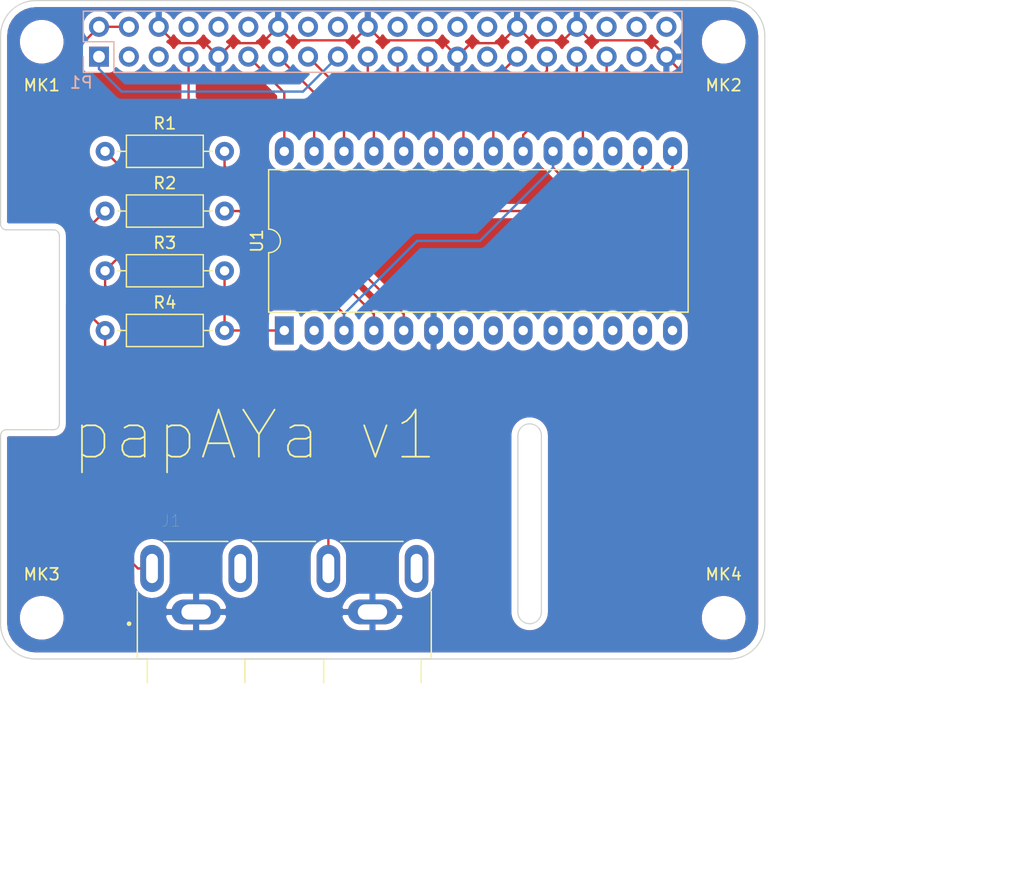
<source format=kicad_pcb>
(kicad_pcb (version 20171130) (host pcbnew "(5.1.5-0-10_14)")

  (general
    (thickness 1.6)
    (drawings 40)
    (tracks 124)
    (zones 0)
    (modules 11)
    (nets 49)
  )

  (page A3)
  (title_block
    (date "15 nov 2012")
  )

  (layers
    (0 F.Cu signal)
    (31 B.Cu signal)
    (32 B.Adhes user)
    (33 F.Adhes user)
    (34 B.Paste user)
    (35 F.Paste user)
    (36 B.SilkS user)
    (37 F.SilkS user)
    (38 B.Mask user)
    (39 F.Mask user)
    (40 Dwgs.User user)
    (41 Cmts.User user)
    (42 Eco1.User user)
    (43 Eco2.User user)
    (44 Edge.Cuts user)
  )

  (setup
    (last_trace_width 0.2)
    (trace_clearance 0.2)
    (zone_clearance 0.508)
    (zone_45_only no)
    (trace_min 0.1524)
    (via_size 0.9)
    (via_drill 0.6)
    (via_min_size 0.8)
    (via_min_drill 0.5)
    (uvia_size 0.5)
    (uvia_drill 0.1)
    (uvias_allowed no)
    (uvia_min_size 0.5)
    (uvia_min_drill 0.1)
    (edge_width 0.1)
    (segment_width 0.1)
    (pcb_text_width 0.3)
    (pcb_text_size 1 1)
    (mod_edge_width 0.15)
    (mod_text_size 1 1)
    (mod_text_width 0.15)
    (pad_size 2.5 2.5)
    (pad_drill 2.5)
    (pad_to_mask_clearance 0)
    (aux_axis_origin 200 150)
    (grid_origin 200 150)
    (visible_elements 7FFFFFFF)
    (pcbplotparams
      (layerselection 0x00030_80000001)
      (usegerberextensions true)
      (usegerberattributes false)
      (usegerberadvancedattributes false)
      (creategerberjobfile false)
      (excludeedgelayer true)
      (linewidth 0.150000)
      (plotframeref false)
      (viasonmask false)
      (mode 1)
      (useauxorigin false)
      (hpglpennumber 1)
      (hpglpenspeed 20)
      (hpglpendiameter 15.000000)
      (psnegative false)
      (psa4output false)
      (plotreference true)
      (plotvalue true)
      (plotinvisibletext false)
      (padsonsilk false)
      (subtractmaskfromsilk false)
      (outputformat 1)
      (mirror false)
      (drillshape 1)
      (scaleselection 1)
      (outputdirectory ""))
  )

  (net 0 "")
  (net 1 +3V3)
  (net 2 +5V)
  (net 3 GND)
  (net 4 /ID_SD)
  (net 5 /ID_SC)
  (net 6 /GPIO5)
  (net 7 /GPIO6)
  (net 8 /GPIO26)
  (net 9 "/GPIO2(SDA1)")
  (net 10 "/GPIO3(SCL1)")
  (net 11 "/GPIO4(GCLK)")
  (net 12 "/GPIO14(TXD0)")
  (net 13 "/GPIO15(RXD0)")
  (net 14 "/GPIO17(GEN0)")
  (net 15 "/GPIO27(GEN2)")
  (net 16 "/GPIO22(GEN3)")
  (net 17 "/GPIO23(GEN4)")
  (net 18 "/GPIO24(GEN5)")
  (net 19 "/GPIO25(GEN6)")
  (net 20 "/GPIO18(GEN1)(PWM0)")
  (net 21 "/GPIO10(SPI0_MOSI)")
  (net 22 "/GPIO9(SPI0_MISO)")
  (net 23 "/GPIO11(SPI0_SCK)")
  (net 24 "/GPIO8(SPI0_CE_N)")
  (net 25 "/GPIO7(SPI1_CE_N)")
  (net 26 "/GPIO12(PWM0)")
  (net 27 "/GPIO13(PWM1)")
  (net 28 "/GPIO19(SPI1_MISO)")
  (net 29 /GPIO16)
  (net 30 "/GPIO20(SPI1_MOSI)")
  (net 31 "/GPIO21(SPI1_SCK)")
  (net 32 "Net-(U1-Pad14)")
  (net 33 "Net-(U1-Pad13)")
  (net 34 "Net-(U1-Pad12)")
  (net 35 "Net-(U1-Pad11)")
  (net 36 "Net-(U1-Pad10)")
  (net 37 "Net-(U1-Pad9)")
  (net 38 "Net-(U1-Pad8)")
  (net 39 "Net-(U1-Pad7)")
  (net 40 "Net-(U1-Pad17)")
  (net 41 "Net-(U1-Pad2)")
  (net 42 "Net-(J1-Pad3_B)")
  (net 43 "Net-(J1-Pad2_B)")
  (net 44 "Net-(J1-Pad3_A)")
  (net 45 "Net-(J1-Pad2_A)")
  (net 46 "Net-(R1-Pad2)")
  (net 47 "Net-(R2-Pad2)")
  (net 48 "Net-(R3-Pad2)")

  (net_class Default "This is the default net class."
    (clearance 0.2)
    (trace_width 0.2)
    (via_dia 0.9)
    (via_drill 0.6)
    (uvia_dia 0.5)
    (uvia_drill 0.1)
    (add_net +3V3)
    (add_net +5V)
    (add_net "/GPIO10(SPI0_MOSI)")
    (add_net "/GPIO11(SPI0_SCK)")
    (add_net "/GPIO12(PWM0)")
    (add_net "/GPIO13(PWM1)")
    (add_net "/GPIO14(TXD0)")
    (add_net "/GPIO15(RXD0)")
    (add_net /GPIO16)
    (add_net "/GPIO17(GEN0)")
    (add_net "/GPIO18(GEN1)(PWM0)")
    (add_net "/GPIO19(SPI1_MISO)")
    (add_net "/GPIO2(SDA1)")
    (add_net "/GPIO20(SPI1_MOSI)")
    (add_net "/GPIO21(SPI1_SCK)")
    (add_net "/GPIO22(GEN3)")
    (add_net "/GPIO23(GEN4)")
    (add_net "/GPIO24(GEN5)")
    (add_net "/GPIO25(GEN6)")
    (add_net /GPIO26)
    (add_net "/GPIO27(GEN2)")
    (add_net "/GPIO3(SCL1)")
    (add_net "/GPIO4(GCLK)")
    (add_net /GPIO5)
    (add_net /GPIO6)
    (add_net "/GPIO7(SPI1_CE_N)")
    (add_net "/GPIO8(SPI0_CE_N)")
    (add_net "/GPIO9(SPI0_MISO)")
    (add_net /ID_SC)
    (add_net /ID_SD)
    (add_net GND)
    (add_net "Net-(J1-Pad2_A)")
    (add_net "Net-(J1-Pad2_B)")
    (add_net "Net-(J1-Pad3_A)")
    (add_net "Net-(J1-Pad3_B)")
    (add_net "Net-(R1-Pad2)")
    (add_net "Net-(R2-Pad2)")
    (add_net "Net-(R3-Pad2)")
    (add_net "Net-(U1-Pad10)")
    (add_net "Net-(U1-Pad11)")
    (add_net "Net-(U1-Pad12)")
    (add_net "Net-(U1-Pad13)")
    (add_net "Net-(U1-Pad14)")
    (add_net "Net-(U1-Pad17)")
    (add_net "Net-(U1-Pad2)")
    (add_net "Net-(U1-Pad7)")
    (add_net "Net-(U1-Pad8)")
    (add_net "Net-(U1-Pad9)")
  )

  (net_class Power ""
    (clearance 0.2)
    (trace_width 0.5)
    (via_dia 1)
    (via_drill 0.7)
    (uvia_dia 0.5)
    (uvia_drill 0.1)
  )

  (module Resistor_THT:R_Axial_DIN0207_L6.3mm_D2.5mm_P10.16mm_Horizontal (layer F.Cu) (tedit 5AE5139B) (tstamp 5E283427)
    (at 208.89 122.06)
    (descr "Resistor, Axial_DIN0207 series, Axial, Horizontal, pin pitch=10.16mm, 0.25W = 1/4W, length*diameter=6.3*2.5mm^2, http://cdn-reichelt.de/documents/datenblatt/B400/1_4W%23YAG.pdf")
    (tags "Resistor Axial_DIN0207 series Axial Horizontal pin pitch 10.16mm 0.25W = 1/4W length 6.3mm diameter 2.5mm")
    (path /5E2BA48E)
    (fp_text reference R4 (at 5.08 -2.37) (layer F.SilkS)
      (effects (font (size 1 1) (thickness 0.15)))
    )
    (fp_text value 15K (at 5.08 2.37) (layer F.Fab)
      (effects (font (size 1 1) (thickness 0.15)))
    )
    (fp_text user %R (at 5.08 0) (layer F.Fab)
      (effects (font (size 1 1) (thickness 0.15)))
    )
    (fp_line (start 11.21 -1.5) (end -1.05 -1.5) (layer F.CrtYd) (width 0.05))
    (fp_line (start 11.21 1.5) (end 11.21 -1.5) (layer F.CrtYd) (width 0.05))
    (fp_line (start -1.05 1.5) (end 11.21 1.5) (layer F.CrtYd) (width 0.05))
    (fp_line (start -1.05 -1.5) (end -1.05 1.5) (layer F.CrtYd) (width 0.05))
    (fp_line (start 9.12 0) (end 8.35 0) (layer F.SilkS) (width 0.12))
    (fp_line (start 1.04 0) (end 1.81 0) (layer F.SilkS) (width 0.12))
    (fp_line (start 8.35 -1.37) (end 1.81 -1.37) (layer F.SilkS) (width 0.12))
    (fp_line (start 8.35 1.37) (end 8.35 -1.37) (layer F.SilkS) (width 0.12))
    (fp_line (start 1.81 1.37) (end 8.35 1.37) (layer F.SilkS) (width 0.12))
    (fp_line (start 1.81 -1.37) (end 1.81 1.37) (layer F.SilkS) (width 0.12))
    (fp_line (start 10.16 0) (end 8.23 0) (layer F.Fab) (width 0.1))
    (fp_line (start 0 0) (end 1.93 0) (layer F.Fab) (width 0.1))
    (fp_line (start 8.23 -1.25) (end 1.93 -1.25) (layer F.Fab) (width 0.1))
    (fp_line (start 8.23 1.25) (end 8.23 -1.25) (layer F.Fab) (width 0.1))
    (fp_line (start 1.93 1.25) (end 8.23 1.25) (layer F.Fab) (width 0.1))
    (fp_line (start 1.93 -1.25) (end 1.93 1.25) (layer F.Fab) (width 0.1))
    (pad 2 thru_hole oval (at 10.16 0) (size 1.6 1.6) (drill 0.8) (layers *.Cu *.Mask)
      (net 48 "Net-(R3-Pad2)"))
    (pad 1 thru_hole circle (at 0 0) (size 1.6 1.6) (drill 0.8) (layers *.Cu *.Mask)
      (net 45 "Net-(J1-Pad2_A)"))
    (model ${KISYS3DMOD}/Resistor_THT.3dshapes/R_Axial_DIN0207_L6.3mm_D2.5mm_P10.16mm_Horizontal.wrl
      (at (xyz 0 0 0))
      (scale (xyz 1 1 1))
      (rotate (xyz 0 0 0))
    )
  )

  (module Resistor_THT:R_Axial_DIN0207_L6.3mm_D2.5mm_P10.16mm_Horizontal (layer F.Cu) (tedit 5AE5139B) (tstamp 5E283410)
    (at 208.89 116.98)
    (descr "Resistor, Axial_DIN0207 series, Axial, Horizontal, pin pitch=10.16mm, 0.25W = 1/4W, length*diameter=6.3*2.5mm^2, http://cdn-reichelt.de/documents/datenblatt/B400/1_4W%23YAG.pdf")
    (tags "Resistor Axial_DIN0207 series Axial Horizontal pin pitch 10.16mm 0.25W = 1/4W length 6.3mm diameter 2.5mm")
    (path /5E2B8057)
    (fp_text reference R3 (at 5.08 -2.37) (layer F.SilkS)
      (effects (font (size 1 1) (thickness 0.15)))
    )
    (fp_text value 15K (at 5.08 2.37) (layer F.Fab)
      (effects (font (size 1 1) (thickness 0.15)))
    )
    (fp_text user %R (at 5.08 0) (layer F.Fab)
      (effects (font (size 1 1) (thickness 0.15)))
    )
    (fp_line (start 11.21 -1.5) (end -1.05 -1.5) (layer F.CrtYd) (width 0.05))
    (fp_line (start 11.21 1.5) (end 11.21 -1.5) (layer F.CrtYd) (width 0.05))
    (fp_line (start -1.05 1.5) (end 11.21 1.5) (layer F.CrtYd) (width 0.05))
    (fp_line (start -1.05 -1.5) (end -1.05 1.5) (layer F.CrtYd) (width 0.05))
    (fp_line (start 9.12 0) (end 8.35 0) (layer F.SilkS) (width 0.12))
    (fp_line (start 1.04 0) (end 1.81 0) (layer F.SilkS) (width 0.12))
    (fp_line (start 8.35 -1.37) (end 1.81 -1.37) (layer F.SilkS) (width 0.12))
    (fp_line (start 8.35 1.37) (end 8.35 -1.37) (layer F.SilkS) (width 0.12))
    (fp_line (start 1.81 1.37) (end 8.35 1.37) (layer F.SilkS) (width 0.12))
    (fp_line (start 1.81 -1.37) (end 1.81 1.37) (layer F.SilkS) (width 0.12))
    (fp_line (start 10.16 0) (end 8.23 0) (layer F.Fab) (width 0.1))
    (fp_line (start 0 0) (end 1.93 0) (layer F.Fab) (width 0.1))
    (fp_line (start 8.23 -1.25) (end 1.93 -1.25) (layer F.Fab) (width 0.1))
    (fp_line (start 8.23 1.25) (end 8.23 -1.25) (layer F.Fab) (width 0.1))
    (fp_line (start 1.93 1.25) (end 8.23 1.25) (layer F.Fab) (width 0.1))
    (fp_line (start 1.93 -1.25) (end 1.93 1.25) (layer F.Fab) (width 0.1))
    (pad 2 thru_hole oval (at 10.16 0) (size 1.6 1.6) (drill 0.8) (layers *.Cu *.Mask)
      (net 48 "Net-(R3-Pad2)"))
    (pad 1 thru_hole circle (at 0 0) (size 1.6 1.6) (drill 0.8) (layers *.Cu *.Mask)
      (net 43 "Net-(J1-Pad2_B)"))
    (model ${KISYS3DMOD}/Resistor_THT.3dshapes/R_Axial_DIN0207_L6.3mm_D2.5mm_P10.16mm_Horizontal.wrl
      (at (xyz 0 0 0))
      (scale (xyz 1 1 1))
      (rotate (xyz 0 0 0))
    )
  )

  (module Resistor_THT:R_Axial_DIN0207_L6.3mm_D2.5mm_P10.16mm_Horizontal (layer F.Cu) (tedit 5AE5139B) (tstamp 5E2833F9)
    (at 208.89 111.9)
    (descr "Resistor, Axial_DIN0207 series, Axial, Horizontal, pin pitch=10.16mm, 0.25W = 1/4W, length*diameter=6.3*2.5mm^2, http://cdn-reichelt.de/documents/datenblatt/B400/1_4W%23YAG.pdf")
    (tags "Resistor Axial_DIN0207 series Axial Horizontal pin pitch 10.16mm 0.25W = 1/4W length 6.3mm diameter 2.5mm")
    (path /5E2B6664)
    (fp_text reference R2 (at 5.08 -2.37) (layer F.SilkS)
      (effects (font (size 1 1) (thickness 0.15)))
    )
    (fp_text value 10K (at 5.08 2.37) (layer F.Fab)
      (effects (font (size 1 1) (thickness 0.15)))
    )
    (fp_text user %R (at 5.08 0) (layer F.Fab)
      (effects (font (size 1 1) (thickness 0.15)))
    )
    (fp_line (start 11.21 -1.5) (end -1.05 -1.5) (layer F.CrtYd) (width 0.05))
    (fp_line (start 11.21 1.5) (end 11.21 -1.5) (layer F.CrtYd) (width 0.05))
    (fp_line (start -1.05 1.5) (end 11.21 1.5) (layer F.CrtYd) (width 0.05))
    (fp_line (start -1.05 -1.5) (end -1.05 1.5) (layer F.CrtYd) (width 0.05))
    (fp_line (start 9.12 0) (end 8.35 0) (layer F.SilkS) (width 0.12))
    (fp_line (start 1.04 0) (end 1.81 0) (layer F.SilkS) (width 0.12))
    (fp_line (start 8.35 -1.37) (end 1.81 -1.37) (layer F.SilkS) (width 0.12))
    (fp_line (start 8.35 1.37) (end 8.35 -1.37) (layer F.SilkS) (width 0.12))
    (fp_line (start 1.81 1.37) (end 8.35 1.37) (layer F.SilkS) (width 0.12))
    (fp_line (start 1.81 -1.37) (end 1.81 1.37) (layer F.SilkS) (width 0.12))
    (fp_line (start 10.16 0) (end 8.23 0) (layer F.Fab) (width 0.1))
    (fp_line (start 0 0) (end 1.93 0) (layer F.Fab) (width 0.1))
    (fp_line (start 8.23 -1.25) (end 1.93 -1.25) (layer F.Fab) (width 0.1))
    (fp_line (start 8.23 1.25) (end 8.23 -1.25) (layer F.Fab) (width 0.1))
    (fp_line (start 1.93 1.25) (end 8.23 1.25) (layer F.Fab) (width 0.1))
    (fp_line (start 1.93 -1.25) (end 1.93 1.25) (layer F.Fab) (width 0.1))
    (pad 2 thru_hole oval (at 10.16 0) (size 1.6 1.6) (drill 0.8) (layers *.Cu *.Mask)
      (net 47 "Net-(R2-Pad2)"))
    (pad 1 thru_hole circle (at 0 0) (size 1.6 1.6) (drill 0.8) (layers *.Cu *.Mask)
      (net 45 "Net-(J1-Pad2_A)"))
    (model ${KISYS3DMOD}/Resistor_THT.3dshapes/R_Axial_DIN0207_L6.3mm_D2.5mm_P10.16mm_Horizontal.wrl
      (at (xyz 0 0 0))
      (scale (xyz 1 1 1))
      (rotate (xyz 0 0 0))
    )
  )

  (module Resistor_THT:R_Axial_DIN0207_L6.3mm_D2.5mm_P10.16mm_Horizontal (layer F.Cu) (tedit 5AE5139B) (tstamp 5E2833E2)
    (at 208.89 106.82)
    (descr "Resistor, Axial_DIN0207 series, Axial, Horizontal, pin pitch=10.16mm, 0.25W = 1/4W, length*diameter=6.3*2.5mm^2, http://cdn-reichelt.de/documents/datenblatt/B400/1_4W%23YAG.pdf")
    (tags "Resistor Axial_DIN0207 series Axial Horizontal pin pitch 10.16mm 0.25W = 1/4W length 6.3mm diameter 2.5mm")
    (path /5E2B0D66)
    (fp_text reference R1 (at 5.08 -2.37) (layer F.SilkS)
      (effects (font (size 1 1) (thickness 0.15)))
    )
    (fp_text value 10K (at 5.08 2.37) (layer F.Fab)
      (effects (font (size 1 1) (thickness 0.15)))
    )
    (fp_text user %R (at 5.08 0) (layer F.Fab)
      (effects (font (size 1 1) (thickness 0.15)))
    )
    (fp_line (start 11.21 -1.5) (end -1.05 -1.5) (layer F.CrtYd) (width 0.05))
    (fp_line (start 11.21 1.5) (end 11.21 -1.5) (layer F.CrtYd) (width 0.05))
    (fp_line (start -1.05 1.5) (end 11.21 1.5) (layer F.CrtYd) (width 0.05))
    (fp_line (start -1.05 -1.5) (end -1.05 1.5) (layer F.CrtYd) (width 0.05))
    (fp_line (start 9.12 0) (end 8.35 0) (layer F.SilkS) (width 0.12))
    (fp_line (start 1.04 0) (end 1.81 0) (layer F.SilkS) (width 0.12))
    (fp_line (start 8.35 -1.37) (end 1.81 -1.37) (layer F.SilkS) (width 0.12))
    (fp_line (start 8.35 1.37) (end 8.35 -1.37) (layer F.SilkS) (width 0.12))
    (fp_line (start 1.81 1.37) (end 8.35 1.37) (layer F.SilkS) (width 0.12))
    (fp_line (start 1.81 -1.37) (end 1.81 1.37) (layer F.SilkS) (width 0.12))
    (fp_line (start 10.16 0) (end 8.23 0) (layer F.Fab) (width 0.1))
    (fp_line (start 0 0) (end 1.93 0) (layer F.Fab) (width 0.1))
    (fp_line (start 8.23 -1.25) (end 1.93 -1.25) (layer F.Fab) (width 0.1))
    (fp_line (start 8.23 1.25) (end 8.23 -1.25) (layer F.Fab) (width 0.1))
    (fp_line (start 1.93 1.25) (end 8.23 1.25) (layer F.Fab) (width 0.1))
    (fp_line (start 1.93 -1.25) (end 1.93 1.25) (layer F.Fab) (width 0.1))
    (pad 2 thru_hole oval (at 10.16 0) (size 1.6 1.6) (drill 0.8) (layers *.Cu *.Mask)
      (net 46 "Net-(R1-Pad2)"))
    (pad 1 thru_hole circle (at 0 0) (size 1.6 1.6) (drill 0.8) (layers *.Cu *.Mask)
      (net 43 "Net-(J1-Pad2_B)"))
    (model ${KISYS3DMOD}/Resistor_THT.3dshapes/R_Axial_DIN0207_L6.3mm_D2.5mm_P10.16mm_Horizontal.wrl
      (at (xyz 0 0 0))
      (scale (xyz 1 1 1))
      (rotate (xyz 0 0 0))
    )
  )

  (module PJRAN2X1U01AUX:SWITCHCRAFT_PJRAN2X1U01AUX (layer F.Cu) (tedit 5E278381) (tstamp 5E283319)
    (at 224.13 150)
    (path /5E2D8627)
    (fp_text reference J1 (at -9.625 -11.765) (layer F.SilkS)
      (effects (font (size 1 1) (thickness 0.015)))
    )
    (fp_text value PJRAN2X1U01AUX (at 3.71 11.695) (layer F.Fab)
      (effects (font (size 1 1) (thickness 0.015)))
    )
    (fp_circle (center -13.2 -3) (end -13.1 -3) (layer F.SilkS) (width 0.2))
    (fp_circle (center -13.2 -3) (end -13.1 -3) (layer F.Fab) (width 0.2))
    (fp_text user B (at 13 -4.93) (layer F.Fab)
      (effects (font (size 1 1) (thickness 0.015)))
    )
    (fp_text user A (at -14.2 -4.93) (layer F.Fab)
      (effects (font (size 1 1) (thickness 0.015)))
    )
    (fp_line (start -12.5 0) (end -11.65 0) (layer F.SilkS) (width 0.127))
    (fp_line (start 11.65 2) (end 11.65 0) (layer F.SilkS) (width 0.127))
    (fp_line (start -3.35 0) (end -3.35 2) (layer F.SilkS) (width 0.127))
    (fp_line (start 3.35 2) (end 3.35 0) (layer F.SilkS) (width 0.127))
    (fp_line (start -11.65 0) (end -11.65 2) (layer F.SilkS) (width 0.127))
    (fp_line (start 12.75 -10.25) (end -12.75 -10.25) (layer F.CrtYd) (width 0.05))
    (fp_line (start 12.75 0.25) (end 12.75 -10.25) (layer F.CrtYd) (width 0.05))
    (fp_line (start 11.9 0.25) (end 12.75 0.25) (layer F.CrtYd) (width 0.05))
    (fp_line (start 11.9 9.75) (end 11.9 0.25) (layer F.CrtYd) (width 0.05))
    (fp_line (start 3.1 9.75) (end 11.9 9.75) (layer F.CrtYd) (width 0.05))
    (fp_line (start 3.1 0.25) (end 3.1 9.75) (layer F.CrtYd) (width 0.05))
    (fp_line (start -3.1 0.25) (end 3.1 0.25) (layer F.CrtYd) (width 0.05))
    (fp_line (start -3.1 9.75) (end -3.1 0.25) (layer F.CrtYd) (width 0.05))
    (fp_line (start -11.9 9.75) (end -3.1 9.75) (layer F.CrtYd) (width 0.05))
    (fp_line (start -11.9 0.25) (end -11.9 9.75) (layer F.CrtYd) (width 0.05))
    (fp_line (start -12.75 0.25) (end -11.9 0.25) (layer F.CrtYd) (width 0.05))
    (fp_line (start -12.75 -10.25) (end -12.75 0.25) (layer F.CrtYd) (width 0.05))
    (fp_text user PCB~Edge (at 14 3.5) (layer F.Fab)
      (effects (font (size 1 1) (thickness 0.015)))
    )
    (fp_line (start -14 2) (end 15 2) (layer F.Fab) (width 0.127))
    (fp_line (start 11.65 0) (end 12.5 0) (layer F.SilkS) (width 0.127))
    (fp_line (start -3.35 0) (end 3.35 0) (layer F.SilkS) (width 0.127))
    (fp_line (start 12.5 0) (end 12.5 -5.75) (layer F.SilkS) (width 0.127))
    (fp_line (start -12.5 -5.75) (end -12.5 0) (layer F.SilkS) (width 0.127))
    (fp_line (start -4.8 -10) (end -10.25 -10) (layer F.SilkS) (width 0.127))
    (fp_line (start 2.65 -10) (end -2.7 -10) (layer F.SilkS) (width 0.127))
    (fp_line (start 10.1 -10) (end 4.8 -10) (layer F.SilkS) (width 0.127))
    (fp_line (start 11.65 9.5) (end 11.65 0) (layer F.Fab) (width 0.127))
    (fp_line (start 3.35 9.5) (end 11.65 9.5) (layer F.Fab) (width 0.127))
    (fp_line (start 3.35 0) (end 3.35 9.5) (layer F.Fab) (width 0.127))
    (fp_line (start -3.35 9.5) (end -3.35 0) (layer F.Fab) (width 0.127))
    (fp_line (start -11.65 9.5) (end -3.35 9.5) (layer F.Fab) (width 0.127))
    (fp_line (start -11.65 0) (end -11.65 9.5) (layer F.Fab) (width 0.127))
    (fp_line (start -12.5 -10) (end -12.5 0) (layer F.Fab) (width 0.127))
    (fp_line (start 12.5 -10) (end -12.5 -10) (layer F.Fab) (width 0.127))
    (fp_line (start 12.5 0) (end 12.5 -10) (layer F.Fab) (width 0.127))
    (fp_line (start 11.65 0) (end 12.5 0) (layer F.Fab) (width 0.127))
    (fp_line (start -3.35 0) (end 3.35 0) (layer F.Fab) (width 0.127))
    (fp_line (start -12.5 0) (end -11.65 0) (layer F.Fab) (width 0.127))
    (pad 3_B thru_hole oval (at 11.25 -7.7) (size 2 4) (drill oval 1 2.5) (layers *.Cu *.Mask)
      (net 42 "Net-(J1-Pad3_B)"))
    (pad 1_B thru_hole oval (at 7.5 -4) (size 4.2 2.1) (drill oval 2.5 1.3) (layers *.Cu *.Mask)
      (net 3 GND))
    (pad 2_B thru_hole oval (at 3.75 -7.7) (size 2 4) (drill oval 1 2.5) (layers *.Cu *.Mask)
      (net 43 "Net-(J1-Pad2_B)"))
    (pad 3_A thru_hole oval (at -3.75 -7.7) (size 2 4) (drill oval 1 2.5) (layers *.Cu *.Mask)
      (net 44 "Net-(J1-Pad3_A)"))
    (pad 1_A thru_hole oval (at -7.5 -4) (size 4.2 2.1) (drill oval 2.5 1.3) (layers *.Cu *.Mask)
      (net 3 GND))
    (pad 2_A thru_hole oval (at -11.25 -7.7) (size 2 4) (drill oval 1 2.5) (layers *.Cu *.Mask)
      (net 45 "Net-(J1-Pad2_A)"))
  )

  (module Package_DIP:DIP-28_W15.24mm_LongPads (layer F.Cu) (tedit 5A02E8C5) (tstamp 5E283D21)
    (at 224.13 122.06 90)
    (descr "28-lead though-hole mounted DIP package, row spacing 15.24 mm (600 mils), LongPads")
    (tags "THT DIP DIL PDIP 2.54mm 15.24mm 600mil LongPads")
    (path /5E2806BC)
    (fp_text reference U1 (at 7.62 -2.33 90) (layer F.SilkS)
      (effects (font (size 1 1) (thickness 0.15)))
    )
    (fp_text value AY-3-8912 (at 7.62 35.35 90) (layer F.Fab)
      (effects (font (size 1 1) (thickness 0.15)))
    )
    (fp_arc (start 7.62 -1.33) (end 6.62 -1.33) (angle -180) (layer F.SilkS) (width 0.12))
    (fp_line (start 1.255 -1.27) (end 14.985 -1.27) (layer F.Fab) (width 0.1))
    (fp_line (start 14.985 -1.27) (end 14.985 34.29) (layer F.Fab) (width 0.1))
    (fp_line (start 14.985 34.29) (end 0.255 34.29) (layer F.Fab) (width 0.1))
    (fp_line (start 0.255 34.29) (end 0.255 -0.27) (layer F.Fab) (width 0.1))
    (fp_line (start 0.255 -0.27) (end 1.255 -1.27) (layer F.Fab) (width 0.1))
    (fp_line (start 6.62 -1.33) (end 1.56 -1.33) (layer F.SilkS) (width 0.12))
    (fp_line (start 1.56 -1.33) (end 1.56 34.35) (layer F.SilkS) (width 0.12))
    (fp_line (start 1.56 34.35) (end 13.68 34.35) (layer F.SilkS) (width 0.12))
    (fp_line (start 13.68 34.35) (end 13.68 -1.33) (layer F.SilkS) (width 0.12))
    (fp_line (start 13.68 -1.33) (end 8.62 -1.33) (layer F.SilkS) (width 0.12))
    (fp_line (start -1.5 -1.55) (end -1.5 34.55) (layer F.CrtYd) (width 0.05))
    (fp_line (start -1.5 34.55) (end 16.7 34.55) (layer F.CrtYd) (width 0.05))
    (fp_line (start 16.7 34.55) (end 16.7 -1.55) (layer F.CrtYd) (width 0.05))
    (fp_line (start 16.7 -1.55) (end -1.5 -1.55) (layer F.CrtYd) (width 0.05))
    (fp_text user %R (at 7.62 16.51 90) (layer F.Fab)
      (effects (font (size 1 1) (thickness 0.15)))
    )
    (pad 1 thru_hole rect (at 0 0 90) (size 2.4 1.6) (drill 0.8) (layers *.Cu *.Mask)
      (net 48 "Net-(R3-Pad2)"))
    (pad 15 thru_hole oval (at 15.24 33.02 90) (size 2.4 1.6) (drill 0.8) (layers *.Cu *.Mask)
      (net 11 "/GPIO4(GCLK)"))
    (pad 2 thru_hole oval (at 0 2.54 90) (size 2.4 1.6) (drill 0.8) (layers *.Cu *.Mask)
      (net 41 "Net-(U1-Pad2)"))
    (pad 16 thru_hole oval (at 15.24 30.48 90) (size 2.4 1.6) (drill 0.8) (layers *.Cu *.Mask)
      (net 2 +5V))
    (pad 3 thru_hole oval (at 0 5.08 90) (size 2.4 1.6) (drill 0.8) (layers *.Cu *.Mask)
      (net 2 +5V))
    (pad 17 thru_hole oval (at 15.24 27.94 90) (size 2.4 1.6) (drill 0.8) (layers *.Cu *.Mask)
      (net 40 "Net-(U1-Pad17)"))
    (pad 4 thru_hole oval (at 0 7.62 90) (size 2.4 1.6) (drill 0.8) (layers *.Cu *.Mask)
      (net 47 "Net-(R2-Pad2)"))
    (pad 18 thru_hole oval (at 15.24 25.4 90) (size 2.4 1.6) (drill 0.8) (layers *.Cu *.Mask)
      (net 28 "/GPIO19(SPI1_MISO)"))
    (pad 5 thru_hole oval (at 0 10.16 90) (size 2.4 1.6) (drill 0.8) (layers *.Cu *.Mask)
      (net 46 "Net-(R1-Pad2)"))
    (pad 19 thru_hole oval (at 15.24 22.86 90) (size 2.4 1.6) (drill 0.8) (layers *.Cu *.Mask)
      (net 2 +5V))
    (pad 6 thru_hole oval (at 0 12.7 90) (size 2.4 1.6) (drill 0.8) (layers *.Cu *.Mask)
      (net 3 GND))
    (pad 20 thru_hole oval (at 15.24 20.32 90) (size 2.4 1.6) (drill 0.8) (layers *.Cu *.Mask)
      (net 27 "/GPIO13(PWM1)"))
    (pad 7 thru_hole oval (at 0 15.24 90) (size 2.4 1.6) (drill 0.8) (layers *.Cu *.Mask)
      (net 39 "Net-(U1-Pad7)"))
    (pad 21 thru_hole oval (at 15.24 17.78 90) (size 2.4 1.6) (drill 0.8) (layers *.Cu *.Mask)
      (net 7 /GPIO6))
    (pad 8 thru_hole oval (at 0 17.78 90) (size 2.4 1.6) (drill 0.8) (layers *.Cu *.Mask)
      (net 38 "Net-(U1-Pad8)"))
    (pad 22 thru_hole oval (at 15.24 15.24 90) (size 2.4 1.6) (drill 0.8) (layers *.Cu *.Mask)
      (net 6 /GPIO5))
    (pad 9 thru_hole oval (at 0 20.32 90) (size 2.4 1.6) (drill 0.8) (layers *.Cu *.Mask)
      (net 37 "Net-(U1-Pad9)"))
    (pad 23 thru_hole oval (at 15.24 12.7 90) (size 2.4 1.6) (drill 0.8) (layers *.Cu *.Mask)
      (net 23 "/GPIO11(SPI0_SCK)"))
    (pad 10 thru_hole oval (at 0 22.86 90) (size 2.4 1.6) (drill 0.8) (layers *.Cu *.Mask)
      (net 36 "Net-(U1-Pad10)"))
    (pad 24 thru_hole oval (at 15.24 10.16 90) (size 2.4 1.6) (drill 0.8) (layers *.Cu *.Mask)
      (net 22 "/GPIO9(SPI0_MISO)"))
    (pad 11 thru_hole oval (at 0 25.4 90) (size 2.4 1.6) (drill 0.8) (layers *.Cu *.Mask)
      (net 35 "Net-(U1-Pad11)"))
    (pad 25 thru_hole oval (at 15.24 7.62 90) (size 2.4 1.6) (drill 0.8) (layers *.Cu *.Mask)
      (net 21 "/GPIO10(SPI0_MOSI)"))
    (pad 12 thru_hole oval (at 0 27.94 90) (size 2.4 1.6) (drill 0.8) (layers *.Cu *.Mask)
      (net 34 "Net-(U1-Pad12)"))
    (pad 26 thru_hole oval (at 15.24 5.08 90) (size 2.4 1.6) (drill 0.8) (layers *.Cu *.Mask)
      (net 16 "/GPIO22(GEN3)"))
    (pad 13 thru_hole oval (at 0 30.48 90) (size 2.4 1.6) (drill 0.8) (layers *.Cu *.Mask)
      (net 33 "Net-(U1-Pad13)"))
    (pad 27 thru_hole oval (at 15.24 2.54 90) (size 2.4 1.6) (drill 0.8) (layers *.Cu *.Mask)
      (net 15 "/GPIO27(GEN2)"))
    (pad 14 thru_hole oval (at 0 33.02 90) (size 2.4 1.6) (drill 0.8) (layers *.Cu *.Mask)
      (net 32 "Net-(U1-Pad14)"))
    (pad 28 thru_hole oval (at 15.24 0 90) (size 2.4 1.6) (drill 0.8) (layers *.Cu *.Mask)
      (net 14 "/GPIO17(GEN0)"))
    (model ${KISYS3DMOD}/Package_DIP.3dshapes/DIP-28_W15.24mm.wrl
      (at (xyz 0 0 0))
      (scale (xyz 1 1 1))
      (rotate (xyz 0 0 0))
    )
  )

  (module Connector_PinSocket_2.54mm:PinSocket_2x20_P2.54mm_Vertical (layer B.Cu) (tedit 5A19A433) (tstamp 5A793E9F)
    (at 208.37 98.77 270)
    (descr "Through hole straight socket strip, 2x20, 2.54mm pitch, double cols (from Kicad 4.0.7), script generated")
    (tags "Through hole socket strip THT 2x20 2.54mm double row")
    (path /59AD464A)
    (fp_text reference P1 (at 2.208 1.512) (layer B.SilkS)
      (effects (font (size 1 1) (thickness 0.15)) (justify mirror))
    )
    (fp_text value Conn_02x20_Odd_Even (at -1.27 -51.03 270) (layer B.Fab)
      (effects (font (size 1 1) (thickness 0.15)) (justify mirror))
    )
    (fp_line (start -3.81 1.27) (end 0.27 1.27) (layer B.Fab) (width 0.1))
    (fp_line (start 0.27 1.27) (end 1.27 0.27) (layer B.Fab) (width 0.1))
    (fp_line (start 1.27 0.27) (end 1.27 -49.53) (layer B.Fab) (width 0.1))
    (fp_line (start 1.27 -49.53) (end -3.81 -49.53) (layer B.Fab) (width 0.1))
    (fp_line (start -3.81 -49.53) (end -3.81 1.27) (layer B.Fab) (width 0.1))
    (fp_line (start -3.87 1.33) (end -1.27 1.33) (layer B.SilkS) (width 0.12))
    (fp_line (start -3.87 1.33) (end -3.87 -49.59) (layer B.SilkS) (width 0.12))
    (fp_line (start -3.87 -49.59) (end 1.33 -49.59) (layer B.SilkS) (width 0.12))
    (fp_line (start 1.33 -1.27) (end 1.33 -49.59) (layer B.SilkS) (width 0.12))
    (fp_line (start -1.27 -1.27) (end 1.33 -1.27) (layer B.SilkS) (width 0.12))
    (fp_line (start -1.27 1.33) (end -1.27 -1.27) (layer B.SilkS) (width 0.12))
    (fp_line (start 1.33 1.33) (end 1.33 0) (layer B.SilkS) (width 0.12))
    (fp_line (start 0 1.33) (end 1.33 1.33) (layer B.SilkS) (width 0.12))
    (fp_line (start -4.34 1.8) (end 1.76 1.8) (layer B.CrtYd) (width 0.05))
    (fp_line (start 1.76 1.8) (end 1.76 -50) (layer B.CrtYd) (width 0.05))
    (fp_line (start 1.76 -50) (end -4.34 -50) (layer B.CrtYd) (width 0.05))
    (fp_line (start -4.34 -50) (end -4.34 1.8) (layer B.CrtYd) (width 0.05))
    (fp_text user %R (at -1.27 -24.13 180) (layer B.Fab)
      (effects (font (size 1 1) (thickness 0.15)) (justify mirror))
    )
    (pad 1 thru_hole rect (at 0 0 270) (size 1.7 1.7) (drill 1) (layers *.Cu *.Mask)
      (net 1 +3V3))
    (pad 2 thru_hole oval (at -2.54 0 270) (size 1.7 1.7) (drill 1) (layers *.Cu *.Mask)
      (net 2 +5V))
    (pad 3 thru_hole oval (at 0 -2.54 270) (size 1.7 1.7) (drill 1) (layers *.Cu *.Mask)
      (net 9 "/GPIO2(SDA1)"))
    (pad 4 thru_hole oval (at -2.54 -2.54 270) (size 1.7 1.7) (drill 1) (layers *.Cu *.Mask)
      (net 2 +5V))
    (pad 5 thru_hole oval (at 0 -5.08 270) (size 1.7 1.7) (drill 1) (layers *.Cu *.Mask)
      (net 10 "/GPIO3(SCL1)"))
    (pad 6 thru_hole oval (at -2.54 -5.08 270) (size 1.7 1.7) (drill 1) (layers *.Cu *.Mask)
      (net 3 GND))
    (pad 7 thru_hole oval (at 0 -7.62 270) (size 1.7 1.7) (drill 1) (layers *.Cu *.Mask)
      (net 11 "/GPIO4(GCLK)"))
    (pad 8 thru_hole oval (at -2.54 -7.62 270) (size 1.7 1.7) (drill 1) (layers *.Cu *.Mask)
      (net 12 "/GPIO14(TXD0)"))
    (pad 9 thru_hole oval (at 0 -10.16 270) (size 1.7 1.7) (drill 1) (layers *.Cu *.Mask)
      (net 3 GND))
    (pad 10 thru_hole oval (at -2.54 -10.16 270) (size 1.7 1.7) (drill 1) (layers *.Cu *.Mask)
      (net 13 "/GPIO15(RXD0)"))
    (pad 11 thru_hole oval (at 0 -12.7 270) (size 1.7 1.7) (drill 1) (layers *.Cu *.Mask)
      (net 14 "/GPIO17(GEN0)"))
    (pad 12 thru_hole oval (at -2.54 -12.7 270) (size 1.7 1.7) (drill 1) (layers *.Cu *.Mask)
      (net 20 "/GPIO18(GEN1)(PWM0)"))
    (pad 13 thru_hole oval (at 0 -15.24 270) (size 1.7 1.7) (drill 1) (layers *.Cu *.Mask)
      (net 15 "/GPIO27(GEN2)"))
    (pad 14 thru_hole oval (at -2.54 -15.24 270) (size 1.7 1.7) (drill 1) (layers *.Cu *.Mask)
      (net 3 GND))
    (pad 15 thru_hole oval (at 0 -17.78 270) (size 1.7 1.7) (drill 1) (layers *.Cu *.Mask)
      (net 16 "/GPIO22(GEN3)"))
    (pad 16 thru_hole oval (at -2.54 -17.78 270) (size 1.7 1.7) (drill 1) (layers *.Cu *.Mask)
      (net 17 "/GPIO23(GEN4)"))
    (pad 17 thru_hole oval (at 0 -20.32 270) (size 1.7 1.7) (drill 1) (layers *.Cu *.Mask)
      (net 1 +3V3))
    (pad 18 thru_hole oval (at -2.54 -20.32 270) (size 1.7 1.7) (drill 1) (layers *.Cu *.Mask)
      (net 18 "/GPIO24(GEN5)"))
    (pad 19 thru_hole oval (at 0 -22.86 270) (size 1.7 1.7) (drill 1) (layers *.Cu *.Mask)
      (net 21 "/GPIO10(SPI0_MOSI)"))
    (pad 20 thru_hole oval (at -2.54 -22.86 270) (size 1.7 1.7) (drill 1) (layers *.Cu *.Mask)
      (net 3 GND))
    (pad 21 thru_hole oval (at 0 -25.4 270) (size 1.7 1.7) (drill 1) (layers *.Cu *.Mask)
      (net 22 "/GPIO9(SPI0_MISO)"))
    (pad 22 thru_hole oval (at -2.54 -25.4 270) (size 1.7 1.7) (drill 1) (layers *.Cu *.Mask)
      (net 19 "/GPIO25(GEN6)"))
    (pad 23 thru_hole oval (at 0 -27.94 270) (size 1.7 1.7) (drill 1) (layers *.Cu *.Mask)
      (net 23 "/GPIO11(SPI0_SCK)"))
    (pad 24 thru_hole oval (at -2.54 -27.94 270) (size 1.7 1.7) (drill 1) (layers *.Cu *.Mask)
      (net 24 "/GPIO8(SPI0_CE_N)"))
    (pad 25 thru_hole oval (at 0 -30.48 270) (size 1.7 1.7) (drill 1) (layers *.Cu *.Mask)
      (net 3 GND))
    (pad 26 thru_hole oval (at -2.54 -30.48 270) (size 1.7 1.7) (drill 1) (layers *.Cu *.Mask)
      (net 25 "/GPIO7(SPI1_CE_N)"))
    (pad 27 thru_hole oval (at 0 -33.02 270) (size 1.7 1.7) (drill 1) (layers *.Cu *.Mask)
      (net 4 /ID_SD))
    (pad 28 thru_hole oval (at -2.54 -33.02 270) (size 1.7 1.7) (drill 1) (layers *.Cu *.Mask)
      (net 5 /ID_SC))
    (pad 29 thru_hole oval (at 0 -35.56 270) (size 1.7 1.7) (drill 1) (layers *.Cu *.Mask)
      (net 6 /GPIO5))
    (pad 30 thru_hole oval (at -2.54 -35.56 270) (size 1.7 1.7) (drill 1) (layers *.Cu *.Mask)
      (net 3 GND))
    (pad 31 thru_hole oval (at 0 -38.1 270) (size 1.7 1.7) (drill 1) (layers *.Cu *.Mask)
      (net 7 /GPIO6))
    (pad 32 thru_hole oval (at -2.54 -38.1 270) (size 1.7 1.7) (drill 1) (layers *.Cu *.Mask)
      (net 26 "/GPIO12(PWM0)"))
    (pad 33 thru_hole oval (at 0 -40.64 270) (size 1.7 1.7) (drill 1) (layers *.Cu *.Mask)
      (net 27 "/GPIO13(PWM1)"))
    (pad 34 thru_hole oval (at -2.54 -40.64 270) (size 1.7 1.7) (drill 1) (layers *.Cu *.Mask)
      (net 3 GND))
    (pad 35 thru_hole oval (at 0 -43.18 270) (size 1.7 1.7) (drill 1) (layers *.Cu *.Mask)
      (net 28 "/GPIO19(SPI1_MISO)"))
    (pad 36 thru_hole oval (at -2.54 -43.18 270) (size 1.7 1.7) (drill 1) (layers *.Cu *.Mask)
      (net 29 /GPIO16))
    (pad 37 thru_hole oval (at 0 -45.72 270) (size 1.7 1.7) (drill 1) (layers *.Cu *.Mask)
      (net 8 /GPIO26))
    (pad 38 thru_hole oval (at -2.54 -45.72 270) (size 1.7 1.7) (drill 1) (layers *.Cu *.Mask)
      (net 30 "/GPIO20(SPI1_MOSI)"))
    (pad 39 thru_hole oval (at 0 -48.26 270) (size 1.7 1.7) (drill 1) (layers *.Cu *.Mask)
      (net 3 GND))
    (pad 40 thru_hole oval (at -2.54 -48.26 270) (size 1.7 1.7) (drill 1) (layers *.Cu *.Mask)
      (net 31 "/GPIO21(SPI1_SCK)"))
    (model ${KISYS3DMOD}/Connector_PinSocket_2.54mm.3dshapes/PinSocket_2x20_P2.54mm_Vertical.wrl
      (at (xyz 0 0 0))
      (scale (xyz 1 1 1))
      (rotate (xyz 0 0 0))
    )
  )

  (module MountingHole:MountingHole_2.7mm_M2.5 (layer F.Cu) (tedit 56D1B4CB) (tstamp 5A793E98)
    (at 261.5 146.5)
    (descr "Mounting Hole 2.7mm, no annular, M2.5")
    (tags "mounting hole 2.7mm no annular m2.5")
    (path /5834FC4F)
    (attr virtual)
    (fp_text reference MK4 (at 0 -3.7) (layer F.SilkS)
      (effects (font (size 1 1) (thickness 0.15)))
    )
    (fp_text value M2.5 (at 0 3.7) (layer F.Fab)
      (effects (font (size 1 1) (thickness 0.15)))
    )
    (fp_circle (center 0 0) (end 2.95 0) (layer F.CrtYd) (width 0.05))
    (fp_circle (center 0 0) (end 2.7 0) (layer Cmts.User) (width 0.15))
    (fp_text user %R (at 0.3 0) (layer F.Fab)
      (effects (font (size 1 1) (thickness 0.15)))
    )
    (pad 1 np_thru_hole circle (at 0 0) (size 2.7 2.7) (drill 2.7) (layers *.Cu *.Mask))
  )

  (module MountingHole:MountingHole_2.7mm_M2.5 (layer F.Cu) (tedit 56D1B4CB) (tstamp 5A793E91)
    (at 203.5 146.5)
    (descr "Mounting Hole 2.7mm, no annular, M2.5")
    (tags "mounting hole 2.7mm no annular m2.5")
    (path /5834FBEF)
    (attr virtual)
    (fp_text reference MK3 (at 0 -3.7) (layer F.SilkS)
      (effects (font (size 1 1) (thickness 0.15)))
    )
    (fp_text value M2.5 (at 0 3.7) (layer F.Fab)
      (effects (font (size 1 1) (thickness 0.15)))
    )
    (fp_text user %R (at 0.3 0) (layer F.Fab)
      (effects (font (size 1 1) (thickness 0.15)))
    )
    (fp_circle (center 0 0) (end 2.7 0) (layer Cmts.User) (width 0.15))
    (fp_circle (center 0 0) (end 2.95 0) (layer F.CrtYd) (width 0.05))
    (pad 1 np_thru_hole circle (at 0 0) (size 2.7 2.7) (drill 2.7) (layers *.Cu *.Mask))
  )

  (module MountingHole:MountingHole_2.7mm_M2.5 (layer F.Cu) (tedit 56D1B4CB) (tstamp 5A793E8A)
    (at 261.5 97.5 180)
    (descr "Mounting Hole 2.7mm, no annular, M2.5")
    (tags "mounting hole 2.7mm no annular m2.5")
    (path /5834FC19)
    (attr virtual)
    (fp_text reference MK2 (at 0 -3.7 180) (layer F.SilkS)
      (effects (font (size 1 1) (thickness 0.15)))
    )
    (fp_text value M2.5 (at 0 3.7 180) (layer F.Fab)
      (effects (font (size 1 1) (thickness 0.15)))
    )
    (fp_circle (center 0 0) (end 2.95 0) (layer F.CrtYd) (width 0.05))
    (fp_circle (center 0 0) (end 2.7 0) (layer Cmts.User) (width 0.15))
    (fp_text user %R (at 0.3 0 180) (layer F.Fab)
      (effects (font (size 1 1) (thickness 0.15)))
    )
    (pad 1 np_thru_hole circle (at 0 0 180) (size 2.7 2.7) (drill 2.7) (layers *.Cu *.Mask))
  )

  (module MountingHole:MountingHole_2.7mm_M2.5 (layer F.Cu) (tedit 56D1B4CB) (tstamp 5A793E83)
    (at 203.5 97.5 180)
    (descr "Mounting Hole 2.7mm, no annular, M2.5")
    (tags "mounting hole 2.7mm no annular m2.5")
    (path /5834FB2E)
    (attr virtual)
    (fp_text reference MK1 (at 0 -3.7 180) (layer F.SilkS)
      (effects (font (size 1 1) (thickness 0.15)))
    )
    (fp_text value M2.5 (at 0 3.7 180) (layer F.Fab)
      (effects (font (size 1 1) (thickness 0.15)))
    )
    (fp_text user %R (at 0.3 0 180) (layer F.Fab)
      (effects (font (size 1 1) (thickness 0.15)))
    )
    (fp_circle (center 0 0) (end 2.7 0) (layer Cmts.User) (width 0.15))
    (fp_circle (center 0 0) (end 2.95 0) (layer F.CrtYd) (width 0.05))
    (pad 1 np_thru_hole circle (at 0 0 180) (size 2.7 2.7) (drill 2.7) (layers *.Cu *.Mask))
  )

  (gr_text "papAYa v1" (at 221.59 130.95) (layer F.SilkS)
    (effects (font (size 4 4) (thickness 0.15)))
  )
  (gr_text CAMERA (at 245 139 90) (layer Dwgs.User)
    (effects (font (size 1 1) (thickness 0.15)))
  )
  (gr_line (start 244 146) (end 244 131) (layer Edge.Cuts) (width 0.1))
  (gr_line (start 246 131) (end 246 146) (layer Edge.Cuts) (width 0.1))
  (gr_arc (start 245 131) (end 244 131) (angle 180) (layer Edge.Cuts) (width 0.1))
  (gr_arc (start 245 146) (end 246 146) (angle 180) (layer Edge.Cuts) (width 0.1))
  (gr_arc (start 200.5 131) (end 200 131) (angle 89.9) (layer Edge.Cuts) (width 0.1))
  (gr_arc (start 204.5 130) (end 205 130) (angle 90) (layer Edge.Cuts) (width 0.1))
  (gr_arc (start 200.5 113) (end 200.5 113.5) (angle 90) (layer Edge.Cuts) (width 0.1))
  (gr_arc (start 204.5 114) (end 204.5 113.5) (angle 90) (layer Edge.Cuts) (width 0.1))
  (gr_line (start 200 113) (end 200 131) (layer Dwgs.User) (width 0.1))
  (gr_line (start 200 97) (end 200 113) (layer Edge.Cuts) (width 0.1))
  (gr_text DISPLAY (at 202.5 122 90) (layer Dwgs.User) (tstamp 580CBBFF)
    (effects (font (size 1 1) (thickness 0.15)))
  )
  (gr_text RJ45 (at 276.2 139.84) (layer Dwgs.User) (tstamp 580CBBEB)
    (effects (font (size 2 2) (thickness 0.15)))
  )
  (gr_text USB (at 277.724 121.552) (layer Dwgs.User) (tstamp 580CBBE9)
    (effects (font (size 2 2) (thickness 0.15)))
  )
  (gr_text USB (at 278.232 102.248) (layer Dwgs.User)
    (effects (font (size 2 2) (thickness 0.15)))
  )
  (gr_arc (start 262 97) (end 262 94) (angle 90) (layer Edge.Cuts) (width 0.1))
  (gr_arc (start 262 147) (end 265 147) (angle 90) (layer Edge.Cuts) (width 0.1))
  (gr_arc (start 203 147) (end 203 150) (angle 90) (layer Edge.Cuts) (width 0.1))
  (gr_arc (start 203 97) (end 200 97) (angle 90) (layer Edge.Cuts) (width 0.1))
  (gr_line (start 269.9 114.45) (end 287 114.45) (layer Dwgs.User) (width 0.1))
  (gr_line (start 262 94) (end 203 94) (layer Edge.Cuts) (width 0.1))
  (gr_line (start 269.9 127.55) (end 269.9 114.45) (layer Dwgs.User) (width 0.1))
  (gr_line (start 287 127.55) (end 269.9 127.55) (layer Dwgs.User) (width 0.1))
  (gr_line (start 287 114.45) (end 287 127.55) (layer Dwgs.User) (width 0.1))
  (gr_line (start 204.5 130.5) (end 200.5 130.5) (layer Edge.Cuts) (width 0.1))
  (gr_line (start 205 114) (end 205 130) (layer Edge.Cuts) (width 0.1))
  (gr_line (start 200.5 113.5) (end 204.5 113.5) (layer Edge.Cuts) (width 0.1))
  (gr_line (start 266 147.675) (end 266 131.825) (layer Dwgs.User) (width 0.1))
  (gr_line (start 287 147.675) (end 266 147.675) (layer Dwgs.User) (width 0.1))
  (gr_line (start 287 131.825) (end 287 147.675) (layer Dwgs.User) (width 0.1))
  (gr_line (start 266 131.825) (end 287 131.825) (layer Dwgs.User) (width 0.1))
  (gr_line (start 265 147) (end 265 97) (layer Edge.Cuts) (width 0.1))
  (gr_line (start 203 150) (end 262 150) (layer Edge.Cuts) (width 0.1))
  (gr_line (start 200 131) (end 200 147) (layer Edge.Cuts) (width 0.1))
  (gr_line (start 269.9 109.455925) (end 269.9 96.355925) (layer Dwgs.User) (width 0.1))
  (gr_line (start 287 109.455925) (end 269.9 109.455925) (layer Dwgs.User) (width 0.1))
  (gr_line (start 287 96.355925) (end 287 109.455925) (layer Dwgs.User) (width 0.1))
  (gr_line (start 269.9 96.355925) (end 287 96.355925) (layer Dwgs.User) (width 0.1))
  (gr_text "RASPBERRY-PI 40-PIN ADDON BOARD\nVIEW FROM TOP\nNOTE: P1 SHOULD BE FITTED ON THE REVERSE OF THE BOARD\n\nADD EDGE CUTS FROM CAMERA AND DISPLAY PORTS AS REQUIRED" (at 200 160.16) (layer Dwgs.User)
    (effects (font (size 2 1.7) (thickness 0.12)) (justify left))
  )

  (segment (start 208.37 99.82) (end 210.29 101.74) (width 0.2) (layer B.Cu) (net 1))
  (segment (start 208.37 98.77) (end 208.37 99.82) (width 0.2) (layer B.Cu) (net 1))
  (segment (start 225.72 101.74) (end 228.69 98.77) (width 0.2) (layer B.Cu) (net 1))
  (segment (start 210.29 101.74) (end 225.72 101.74) (width 0.2) (layer B.Cu) (net 1))
  (segment (start 246.99 108.22) (end 248.13 109.36) (width 0.2) (layer F.Cu) (net 2))
  (segment (start 246.99 106.82) (end 246.99 108.22) (width 0.2) (layer F.Cu) (net 2))
  (segment (start 254.61 108.22) (end 254.61 106.82) (width 0.2) (layer F.Cu) (net 2))
  (segment (start 253.47 109.36) (end 254.61 108.22) (width 0.2) (layer F.Cu) (net 2))
  (segment (start 248.13 109.36) (end 253.47 109.36) (width 0.2) (layer F.Cu) (net 2))
  (segment (start 208.37 96.23) (end 210.91 96.23) (width 0.2) (layer F.Cu) (net 2))
  (segment (start 229.21 120.66) (end 235.43 114.44) (width 0.2) (layer B.Cu) (net 2))
  (segment (start 229.21 122.06) (end 229.21 120.66) (width 0.2) (layer B.Cu) (net 2))
  (segment (start 246.99 108.22) (end 246.99 106.82) (width 0.2) (layer B.Cu) (net 2))
  (segment (start 240.77 114.44) (end 246.99 108.22) (width 0.2) (layer B.Cu) (net 2))
  (segment (start 235.43 114.44) (end 240.77 114.44) (width 0.2) (layer B.Cu) (net 2))
  (segment (start 213.97 114.44) (end 213.97 108.09) (width 0.2) (layer F.Cu) (net 2))
  (segment (start 206.35 100.47) (end 206.35 98.25) (width 0.2) (layer F.Cu) (net 2))
  (segment (start 226.8 118.25) (end 224.13 118.25) (width 0.2) (layer F.Cu) (net 2))
  (segment (start 224.13 118.25) (end 220.32 114.44) (width 0.2) (layer F.Cu) (net 2))
  (segment (start 220.32 114.44) (end 213.97 114.44) (width 0.2) (layer F.Cu) (net 2))
  (segment (start 213.97 108.09) (end 206.35 100.47) (width 0.2) (layer F.Cu) (net 2))
  (segment (start 229.21 120.66) (end 226.8 118.25) (width 0.2) (layer F.Cu) (net 2))
  (segment (start 206.35 98.25) (end 208.37 96.23) (width 0.2) (layer F.Cu) (net 2))
  (segment (start 229.21 122.06) (end 229.21 120.66) (width 0.2) (layer F.Cu) (net 2))
  (segment (start 218.93 146) (end 231.63 146) (width 0.2) (layer F.Cu) (net 3))
  (segment (start 216.63 146) (end 218.93 146) (width 0.2) (layer F.Cu) (net 3))
  (segment (start 231.63 146) (end 231.63 136.15) (width 0.2) (layer F.Cu) (net 3))
  (segment (start 236.83 130.95) (end 236.83 122.06) (width 0.2) (layer F.Cu) (net 3))
  (segment (start 231.63 136.15) (end 236.83 130.95) (width 0.2) (layer F.Cu) (net 3))
  (segment (start 258.42 125.87) (end 260.96 123.33) (width 0.2) (layer F.Cu) (net 3))
  (segment (start 260.96 123.33) (end 260.96 103.1) (width 0.2) (layer F.Cu) (net 3))
  (segment (start 236.83 122.06) (end 236.83 123.46) (width 0.2) (layer F.Cu) (net 3))
  (segment (start 239.24 125.87) (end 258.42 125.87) (width 0.2) (layer F.Cu) (net 3))
  (segment (start 260.96 103.1) (end 256.63 98.77) (width 0.2) (layer F.Cu) (net 3))
  (segment (start 236.83 123.46) (end 239.24 125.87) (width 0.2) (layer F.Cu) (net 3))
  (segment (start 249.859999 97.079999) (end 249.01 96.23) (width 0.2) (layer F.Cu) (net 3))
  (segment (start 250.160001 97.380001) (end 249.859999 97.079999) (width 0.2) (layer F.Cu) (net 3))
  (segment (start 255.240001 97.380001) (end 250.160001 97.380001) (width 0.2) (layer F.Cu) (net 3))
  (segment (start 256.63 98.77) (end 255.240001 97.380001) (width 0.2) (layer F.Cu) (net 3))
  (segment (start 245.080001 97.380001) (end 244.779999 97.079999) (width 0.2) (layer F.Cu) (net 3))
  (segment (start 244.779999 97.079999) (end 243.93 96.23) (width 0.2) (layer F.Cu) (net 3))
  (segment (start 247.859999 97.380001) (end 245.080001 97.380001) (width 0.2) (layer F.Cu) (net 3))
  (segment (start 249.01 96.23) (end 247.859999 97.380001) (width 0.2) (layer F.Cu) (net 3))
  (segment (start 239.699999 97.920001) (end 238.85 98.77) (width 0.2) (layer F.Cu) (net 3))
  (segment (start 242.540001 97.619999) (end 240.000001 97.619999) (width 0.2) (layer F.Cu) (net 3))
  (segment (start 240.000001 97.619999) (end 239.699999 97.920001) (width 0.2) (layer F.Cu) (net 3))
  (segment (start 243.93 96.23) (end 242.540001 97.619999) (width 0.2) (layer F.Cu) (net 3))
  (segment (start 232.079999 97.079999) (end 231.23 96.23) (width 0.2) (layer F.Cu) (net 3))
  (segment (start 232.380001 97.380001) (end 232.079999 97.079999) (width 0.2) (layer F.Cu) (net 3))
  (segment (start 237.460001 97.380001) (end 232.380001 97.380001) (width 0.2) (layer F.Cu) (net 3))
  (segment (start 238.85 98.77) (end 237.460001 97.380001) (width 0.2) (layer F.Cu) (net 3))
  (segment (start 224.459999 97.079999) (end 223.61 96.23) (width 0.2) (layer F.Cu) (net 3))
  (segment (start 224.760001 97.380001) (end 224.459999 97.079999) (width 0.2) (layer F.Cu) (net 3))
  (segment (start 230.079999 97.380001) (end 224.760001 97.380001) (width 0.2) (layer F.Cu) (net 3))
  (segment (start 231.23 96.23) (end 230.079999 97.380001) (width 0.2) (layer F.Cu) (net 3))
  (segment (start 219.680001 97.619999) (end 219.379999 97.920001) (width 0.2) (layer F.Cu) (net 3))
  (segment (start 219.379999 97.920001) (end 218.53 98.77) (width 0.2) (layer F.Cu) (net 3))
  (segment (start 222.220001 97.619999) (end 219.680001 97.619999) (width 0.2) (layer F.Cu) (net 3))
  (segment (start 223.61 96.23) (end 222.220001 97.619999) (width 0.2) (layer F.Cu) (net 3))
  (segment (start 214.299999 97.079999) (end 213.45 96.23) (width 0.2) (layer F.Cu) (net 3))
  (segment (start 214.839999 97.619999) (end 214.299999 97.079999) (width 0.2) (layer F.Cu) (net 3))
  (segment (start 217.379999 97.619999) (end 214.839999 97.619999) (width 0.2) (layer F.Cu) (net 3))
  (segment (start 218.53 98.77) (end 217.379999 97.619999) (width 0.2) (layer F.Cu) (net 3))
  (segment (start 243.93 98.77) (end 239.37 103.33) (width 0.2) (layer F.Cu) (net 6))
  (segment (start 239.37 103.33) (end 239.37 106.82) (width 0.2) (layer F.Cu) (net 6))
  (segment (start 241.91 104.532081) (end 241.91 106.82) (width 0.2) (layer F.Cu) (net 7))
  (segment (start 246.47 99.972081) (end 241.91 104.532081) (width 0.2) (layer F.Cu) (net 7))
  (segment (start 246.47 98.77) (end 246.47 99.972081) (width 0.2) (layer F.Cu) (net 7))
  (segment (start 215.99 102.49) (end 215.99 98.77) (width 0.2) (layer F.Cu) (net 11))
  (segment (start 216.51 103.01) (end 215.99 102.49) (width 0.2) (layer F.Cu) (net 11))
  (segment (start 221.59 105.55) (end 219.05 103.01) (width 0.2) (layer F.Cu) (net 11))
  (segment (start 221.59 108.09) (end 221.59 105.55) (width 0.2) (layer F.Cu) (net 11))
  (segment (start 257.15 108.22) (end 253.47 111.9) (width 0.2) (layer F.Cu) (net 11))
  (segment (start 225.4 111.9) (end 221.59 108.09) (width 0.2) (layer F.Cu) (net 11))
  (segment (start 219.05 103.01) (end 216.51 103.01) (width 0.2) (layer F.Cu) (net 11))
  (segment (start 253.47 111.9) (end 225.4 111.9) (width 0.2) (layer F.Cu) (net 11))
  (segment (start 257.15 106.82) (end 257.15 108.22) (width 0.2) (layer F.Cu) (net 11))
  (segment (start 224.13 101.83) (end 221.07 98.77) (width 0.2) (layer F.Cu) (net 14))
  (segment (start 224.13 106.82) (end 224.13 101.83) (width 0.2) (layer F.Cu) (net 14))
  (segment (start 226.67 106.82) (end 226.67 101.74) (width 0.2) (layer F.Cu) (net 15))
  (segment (start 226.58 101.74) (end 223.61 98.77) (width 0.2) (layer F.Cu) (net 15))
  (segment (start 226.67 101.74) (end 226.58 101.74) (width 0.2) (layer F.Cu) (net 15))
  (segment (start 229.21 101.83) (end 226.15 98.77) (width 0.2) (layer F.Cu) (net 16))
  (segment (start 229.21 106.82) (end 229.21 101.83) (width 0.2) (layer F.Cu) (net 16))
  (segment (start 231.75 106.82) (end 231.75 103.01) (width 0.2) (layer F.Cu) (net 21))
  (segment (start 231.23 102.49) (end 231.23 98.77) (width 0.2) (layer F.Cu) (net 21))
  (segment (start 231.75 103.01) (end 231.23 102.49) (width 0.2) (layer F.Cu) (net 21))
  (segment (start 234.29 106.82) (end 234.29 103.01) (width 0.2) (layer F.Cu) (net 22))
  (segment (start 233.77 102.49) (end 233.77 98.77) (width 0.2) (layer F.Cu) (net 22))
  (segment (start 234.29 103.01) (end 233.77 102.49) (width 0.2) (layer F.Cu) (net 22))
  (segment (start 236.83 106.82) (end 236.83 103.01) (width 0.2) (layer F.Cu) (net 23))
  (segment (start 236.31 102.49) (end 236.31 98.77) (width 0.2) (layer F.Cu) (net 23))
  (segment (start 236.83 103.01) (end 236.31 102.49) (width 0.2) (layer F.Cu) (net 23))
  (segment (start 249.01 98.77) (end 249.01 100.99) (width 0.2) (layer F.Cu) (net 27))
  (segment (start 244.45 105.42) (end 244.45 106.82) (width 0.2) (layer F.Cu) (net 27))
  (segment (start 248.88 100.99) (end 244.45 105.42) (width 0.2) (layer F.Cu) (net 27))
  (segment (start 249.01 100.99) (end 248.88 100.99) (width 0.2) (layer F.Cu) (net 27))
  (segment (start 251.55 98.77) (end 251.55 102.26) (width 0.2) (layer F.Cu) (net 28))
  (segment (start 249.53 104.28) (end 249.53 106.82) (width 0.2) (layer F.Cu) (net 28))
  (segment (start 251.55 102.26) (end 249.53 104.28) (width 0.2) (layer F.Cu) (net 28))
  (segment (start 208.89 106.82) (end 211.43 109.36) (width 0.2) (layer F.Cu) (net 43))
  (segment (start 211.43 114.44) (end 208.89 116.98) (width 0.2) (layer F.Cu) (net 43))
  (segment (start 211.43 109.36) (end 211.43 114.44) (width 0.2) (layer F.Cu) (net 43))
  (segment (start 208.89 116.98) (end 208.89 118.25) (width 0.2) (layer F.Cu) (net 43))
  (segment (start 227.88 137.24) (end 227.88 142.3) (width 0.2) (layer F.Cu) (net 43))
  (segment (start 208.89 118.25) (end 227.88 137.24) (width 0.2) (layer F.Cu) (net 43))
  (segment (start 211.68 142.3) (end 208.89 139.51) (width 0.2) (layer F.Cu) (net 45))
  (segment (start 212.88 142.3) (end 211.68 142.3) (width 0.2) (layer F.Cu) (net 45))
  (segment (start 208.89 139.51) (end 208.89 122.06) (width 0.2) (layer F.Cu) (net 45))
  (segment (start 208.89 122.06) (end 206.35 119.52) (width 0.2) (layer F.Cu) (net 45))
  (segment (start 206.35 114.44) (end 208.89 111.9) (width 0.2) (layer F.Cu) (net 45))
  (segment (start 206.35 119.52) (end 206.35 114.44) (width 0.2) (layer F.Cu) (net 45))
  (segment (start 219.05 106.82) (end 219.05 108.09) (width 0.2) (layer F.Cu) (net 46))
  (segment (start 219.05 108.09) (end 225.4 114.44) (width 0.2) (layer F.Cu) (net 46))
  (segment (start 234.29 120.66) (end 234.29 122.06) (width 0.2) (layer F.Cu) (net 46))
  (segment (start 228.07 114.44) (end 234.29 120.66) (width 0.2) (layer F.Cu) (net 46))
  (segment (start 225.4 114.44) (end 228.07 114.44) (width 0.2) (layer F.Cu) (net 46))
  (segment (start 231.75 120.66) (end 228.07 116.98) (width 0.2) (layer F.Cu) (net 47))
  (segment (start 231.75 122.06) (end 231.75 120.66) (width 0.2) (layer F.Cu) (net 47))
  (segment (start 228.07 116.98) (end 225.4 116.98) (width 0.2) (layer F.Cu) (net 47))
  (segment (start 220.32 111.9) (end 219.05 111.9) (width 0.2) (layer F.Cu) (net 47))
  (segment (start 225.4 116.98) (end 220.32 111.9) (width 0.2) (layer F.Cu) (net 47))
  (segment (start 219.05 122.06) (end 219.05 116.98) (width 0.2) (layer F.Cu) (net 48))
  (segment (start 224.13 122.06) (end 219.05 122.06) (width 0.2) (layer F.Cu) (net 48))

  (zone (net 3) (net_name GND) (layer F.Cu) (tstamp 5E283C5F) (hatch edge 0.508)
    (connect_pads (clearance 0.508))
    (min_thickness 0.254)
    (fill yes (arc_segments 32) (thermal_gap 0.508) (thermal_bridge_width 0.508))
    (polygon
      (pts
        (xy 264.77 150) (xy 200 150) (xy 200 94.12) (xy 264.77 94.12)
      )
    )
    (filled_polygon
      (pts
        (xy 262.449016 94.732312) (xy 262.88093 94.862714) (xy 263.279285 95.074524) (xy 263.628914 95.359675) (xy 263.916497 95.707303)
        (xy 264.131086 96.104177) (xy 264.264498 96.535161) (xy 264.315001 97.015663) (xy 264.315 146.966495) (xy 264.267688 147.449016)
        (xy 264.137287 147.880927) (xy 263.92548 148.27928) (xy 263.640325 148.628914) (xy 263.292697 148.916497) (xy 262.895825 149.131085)
        (xy 262.464834 149.2645) (xy 261.984346 149.315) (xy 203.033504 149.315) (xy 202.550984 149.267688) (xy 202.119073 149.137287)
        (xy 201.72072 148.92548) (xy 201.371086 148.640325) (xy 201.083503 148.292697) (xy 200.868915 147.895825) (xy 200.7355 147.464834)
        (xy 200.685 146.984346) (xy 200.685 146.304495) (xy 201.515 146.304495) (xy 201.515 146.695505) (xy 201.591282 147.079003)
        (xy 201.740915 147.44025) (xy 201.958149 147.765364) (xy 202.234636 148.041851) (xy 202.55975 148.259085) (xy 202.920997 148.408718)
        (xy 203.304495 148.485) (xy 203.695505 148.485) (xy 204.079003 148.408718) (xy 204.44025 148.259085) (xy 204.765364 148.041851)
        (xy 205.041851 147.765364) (xy 205.259085 147.44025) (xy 205.408718 147.079003) (xy 205.485 146.695505) (xy 205.485 146.388279)
        (xy 213.940346 146.388279) (xy 213.974663 146.52749) (xy 214.108417 146.83054) (xy 214.298723 147.101673) (xy 214.538268 147.330469)
        (xy 214.817846 147.508136) (xy 215.126713 147.627847) (xy 215.453 147.685) (xy 216.503 147.685) (xy 216.503 146.127)
        (xy 216.757 146.127) (xy 216.757 147.685) (xy 217.807 147.685) (xy 218.133287 147.627847) (xy 218.442154 147.508136)
        (xy 218.721732 147.330469) (xy 218.961277 147.101673) (xy 219.151583 146.83054) (xy 219.285337 146.52749) (xy 219.319654 146.388279)
        (xy 228.940346 146.388279) (xy 228.974663 146.52749) (xy 229.108417 146.83054) (xy 229.298723 147.101673) (xy 229.538268 147.330469)
        (xy 229.817846 147.508136) (xy 230.126713 147.627847) (xy 230.453 147.685) (xy 231.503 147.685) (xy 231.503 146.127)
        (xy 231.757 146.127) (xy 231.757 147.685) (xy 232.807 147.685) (xy 233.133287 147.627847) (xy 233.442154 147.508136)
        (xy 233.721732 147.330469) (xy 233.961277 147.101673) (xy 234.151583 146.83054) (xy 234.285337 146.52749) (xy 234.319654 146.388279)
        (xy 234.200957 146.127) (xy 231.757 146.127) (xy 231.503 146.127) (xy 229.059043 146.127) (xy 228.940346 146.388279)
        (xy 219.319654 146.388279) (xy 219.200957 146.127) (xy 216.757 146.127) (xy 216.503 146.127) (xy 214.059043 146.127)
        (xy 213.940346 146.388279) (xy 205.485 146.388279) (xy 205.485 146.304495) (xy 205.431126 146.033646) (xy 243.315 146.033646)
        (xy 243.318366 146.067821) (xy 243.318366 146.080806) (xy 243.319366 146.090318) (xy 243.341121 146.284268) (xy 243.354025 146.344976)
        (xy 243.366089 146.405901) (xy 243.368917 146.415038) (xy 243.42793 146.601068) (xy 243.452377 146.658105) (xy 243.476046 146.715531)
        (xy 243.480595 146.723944) (xy 243.574617 146.894969) (xy 243.609692 146.946194) (xy 243.64405 146.997906) (xy 243.650146 147.005276)
        (xy 243.775596 147.154782) (xy 243.819974 147.19824) (xy 243.863703 147.242275) (xy 243.871109 147.248315) (xy 243.871113 147.248319)
        (xy 243.871115 147.24832) (xy 244.023214 147.370611) (xy 244.075139 147.404589) (xy 244.126632 147.439322) (xy 244.135077 147.443812)
        (xy 244.308033 147.534232) (xy 244.36559 147.557487) (xy 244.422835 147.58155) (xy 244.431991 147.584315) (xy 244.619217 147.639418)
        (xy 244.680218 147.651054) (xy 244.741015 147.663534) (xy 244.750533 147.664468) (xy 244.944895 147.682157) (xy 245.006986 147.681723)
        (xy 245.069066 147.682156) (xy 245.078585 147.681223) (xy 245.272682 147.660822) (xy 245.333496 147.648339) (xy 245.394481 147.636705)
        (xy 245.403637 147.633941) (xy 245.590075 147.576229) (xy 245.647279 147.552182) (xy 245.704873 147.528913) (xy 245.713317 147.524423)
        (xy 245.884994 147.431598) (xy 245.936468 147.396878) (xy 245.988418 147.362883) (xy 245.995829 147.356839) (xy 246.146207 147.232435)
        (xy 246.189973 147.188362) (xy 246.234311 147.144943) (xy 246.240408 147.137574) (xy 246.363758 146.986332) (xy 246.398126 146.934603)
        (xy 246.433191 146.883392) (xy 246.437739 146.874981) (xy 246.43774 146.87498) (xy 246.437742 146.874976) (xy 246.529366 146.702657)
        (xy 246.553022 146.645261) (xy 246.577482 146.588193) (xy 246.58031 146.579056) (xy 246.636719 146.39222) (xy 246.64878 146.33131)
        (xy 246.654479 146.304495) (xy 259.515 146.304495) (xy 259.515 146.695505) (xy 259.591282 147.079003) (xy 259.740915 147.44025)
        (xy 259.958149 147.765364) (xy 260.234636 148.041851) (xy 260.55975 148.259085) (xy 260.920997 148.408718) (xy 261.304495 148.485)
        (xy 261.695505 148.485) (xy 262.079003 148.408718) (xy 262.44025 148.259085) (xy 262.765364 148.041851) (xy 263.041851 147.765364)
        (xy 263.259085 147.44025) (xy 263.408718 147.079003) (xy 263.485 146.695505) (xy 263.485 146.304495) (xy 263.408718 145.920997)
        (xy 263.259085 145.55975) (xy 263.041851 145.234636) (xy 262.765364 144.958149) (xy 262.44025 144.740915) (xy 262.079003 144.591282)
        (xy 261.695505 144.515) (xy 261.304495 144.515) (xy 260.920997 144.591282) (xy 260.55975 144.740915) (xy 260.234636 144.958149)
        (xy 259.958149 145.234636) (xy 259.740915 145.55975) (xy 259.591282 145.920997) (xy 259.515 146.304495) (xy 246.654479 146.304495)
        (xy 246.661686 146.270591) (xy 246.662686 146.261079) (xy 246.681731 146.066845) (xy 246.681731 146.066837) (xy 246.685 146.033647)
        (xy 246.685 130.966353) (xy 246.681633 130.932169) (xy 246.681633 130.919193) (xy 246.680634 130.909681) (xy 246.658879 130.715732)
        (xy 246.645975 130.655024) (xy 246.633911 130.594099) (xy 246.631083 130.584962) (xy 246.57207 130.398932) (xy 246.547618 130.341882)
        (xy 246.523954 130.28447) (xy 246.519405 130.276056) (xy 246.425383 130.105031) (xy 246.39031 130.053809) (xy 246.355951 130.002094)
        (xy 246.349854 129.994724) (xy 246.224404 129.845218) (xy 246.180046 129.801779) (xy 246.136297 129.757724) (xy 246.128885 129.751679)
        (xy 245.976785 129.629389) (xy 245.924845 129.595401) (xy 245.873367 129.560678) (xy 245.864923 129.556187) (xy 245.691967 129.465768)
        (xy 245.63441 129.442513) (xy 245.577165 129.41845) (xy 245.568009 129.415685) (xy 245.380783 129.360582) (xy 245.319775 129.348945)
        (xy 245.258985 129.336466) (xy 245.249466 129.335532) (xy 245.055105 129.317843) (xy 244.992981 129.318277) (xy 244.930933 129.317844)
        (xy 244.921426 129.318776) (xy 244.921419 129.318776) (xy 244.921413 129.318777) (xy 244.727318 129.339178) (xy 244.666504 129.351661)
        (xy 244.605519 129.363295) (xy 244.596363 129.366059) (xy 244.409925 129.423771) (xy 244.352692 129.44783) (xy 244.295127 129.471087)
        (xy 244.286682 129.475577) (xy 244.115006 129.568402) (xy 244.063532 129.603122) (xy 244.011582 129.637117) (xy 244.00417 129.643162)
        (xy 243.853793 129.767565) (xy 243.810027 129.811638) (xy 243.765689 129.855057) (xy 243.759592 129.862426) (xy 243.636242 130.013668)
        (xy 243.601881 130.065386) (xy 243.566809 130.116607) (xy 243.56226 130.12502) (xy 243.470635 130.297343) (xy 243.446978 130.354739)
        (xy 243.422519 130.411807) (xy 243.41969 130.420943) (xy 243.363281 130.60778) (xy 243.351219 130.668698) (xy 243.338314 130.72941)
        (xy 243.337314 130.738922) (xy 243.318269 130.933155) (xy 243.318269 130.933173) (xy 243.315001 130.966353) (xy 243.315 146.033646)
        (xy 205.431126 146.033646) (xy 205.408718 145.920997) (xy 205.280613 145.611721) (xy 213.940346 145.611721) (xy 214.059043 145.873)
        (xy 216.503 145.873) (xy 216.503 144.315) (xy 216.757 144.315) (xy 216.757 145.873) (xy 219.200957 145.873)
        (xy 219.319654 145.611721) (xy 228.940346 145.611721) (xy 229.059043 145.873) (xy 231.503 145.873) (xy 231.503 144.315)
        (xy 231.757 144.315) (xy 231.757 145.873) (xy 234.200957 145.873) (xy 234.319654 145.611721) (xy 234.285337 145.47251)
        (xy 234.151583 145.16946) (xy 233.961277 144.898327) (xy 233.721732 144.669531) (xy 233.442154 144.491864) (xy 233.133287 144.372153)
        (xy 232.807 144.315) (xy 231.757 144.315) (xy 231.503 144.315) (xy 230.453 144.315) (xy 230.126713 144.372153)
        (xy 229.817846 144.491864) (xy 229.538268 144.669531) (xy 229.298723 144.898327) (xy 229.108417 145.16946) (xy 228.974663 145.47251)
        (xy 228.940346 145.611721) (xy 219.319654 145.611721) (xy 219.285337 145.47251) (xy 219.151583 145.16946) (xy 218.961277 144.898327)
        (xy 218.721732 144.669531) (xy 218.442154 144.491864) (xy 218.133287 144.372153) (xy 217.807 144.315) (xy 216.757 144.315)
        (xy 216.503 144.315) (xy 215.453 144.315) (xy 215.126713 144.372153) (xy 214.817846 144.491864) (xy 214.538268 144.669531)
        (xy 214.298723 144.898327) (xy 214.108417 145.16946) (xy 213.974663 145.47251) (xy 213.940346 145.611721) (xy 205.280613 145.611721)
        (xy 205.259085 145.55975) (xy 205.041851 145.234636) (xy 204.765364 144.958149) (xy 204.44025 144.740915) (xy 204.079003 144.591282)
        (xy 203.695505 144.515) (xy 203.304495 144.515) (xy 202.920997 144.591282) (xy 202.55975 144.740915) (xy 202.234636 144.958149)
        (xy 201.958149 145.234636) (xy 201.740915 145.55975) (xy 201.591282 145.920997) (xy 201.515 146.304495) (xy 200.685 146.304495)
        (xy 200.685 131.185) (xy 204.533647 131.185) (xy 204.562601 131.182148) (xy 204.565573 131.182169) (xy 204.575092 131.181236)
        (xy 204.623218 131.176178) (xy 204.634283 131.175088) (xy 204.634652 131.174976) (xy 204.67214 131.171036) (xy 204.73299 131.158545)
        (xy 204.793942 131.146918) (xy 204.803096 131.144155) (xy 204.803102 131.144153) (xy 204.896317 131.115298) (xy 204.953533 131.091246)
        (xy 205.011119 131.06798) (xy 205.019564 131.06349) (xy 205.105401 131.017077) (xy 205.156867 130.982362) (xy 205.208821 130.948364)
        (xy 205.216232 130.94232) (xy 205.291421 130.880118) (xy 205.335162 130.83607) (xy 205.379522 130.792631) (xy 205.385618 130.785261)
        (xy 205.385623 130.785256) (xy 205.385627 130.78525) (xy 205.447294 130.70964) (xy 205.481632 130.657959) (xy 205.516733 130.606694)
        (xy 205.521282 130.598281) (xy 205.567094 130.51212) (xy 205.590758 130.454704) (xy 205.615208 130.397661) (xy 205.618036 130.388525)
        (xy 205.646241 130.295107) (xy 205.658303 130.234187) (xy 205.671209 130.17347) (xy 205.672209 130.163958) (xy 205.681731 130.066841)
        (xy 205.681731 130.066837) (xy 205.685 130.033647) (xy 205.685 119.835067) (xy 205.735913 119.930319) (xy 205.827762 120.042237)
        (xy 205.855808 120.065254) (xy 207.497178 121.706625) (xy 207.455 121.918665) (xy 207.455 122.201335) (xy 207.510147 122.478574)
        (xy 207.61832 122.739727) (xy 207.775363 122.974759) (xy 207.975241 123.174637) (xy 208.155001 123.294748) (xy 208.155 139.473895)
        (xy 208.151444 139.51) (xy 208.165635 139.654085) (xy 208.176123 139.688657) (xy 208.207663 139.792632) (xy 208.275913 139.920319)
        (xy 208.367762 140.032237) (xy 208.395808 140.055254) (xy 211.134746 142.794193) (xy 211.157762 142.822238) (xy 211.245001 142.893833)
        (xy 211.245001 143.380322) (xy 211.268658 143.620516) (xy 211.362149 143.928715) (xy 211.51397 144.212752) (xy 211.718287 144.461714)
        (xy 211.967249 144.666031) (xy 212.251286 144.817852) (xy 212.559485 144.911343) (xy 212.88 144.942911) (xy 213.200516 144.911343)
        (xy 213.508715 144.817852) (xy 213.792752 144.666031) (xy 214.041714 144.461714) (xy 214.246031 144.212752) (xy 214.397852 143.928715)
        (xy 214.491343 143.620516) (xy 214.515 143.380322) (xy 214.515 141.219679) (xy 218.745 141.219679) (xy 218.745001 143.380322)
        (xy 218.768658 143.620516) (xy 218.862149 143.928715) (xy 219.01397 144.212752) (xy 219.218287 144.461714) (xy 219.467249 144.666031)
        (xy 219.751286 144.817852) (xy 220.059485 144.911343) (xy 220.38 144.942911) (xy 220.700516 144.911343) (xy 221.008715 144.817852)
        (xy 221.292752 144.666031) (xy 221.541714 144.461714) (xy 221.746031 144.212752) (xy 221.897852 143.928715) (xy 221.991343 143.620516)
        (xy 222.015 143.380322) (xy 222.015 141.219678) (xy 221.991343 140.979484) (xy 221.897852 140.671285) (xy 221.746031 140.387248)
        (xy 221.541714 140.138286) (xy 221.292751 139.933969) (xy 221.008714 139.782148) (xy 220.700515 139.688657) (xy 220.38 139.657089)
        (xy 220.059484 139.688657) (xy 219.751285 139.782148) (xy 219.467248 139.933969) (xy 219.218286 140.138286) (xy 219.013969 140.387249)
        (xy 218.862148 140.671286) (xy 218.768657 140.979485) (xy 218.745 141.219679) (xy 214.515 141.219679) (xy 214.515 141.219678)
        (xy 214.491343 140.979484) (xy 214.397852 140.671285) (xy 214.246031 140.387248) (xy 214.041714 140.138286) (xy 213.792751 139.933969)
        (xy 213.508714 139.782148) (xy 213.200515 139.688657) (xy 212.88 139.657089) (xy 212.559484 139.688657) (xy 212.251285 139.782148)
        (xy 211.967248 139.933969) (xy 211.718286 140.138286) (xy 211.513969 140.387249) (xy 211.362148 140.671286) (xy 211.298978 140.879531)
        (xy 209.625 139.205554) (xy 209.625 123.294748) (xy 209.804759 123.174637) (xy 210.004637 122.974759) (xy 210.16168 122.739727)
        (xy 210.269853 122.478574) (xy 210.325 122.201335) (xy 210.325 121.918665) (xy 210.269853 121.641426) (xy 210.16168 121.380273)
        (xy 210.004637 121.145241) (xy 209.804759 120.945363) (xy 209.569727 120.78832) (xy 209.308574 120.680147) (xy 209.031335 120.625)
        (xy 208.748665 120.625) (xy 208.536625 120.667178) (xy 207.085 119.215554) (xy 207.085 114.744446) (xy 208.536625 113.292822)
        (xy 208.748665 113.335) (xy 209.031335 113.335) (xy 209.308574 113.279853) (xy 209.569727 113.17168) (xy 209.804759 113.014637)
        (xy 210.004637 112.814759) (xy 210.16168 112.579727) (xy 210.269853 112.318574) (xy 210.325 112.041335) (xy 210.325 111.758665)
        (xy 210.269853 111.481426) (xy 210.16168 111.220273) (xy 210.004637 110.985241) (xy 209.804759 110.785363) (xy 209.569727 110.62832)
        (xy 209.308574 110.520147) (xy 209.031335 110.465) (xy 208.748665 110.465) (xy 208.471426 110.520147) (xy 208.210273 110.62832)
        (xy 207.975241 110.785363) (xy 207.775363 110.985241) (xy 207.61832 111.220273) (xy 207.510147 111.481426) (xy 207.455 111.758665)
        (xy 207.455 112.041335) (xy 207.497178 112.253375) (xy 205.855808 113.894746) (xy 205.827763 113.917762) (xy 205.735914 114.02968)
        (xy 205.685 114.124934) (xy 205.685 113.966353) (xy 205.682148 113.937399) (xy 205.682169 113.934427) (xy 205.681236 113.924909)
        (xy 205.676179 113.87679) (xy 205.675088 113.865717) (xy 205.674976 113.865348) (xy 205.671036 113.82786) (xy 205.658547 113.767017)
        (xy 205.646918 113.706058) (xy 205.644154 113.696902) (xy 205.615298 113.603683) (xy 205.591232 113.546434) (xy 205.567979 113.488881)
        (xy 205.563489 113.480436) (xy 205.517077 113.394598) (xy 205.48235 113.343115) (xy 205.448364 113.291179) (xy 205.44232 113.283767)
        (xy 205.380118 113.208579) (xy 205.336051 113.164818) (xy 205.29263 113.120478) (xy 205.285261 113.114381) (xy 205.20964 113.052706)
        (xy 205.157959 113.018368) (xy 205.106694 112.983267) (xy 205.098281 112.978718) (xy 205.01212 112.932906) (xy 204.954704 112.909242)
        (xy 204.897661 112.884792) (xy 204.888525 112.881964) (xy 204.795107 112.853759) (xy 204.734195 112.841698) (xy 204.673471 112.828791)
        (xy 204.663959 112.827791) (xy 204.566841 112.818269) (xy 204.566837 112.818269) (xy 204.533647 112.815) (xy 200.685 112.815)
        (xy 200.685 106.678665) (xy 207.455 106.678665) (xy 207.455 106.961335) (xy 207.510147 107.238574) (xy 207.61832 107.499727)
        (xy 207.775363 107.734759) (xy 207.975241 107.934637) (xy 208.210273 108.09168) (xy 208.471426 108.199853) (xy 208.748665 108.255)
        (xy 209.031335 108.255) (xy 209.243376 108.212822) (xy 210.695 109.664447) (xy 210.695001 114.135552) (xy 209.243376 115.587178)
        (xy 209.031335 115.545) (xy 208.748665 115.545) (xy 208.471426 115.600147) (xy 208.210273 115.70832) (xy 207.975241 115.865363)
        (xy 207.775363 116.065241) (xy 207.61832 116.300273) (xy 207.510147 116.561426) (xy 207.455 116.838665) (xy 207.455 117.121335)
        (xy 207.510147 117.398574) (xy 207.61832 117.659727) (xy 207.775363 117.894759) (xy 207.975241 118.094637) (xy 208.154921 118.214695)
        (xy 208.151444 118.25) (xy 208.165635 118.394085) (xy 208.17198 118.415) (xy 208.207664 118.532633) (xy 208.275914 118.66032)
        (xy 208.367763 118.772238) (xy 208.395807 118.795253) (xy 227.145 137.544447) (xy 227.145001 139.838958) (xy 226.967248 139.933969)
        (xy 226.718286 140.138286) (xy 226.513969 140.387249) (xy 226.362148 140.671286) (xy 226.268657 140.979485) (xy 226.245 141.219679)
        (xy 226.245001 143.380322) (xy 226.268658 143.620516) (xy 226.362149 143.928715) (xy 226.51397 144.212752) (xy 226.718287 144.461714)
        (xy 226.967249 144.666031) (xy 227.251286 144.817852) (xy 227.559485 144.911343) (xy 227.88 144.942911) (xy 228.200516 144.911343)
        (xy 228.508715 144.817852) (xy 228.792752 144.666031) (xy 229.041714 144.461714) (xy 229.246031 144.212752) (xy 229.397852 143.928715)
        (xy 229.491343 143.620516) (xy 229.515 143.380322) (xy 229.515 141.219679) (xy 233.745 141.219679) (xy 233.745001 143.380322)
        (xy 233.768658 143.620516) (xy 233.862149 143.928715) (xy 234.01397 144.212752) (xy 234.218287 144.461714) (xy 234.467249 144.666031)
        (xy 234.751286 144.817852) (xy 235.059485 144.911343) (xy 235.38 144.942911) (xy 235.700516 144.911343) (xy 236.008715 144.817852)
        (xy 236.292752 144.666031) (xy 236.541714 144.461714) (xy 236.746031 144.212752) (xy 236.897852 143.928715) (xy 236.991343 143.620516)
        (xy 237.015 143.380322) (xy 237.015 141.219678) (xy 236.991343 140.979484) (xy 236.897852 140.671285) (xy 236.746031 140.387248)
        (xy 236.541714 140.138286) (xy 236.292751 139.933969) (xy 236.008714 139.782148) (xy 235.700515 139.688657) (xy 235.38 139.657089)
        (xy 235.059484 139.688657) (xy 234.751285 139.782148) (xy 234.467248 139.933969) (xy 234.218286 140.138286) (xy 234.013969 140.387249)
        (xy 233.862148 140.671286) (xy 233.768657 140.979485) (xy 233.745 141.219679) (xy 229.515 141.219679) (xy 229.515 141.219678)
        (xy 229.491343 140.979484) (xy 229.397852 140.671285) (xy 229.246031 140.387248) (xy 229.041714 140.138286) (xy 228.792751 139.933969)
        (xy 228.615 139.838959) (xy 228.615 137.276105) (xy 228.618556 137.24) (xy 228.604365 137.095915) (xy 228.562337 136.957366)
        (xy 228.494087 136.82968) (xy 228.425253 136.745806) (xy 228.42525 136.745803) (xy 228.402237 136.717762) (xy 228.374198 136.694751)
        (xy 209.78637 118.106924) (xy 209.804759 118.094637) (xy 210.004637 117.894759) (xy 210.16168 117.659727) (xy 210.269853 117.398574)
        (xy 210.325 117.121335) (xy 210.325 116.838665) (xy 210.282822 116.626624) (xy 211.924194 114.985253) (xy 211.952238 114.962238)
        (xy 212.044087 114.85032) (xy 212.112337 114.722633) (xy 212.154365 114.584085) (xy 212.165 114.476105) (xy 212.165 114.476096)
        (xy 212.168555 114.440001) (xy 212.165 114.403906) (xy 212.165 109.396094) (xy 212.168555 109.359999) (xy 212.165 109.323904)
        (xy 212.165 109.323895) (xy 212.154365 109.215915) (xy 212.112337 109.077367) (xy 212.044087 108.94968) (xy 212.005233 108.902337)
        (xy 211.975253 108.865806) (xy 211.97525 108.865803) (xy 211.952237 108.837762) (xy 211.924197 108.81475) (xy 210.282822 107.173376)
        (xy 210.325 106.961335) (xy 210.325 106.678665) (xy 210.269853 106.401426) (xy 210.16168 106.140273) (xy 210.004637 105.905241)
        (xy 209.804759 105.705363) (xy 209.569727 105.54832) (xy 209.308574 105.440147) (xy 209.031335 105.385) (xy 208.748665 105.385)
        (xy 208.471426 105.440147) (xy 208.210273 105.54832) (xy 207.975241 105.705363) (xy 207.775363 105.905241) (xy 207.61832 106.140273)
        (xy 207.510147 106.401426) (xy 207.455 106.678665) (xy 200.685 106.678665) (xy 200.685 97.304495) (xy 201.515 97.304495)
        (xy 201.515 97.695505) (xy 201.591282 98.079003) (xy 201.740915 98.44025) (xy 201.958149 98.765364) (xy 202.234636 99.041851)
        (xy 202.55975 99.259085) (xy 202.920997 99.408718) (xy 203.304495 99.485) (xy 203.695505 99.485) (xy 204.079003 99.408718)
        (xy 204.44025 99.259085) (xy 204.765364 99.041851) (xy 205.041851 98.765364) (xy 205.259085 98.44025) (xy 205.337888 98.25)
        (xy 205.611444 98.25) (xy 205.615001 98.286115) (xy 205.615 100.433895) (xy 205.611444 100.47) (xy 205.625635 100.614084)
        (xy 205.667663 100.752632) (xy 205.735913 100.880319) (xy 205.827762 100.992237) (xy 205.855808 101.015254) (xy 213.235001 108.394448)
        (xy 213.235 114.403895) (xy 213.231444 114.44) (xy 213.245635 114.584085) (xy 213.287663 114.722633) (xy 213.355913 114.85032)
        (xy 213.447762 114.962238) (xy 213.559679 115.054086) (xy 213.55968 115.054087) (xy 213.687367 115.122337) (xy 213.825915 115.164365)
        (xy 213.97 115.178556) (xy 214.006105 115.175) (xy 220.015554 115.175) (xy 223.584746 118.744193) (xy 223.607762 118.772238)
        (xy 223.635806 118.795253) (xy 223.71968 118.864087) (xy 223.847366 118.932337) (xy 223.985915 118.974365) (xy 224.13 118.988556)
        (xy 224.166105 118.985) (xy 226.495554 118.985) (xy 228.172612 120.662058) (xy 228.011068 120.8589) (xy 227.94 120.991858)
        (xy 227.868932 120.858899) (xy 227.689607 120.640392) (xy 227.4711 120.461068) (xy 227.221807 120.327818) (xy 226.951308 120.245764)
        (xy 226.67 120.218057) (xy 226.388691 120.245764) (xy 226.118192 120.327818) (xy 225.868899 120.461068) (xy 225.650392 120.640393)
        (xy 225.557581 120.753483) (xy 225.555812 120.735518) (xy 225.519502 120.61582) (xy 225.460537 120.505506) (xy 225.381185 120.408815)
        (xy 225.284494 120.329463) (xy 225.17418 120.270498) (xy 225.054482 120.234188) (xy 224.93 120.221928) (xy 223.33 120.221928)
        (xy 223.205518 120.234188) (xy 223.08582 120.270498) (xy 222.975506 120.329463) (xy 222.878815 120.408815) (xy 222.799463 120.505506)
        (xy 222.740498 120.61582) (xy 222.704188 120.735518) (xy 222.691928 120.86) (xy 222.691928 121.325) (xy 220.284748 121.325)
        (xy 220.164637 121.145241) (xy 219.964759 120.945363) (xy 219.785 120.825252) (xy 219.785 118.214748) (xy 219.964759 118.094637)
        (xy 220.164637 117.894759) (xy 220.32168 117.659727) (xy 220.429853 117.398574) (xy 220.485 117.121335) (xy 220.485 116.838665)
        (xy 220.429853 116.561426) (xy 220.32168 116.300273) (xy 220.164637 116.065241) (xy 219.964759 115.865363) (xy 219.729727 115.70832)
        (xy 219.468574 115.600147) (xy 219.191335 115.545) (xy 218.908665 115.545) (xy 218.631426 115.600147) (xy 218.370273 115.70832)
        (xy 218.135241 115.865363) (xy 217.935363 116.065241) (xy 217.77832 116.300273) (xy 217.670147 116.561426) (xy 217.615 116.838665)
        (xy 217.615 117.121335) (xy 217.670147 117.398574) (xy 217.77832 117.659727) (xy 217.935363 117.894759) (xy 218.135241 118.094637)
        (xy 218.315001 118.214748) (xy 218.315 120.825252) (xy 218.135241 120.945363) (xy 217.935363 121.145241) (xy 217.77832 121.380273)
        (xy 217.670147 121.641426) (xy 217.615 121.918665) (xy 217.615 122.201335) (xy 217.670147 122.478574) (xy 217.77832 122.739727)
        (xy 217.935363 122.974759) (xy 218.135241 123.174637) (xy 218.370273 123.33168) (xy 218.631426 123.439853) (xy 218.908665 123.495)
        (xy 219.191335 123.495) (xy 219.468574 123.439853) (xy 219.729727 123.33168) (xy 219.964759 123.174637) (xy 220.164637 122.974759)
        (xy 220.284748 122.795) (xy 222.691928 122.795) (xy 222.691928 123.26) (xy 222.704188 123.384482) (xy 222.740498 123.50418)
        (xy 222.799463 123.614494) (xy 222.878815 123.711185) (xy 222.975506 123.790537) (xy 223.08582 123.849502) (xy 223.205518 123.885812)
        (xy 223.33 123.898072) (xy 224.93 123.898072) (xy 225.054482 123.885812) (xy 225.17418 123.849502) (xy 225.284494 123.790537)
        (xy 225.381185 123.711185) (xy 225.460537 123.614494) (xy 225.519502 123.50418) (xy 225.555812 123.384482) (xy 225.557581 123.366517)
        (xy 225.650393 123.479608) (xy 225.8689 123.658932) (xy 226.118193 123.792182) (xy 226.388692 123.874236) (xy 226.67 123.901943)
        (xy 226.951309 123.874236) (xy 227.221808 123.792182) (xy 227.471101 123.658932) (xy 227.689608 123.479608) (xy 227.868932 123.261101)
        (xy 227.94 123.128142) (xy 228.011068 123.261101) (xy 228.190393 123.479608) (xy 228.4089 123.658932) (xy 228.658193 123.792182)
        (xy 228.928692 123.874236) (xy 229.21 123.901943) (xy 229.491309 123.874236) (xy 229.761808 123.792182) (xy 230.011101 123.658932)
        (xy 230.229608 123.479608) (xy 230.408932 123.261101) (xy 230.48 123.128142) (xy 230.551068 123.261101) (xy 230.730393 123.479608)
        (xy 230.9489 123.658932) (xy 231.198193 123.792182) (xy 231.468692 123.874236) (xy 231.75 123.901943) (xy 232.031309 123.874236)
        (xy 232.301808 123.792182) (xy 232.551101 123.658932) (xy 232.769608 123.479608) (xy 232.948932 123.261101) (xy 233.02 123.128142)
        (xy 233.091068 123.261101) (xy 233.270393 123.479608) (xy 233.4889 123.658932) (xy 233.738193 123.792182) (xy 234.008692 123.874236)
        (xy 234.29 123.901943) (xy 234.571309 123.874236) (xy 234.841808 123.792182) (xy 235.091101 123.658932) (xy 235.309608 123.479608)
        (xy 235.488932 123.261101) (xy 235.557265 123.133259) (xy 235.707399 123.362839) (xy 235.905105 123.5645) (xy 236.138354 123.723715)
        (xy 236.398182 123.834367) (xy 236.480961 123.851904) (xy 236.703 123.729915) (xy 236.703 122.187) (xy 236.683 122.187)
        (xy 236.683 121.933) (xy 236.703 121.933) (xy 236.703 120.390085) (xy 236.957 120.390085) (xy 236.957 121.933)
        (xy 236.977 121.933) (xy 236.977 122.187) (xy 236.957 122.187) (xy 236.957 123.729915) (xy 237.179039 123.851904)
        (xy 237.261818 123.834367) (xy 237.521646 123.723715) (xy 237.754895 123.5645) (xy 237.952601 123.362839) (xy 238.102735 123.133259)
        (xy 238.171068 123.261101) (xy 238.350393 123.479608) (xy 238.5689 123.658932) (xy 238.818193 123.792182) (xy 239.088692 123.874236)
        (xy 239.37 123.901943) (xy 239.651309 123.874236) (xy 239.921808 123.792182) (xy 240.171101 123.658932) (xy 240.389608 123.479608)
        (xy 240.568932 123.261101) (xy 240.64 123.128142) (xy 240.711068 123.261101) (xy 240.890393 123.479608) (xy 241.1089 123.658932)
        (xy 241.358193 123.792182) (xy 241.628692 123.874236) (xy 241.91 123.901943) (xy 242.191309 123.874236) (xy 242.461808 123.792182)
        (xy 242.711101 123.658932) (xy 242.929608 123.479608) (xy 243.108932 123.261101) (xy 243.18 123.128142) (xy 243.251068 123.261101)
        (xy 243.430393 123.479608) (xy 243.6489 123.658932) (xy 243.898193 123.792182) (xy 244.168692 123.874236) (xy 244.45 123.901943)
        (xy 244.731309 123.874236) (xy 245.001808 123.792182) (xy 245.251101 123.658932) (xy 245.469608 123.479608) (xy 245.648932 123.261101)
        (xy 245.72 123.128142) (xy 245.791068 123.261101) (xy 245.970393 123.479608) (xy 246.1889 123.658932) (xy 246.438193 123.792182)
        (xy 246.708692 123.874236) (xy 246.99 123.901943) (xy 247.271309 123.874236) (xy 247.541808 123.792182) (xy 247.791101 123.658932)
        (xy 248.009608 123.479608) (xy 248.188932 123.261101) (xy 248.26 123.128142) (xy 248.331068 123.261101) (xy 248.510393 123.479608)
        (xy 248.7289 123.658932) (xy 248.978193 123.792182) (xy 249.248692 123.874236) (xy 249.53 123.901943) (xy 249.811309 123.874236)
        (xy 250.081808 123.792182) (xy 250.331101 123.658932) (xy 250.549608 123.479608) (xy 250.728932 123.261101) (xy 250.8 123.128142)
        (xy 250.871068 123.261101) (xy 251.050393 123.479608) (xy 251.2689 123.658932) (xy 251.518193 123.792182) (xy 251.788692 123.874236)
        (xy 252.07 123.901943) (xy 252.351309 123.874236) (xy 252.621808 123.792182) (xy 252.871101 123.658932) (xy 253.089608 123.479608)
        (xy 253.268932 123.261101) (xy 253.34 123.128142) (xy 253.411068 123.261101) (xy 253.590393 123.479608) (xy 253.8089 123.658932)
        (xy 254.058193 123.792182) (xy 254.328692 123.874236) (xy 254.61 123.901943) (xy 254.891309 123.874236) (xy 255.161808 123.792182)
        (xy 255.411101 123.658932) (xy 255.629608 123.479608) (xy 255.808932 123.261101) (xy 255.88 123.128142) (xy 255.951068 123.261101)
        (xy 256.130393 123.479608) (xy 256.3489 123.658932) (xy 256.598193 123.792182) (xy 256.868692 123.874236) (xy 257.15 123.901943)
        (xy 257.431309 123.874236) (xy 257.701808 123.792182) (xy 257.951101 123.658932) (xy 258.169608 123.479608) (xy 258.348932 123.261101)
        (xy 258.482182 123.011808) (xy 258.564236 122.741309) (xy 258.585 122.530491) (xy 258.585 121.589508) (xy 258.564236 121.378691)
        (xy 258.482182 121.108192) (xy 258.348932 120.858899) (xy 258.169607 120.640392) (xy 257.9511 120.461068) (xy 257.701807 120.327818)
        (xy 257.431308 120.245764) (xy 257.15 120.218057) (xy 256.868691 120.245764) (xy 256.598192 120.327818) (xy 256.348899 120.461068)
        (xy 256.130392 120.640393) (xy 255.951068 120.8589) (xy 255.88 120.991858) (xy 255.808932 120.858899) (xy 255.629607 120.640392)
        (xy 255.4111 120.461068) (xy 255.161807 120.327818) (xy 254.891308 120.245764) (xy 254.61 120.218057) (xy 254.328691 120.245764)
        (xy 254.058192 120.327818) (xy 253.808899 120.461068) (xy 253.590392 120.640393) (xy 253.411068 120.8589) (xy 253.34 120.991858)
        (xy 253.268932 120.858899) (xy 253.089607 120.640392) (xy 252.8711 120.461068) (xy 252.621807 120.327818) (xy 252.351308 120.245764)
        (xy 252.07 120.218057) (xy 251.788691 120.245764) (xy 251.518192 120.327818) (xy 251.268899 120.461068) (xy 251.050392 120.640393)
        (xy 250.871068 120.8589) (xy 250.8 120.991858) (xy 250.728932 120.858899) (xy 250.549607 120.640392) (xy 250.3311 120.461068)
        (xy 250.081807 120.327818) (xy 249.811308 120.245764) (xy 249.53 120.218057) (xy 249.248691 120.245764) (xy 248.978192 120.327818)
        (xy 248.728899 120.461068) (xy 248.510392 120.640393) (xy 248.331068 120.8589) (xy 248.26 120.991858) (xy 248.188932 120.858899)
        (xy 248.009607 120.640392) (xy 247.7911 120.461068) (xy 247.541807 120.327818) (xy 247.271308 120.245764) (xy 246.99 120.218057)
        (xy 246.708691 120.245764) (xy 246.438192 120.327818) (xy 246.188899 120.461068) (xy 245.970392 120.640393) (xy 245.791068 120.8589)
        (xy 245.72 120.991858) (xy 245.648932 120.858899) (xy 245.469607 120.640392) (xy 245.2511 120.461068) (xy 245.001807 120.327818)
        (xy 244.731308 120.245764) (xy 244.45 120.218057) (xy 244.168691 120.245764) (xy 243.898192 120.327818) (xy 243.648899 120.461068)
        (xy 243.430392 120.640393) (xy 243.251068 120.8589) (xy 243.18 120.991858) (xy 243.108932 120.858899) (xy 242.929607 120.640392)
        (xy 242.7111 120.461068) (xy 242.461807 120.327818) (xy 242.191308 120.245764) (xy 241.91 120.218057) (xy 241.628691 120.245764)
        (xy 241.358192 120.327818) (xy 241.108899 120.461068) (xy 240.890392 120.640393) (xy 240.711068 120.8589) (xy 240.64 120.991858)
        (xy 240.568932 120.858899) (xy 240.389607 120.640392) (xy 240.1711 120.461068) (xy 239.921807 120.327818) (xy 239.651308 120.245764)
        (xy 239.37 120.218057) (xy 239.088691 120.245764) (xy 238.818192 120.327818) (xy 238.568899 120.461068) (xy 238.350392 120.640393)
        (xy 238.171068 120.8589) (xy 238.102735 120.986742) (xy 237.952601 120.757161) (xy 237.754895 120.5555) (xy 237.521646 120.396285)
        (xy 237.261818 120.285633) (xy 237.179039 120.268096) (xy 236.957 120.390085) (xy 236.703 120.390085) (xy 236.480961 120.268096)
        (xy 236.398182 120.285633) (xy 236.138354 120.396285) (xy 235.905105 120.5555) (xy 235.707399 120.757161) (xy 235.557265 120.986741)
        (xy 235.488932 120.858899) (xy 235.309607 120.640392) (xy 235.0911 120.461068) (xy 234.979658 120.401501) (xy 234.972337 120.377367)
        (xy 234.904087 120.24968) (xy 234.865233 120.202337) (xy 234.835253 120.165806) (xy 234.83525 120.165803) (xy 234.812237 120.137762)
        (xy 234.784198 120.114751) (xy 228.615259 113.945813) (xy 228.592238 113.917762) (xy 228.48032 113.825913) (xy 228.352633 113.757663)
        (xy 228.214085 113.715635) (xy 228.106105 113.705) (xy 228.07 113.701444) (xy 228.033895 113.705) (xy 225.704447 113.705)
        (xy 219.94637 107.946924) (xy 219.964759 107.934637) (xy 220.164637 107.734759) (xy 220.32168 107.499727) (xy 220.429853 107.238574)
        (xy 220.485 106.961335) (xy 220.485 106.678665) (xy 220.429853 106.401426) (xy 220.32168 106.140273) (xy 220.164637 105.905241)
        (xy 219.964759 105.705363) (xy 219.729727 105.54832) (xy 219.468574 105.440147) (xy 219.191335 105.385) (xy 218.908665 105.385)
        (xy 218.631426 105.440147) (xy 218.370273 105.54832) (xy 218.135241 105.705363) (xy 217.935363 105.905241) (xy 217.77832 106.140273)
        (xy 217.670147 106.401426) (xy 217.615 106.678665) (xy 217.615 106.961335) (xy 217.670147 107.238574) (xy 217.77832 107.499727)
        (xy 217.935363 107.734759) (xy 218.135241 107.934637) (xy 218.314921 108.054695) (xy 218.311444 108.09) (xy 218.325635 108.234085)
        (xy 218.365071 108.364084) (xy 218.367664 108.372633) (xy 218.435914 108.50032) (xy 218.527763 108.612238) (xy 218.555807 108.635253)
        (xy 224.854746 114.934193) (xy 224.877762 114.962238) (xy 224.98968 115.054087) (xy 225.117367 115.122337) (xy 225.213886 115.151616)
        (xy 225.255914 115.164365) (xy 225.270132 115.165765) (xy 225.363895 115.175) (xy 225.363902 115.175) (xy 225.399999 115.178555)
        (xy 225.436096 115.175) (xy 227.765554 115.175) (xy 233.252612 120.662059) (xy 233.091068 120.8589) (xy 233.02 120.991858)
        (xy 232.948932 120.858899) (xy 232.769607 120.640392) (xy 232.5511 120.461068) (xy 232.439658 120.401501) (xy 232.432337 120.377367)
        (xy 232.364087 120.24968) (xy 232.272238 120.137762) (xy 232.244193 120.114746) (xy 228.615259 116.485813) (xy 228.592238 116.457762)
        (xy 228.48032 116.365913) (xy 228.352633 116.297663) (xy 228.214085 116.255635) (xy 228.106105 116.245) (xy 228.07 116.241444)
        (xy 228.033895 116.245) (xy 225.704447 116.245) (xy 220.865259 111.405813) (xy 220.842238 111.377762) (xy 220.73032 111.285913)
        (xy 220.602633 111.217663) (xy 220.464085 111.175635) (xy 220.356105 111.165) (xy 220.32 111.161444) (xy 220.284695 111.164921)
        (xy 220.164637 110.985241) (xy 219.964759 110.785363) (xy 219.729727 110.62832) (xy 219.468574 110.520147) (xy 219.191335 110.465)
        (xy 218.908665 110.465) (xy 218.631426 110.520147) (xy 218.370273 110.62832) (xy 218.135241 110.785363) (xy 217.935363 110.985241)
        (xy 217.77832 111.220273) (xy 217.670147 111.481426) (xy 217.615 111.758665) (xy 217.615 112.041335) (xy 217.670147 112.318574)
        (xy 217.77832 112.579727) (xy 217.935363 112.814759) (xy 218.135241 113.014637) (xy 218.370273 113.17168) (xy 218.631426 113.279853)
        (xy 218.908665 113.335) (xy 219.191335 113.335) (xy 219.468574 113.279853) (xy 219.729727 113.17168) (xy 219.964759 113.014637)
        (xy 220.164637 112.814759) (xy 220.176924 112.79637) (xy 224.854746 117.474193) (xy 224.877762 117.502238) (xy 224.893312 117.515)
        (xy 224.434447 117.515) (xy 220.865259 113.945813) (xy 220.842238 113.917762) (xy 220.73032 113.825913) (xy 220.602633 113.757663)
        (xy 220.464085 113.715635) (xy 220.356105 113.705) (xy 220.32 113.701444) (xy 220.283895 113.705) (xy 214.705 113.705)
        (xy 214.705 108.126094) (xy 214.708555 108.089999) (xy 214.705 108.053904) (xy 214.705 108.053895) (xy 214.694365 107.945915)
        (xy 214.652337 107.807367) (xy 214.584087 107.67968) (xy 214.492238 107.567762) (xy 214.464193 107.544746) (xy 207.085 100.165554)
        (xy 207.085 100.084468) (xy 207.165506 100.150537) (xy 207.27582 100.209502) (xy 207.395518 100.245812) (xy 207.52 100.258072)
        (xy 209.22 100.258072) (xy 209.344482 100.245812) (xy 209.46418 100.209502) (xy 209.574494 100.150537) (xy 209.671185 100.071185)
        (xy 209.750537 99.974494) (xy 209.809502 99.86418) (xy 209.831513 99.79162) (xy 209.963368 99.923475) (xy 210.206589 100.08599)
        (xy 210.476842 100.197932) (xy 210.76374 100.255) (xy 211.05626 100.255) (xy 211.343158 100.197932) (xy 211.613411 100.08599)
        (xy 211.856632 99.923475) (xy 212.063475 99.716632) (xy 212.18 99.54224) (xy 212.296525 99.716632) (xy 212.503368 99.923475)
        (xy 212.746589 100.08599) (xy 213.016842 100.197932) (xy 213.30374 100.255) (xy 213.59626 100.255) (xy 213.883158 100.197932)
        (xy 214.153411 100.08599) (xy 214.396632 99.923475) (xy 214.603475 99.716632) (xy 214.72 99.54224) (xy 214.836525 99.716632)
        (xy 215.043368 99.923475) (xy 215.255001 100.064883) (xy 215.255 102.453895) (xy 215.251444 102.49) (xy 215.262247 102.599681)
        (xy 215.265635 102.634084) (xy 215.307663 102.772632) (xy 215.375913 102.900319) (xy 215.467762 103.012237) (xy 215.495808 103.035254)
        (xy 215.964746 103.504192) (xy 215.987762 103.532238) (xy 216.09968 103.624087) (xy 216.227367 103.692337) (xy 216.323886 103.721616)
        (xy 216.365914 103.734365) (xy 216.509999 103.748556) (xy 216.546104 103.745) (xy 218.745554 103.745) (xy 220.855001 105.854448)
        (xy 220.855 108.053895) (xy 220.851444 108.09) (xy 220.865635 108.234085) (xy 220.87198 108.255) (xy 220.907663 108.372632)
        (xy 220.975913 108.500319) (xy 221.067762 108.612237) (xy 221.095807 108.635253) (xy 224.854746 112.394193) (xy 224.877762 112.422238)
        (xy 224.905806 112.445253) (xy 224.98968 112.514087) (xy 225.117366 112.582337) (xy 225.255915 112.624365) (xy 225.4 112.638556)
        (xy 225.436105 112.635) (xy 253.433895 112.635) (xy 253.47 112.638556) (xy 253.506105 112.635) (xy 253.614085 112.624365)
        (xy 253.752633 112.582337) (xy 253.88032 112.514087) (xy 253.992238 112.422238) (xy 254.015259 112.394187) (xy 257.644193 108.765254)
        (xy 257.672238 108.742238) (xy 257.764087 108.63032) (xy 257.832337 108.502633) (xy 257.839658 108.4785) (xy 257.951101 108.418932)
        (xy 258.169608 108.239608) (xy 258.348932 108.021101) (xy 258.482182 107.771808) (xy 258.564236 107.501309) (xy 258.585 107.290491)
        (xy 258.585 106.349508) (xy 258.564236 106.138691) (xy 258.482182 105.868192) (xy 258.348932 105.618899) (xy 258.169607 105.400392)
        (xy 257.9511 105.221068) (xy 257.701807 105.087818) (xy 257.431308 105.005764) (xy 257.15 104.978057) (xy 256.868691 105.005764)
        (xy 256.598192 105.087818) (xy 256.348899 105.221068) (xy 256.130392 105.400393) (xy 255.951068 105.6189) (xy 255.88 105.751858)
        (xy 255.808932 105.618899) (xy 255.629607 105.400392) (xy 255.4111 105.221068) (xy 255.161807 105.087818) (xy 254.891308 105.005764)
        (xy 254.61 104.978057) (xy 254.328691 105.005764) (xy 254.058192 105.087818) (xy 253.808899 105.221068) (xy 253.590392 105.400393)
        (xy 253.411068 105.6189) (xy 253.34 105.751858) (xy 253.268932 105.618899) (xy 253.089607 105.400392) (xy 252.8711 105.221068)
        (xy 252.621807 105.087818) (xy 252.351308 105.005764) (xy 252.07 104.978057) (xy 251.788691 105.005764) (xy 251.518192 105.087818)
        (xy 251.268899 105.221068) (xy 251.050392 105.400393) (xy 250.871068 105.6189) (xy 250.8 105.751858) (xy 250.728932 105.618899)
        (xy 250.549607 105.400392) (xy 250.3311 105.221068) (xy 250.265 105.185737) (xy 250.265 104.584446) (xy 252.044193 102.805254)
        (xy 252.072238 102.782238) (xy 252.164087 102.67032) (xy 252.232337 102.542633) (xy 252.274365 102.404085) (xy 252.285 102.296105)
        (xy 252.285 102.296096) (xy 252.288555 102.260001) (xy 252.285 102.223906) (xy 252.285 100.064883) (xy 252.496632 99.923475)
        (xy 252.703475 99.716632) (xy 252.82 99.54224) (xy 252.936525 99.716632) (xy 253.143368 99.923475) (xy 253.386589 100.08599)
        (xy 253.656842 100.197932) (xy 253.94374 100.255) (xy 254.23626 100.255) (xy 254.523158 100.197932) (xy 254.793411 100.08599)
        (xy 255.036632 99.923475) (xy 255.243475 99.716632) (xy 255.365195 99.534466) (xy 255.434822 99.651355) (xy 255.629731 99.867588)
        (xy 255.86308 100.041641) (xy 256.125901 100.166825) (xy 256.27311 100.211476) (xy 256.503 100.090155) (xy 256.503 98.897)
        (xy 256.757 98.897) (xy 256.757 100.090155) (xy 256.98689 100.211476) (xy 257.134099 100.166825) (xy 257.39692 100.041641)
        (xy 257.630269 99.867588) (xy 257.825178 99.651355) (xy 257.974157 99.401252) (xy 258.071481 99.126891) (xy 257.950814 98.897)
        (xy 256.757 98.897) (xy 256.503 98.897) (xy 256.483 98.897) (xy 256.483 98.643) (xy 256.503 98.643)
        (xy 256.503 98.623) (xy 256.757 98.623) (xy 256.757 98.643) (xy 257.950814 98.643) (xy 258.071481 98.413109)
        (xy 257.974157 98.138748) (xy 257.825178 97.888645) (xy 257.630269 97.672412) (xy 257.400594 97.5011) (xy 257.576632 97.383475)
        (xy 257.655612 97.304495) (xy 259.515 97.304495) (xy 259.515 97.695505) (xy 259.591282 98.079003) (xy 259.740915 98.44025)
        (xy 259.958149 98.765364) (xy 260.234636 99.041851) (xy 260.55975 99.259085) (xy 260.920997 99.408718) (xy 261.304495 99.485)
        (xy 261.695505 99.485) (xy 262.079003 99.408718) (xy 262.44025 99.259085) (xy 262.765364 99.041851) (xy 263.041851 98.765364)
        (xy 263.259085 98.44025) (xy 263.408718 98.079003) (xy 263.485 97.695505) (xy 263.485 97.304495) (xy 263.408718 96.920997)
        (xy 263.259085 96.55975) (xy 263.041851 96.234636) (xy 262.765364 95.958149) (xy 262.44025 95.740915) (xy 262.079003 95.591282)
        (xy 261.695505 95.515) (xy 261.304495 95.515) (xy 260.920997 95.591282) (xy 260.55975 95.740915) (xy 260.234636 95.958149)
        (xy 259.958149 96.234636) (xy 259.740915 96.55975) (xy 259.591282 96.920997) (xy 259.515 97.304495) (xy 257.655612 97.304495)
        (xy 257.783475 97.176632) (xy 257.94599 96.933411) (xy 258.057932 96.663158) (xy 258.115 96.37626) (xy 258.115 96.08374)
        (xy 258.057932 95.796842) (xy 257.94599 95.526589) (xy 257.783475 95.283368) (xy 257.576632 95.076525) (xy 257.333411 94.91401)
        (xy 257.063158 94.802068) (xy 256.77626 94.745) (xy 256.48374 94.745) (xy 256.196842 94.802068) (xy 255.926589 94.91401)
        (xy 255.683368 95.076525) (xy 255.476525 95.283368) (xy 255.36 95.45776) (xy 255.243475 95.283368) (xy 255.036632 95.076525)
        (xy 254.793411 94.91401) (xy 254.523158 94.802068) (xy 254.23626 94.745) (xy 253.94374 94.745) (xy 253.656842 94.802068)
        (xy 253.386589 94.91401) (xy 253.143368 95.076525) (xy 252.936525 95.283368) (xy 252.82 95.45776) (xy 252.703475 95.283368)
        (xy 252.496632 95.076525) (xy 252.253411 94.91401) (xy 251.983158 94.802068) (xy 251.69626 94.745) (xy 251.40374 94.745)
        (xy 251.116842 94.802068) (xy 250.846589 94.91401) (xy 250.603368 95.076525) (xy 250.396525 95.283368) (xy 250.274805 95.465534)
        (xy 250.205178 95.348645) (xy 250.010269 95.132412) (xy 249.77692 94.958359) (xy 249.514099 94.833175) (xy 249.36689 94.788524)
        (xy 249.137 94.909845) (xy 249.137 96.103) (xy 249.157 96.103) (xy 249.157 96.357) (xy 249.137 96.357)
        (xy 249.137 96.377) (xy 248.883 96.377) (xy 248.883 96.357) (xy 248.863 96.357) (xy 248.863 96.103)
        (xy 248.883 96.103) (xy 248.883 94.909845) (xy 248.65311 94.788524) (xy 248.505901 94.833175) (xy 248.24308 94.958359)
        (xy 248.009731 95.132412) (xy 247.814822 95.348645) (xy 247.745195 95.465534) (xy 247.623475 95.283368) (xy 247.416632 95.076525)
        (xy 247.173411 94.91401) (xy 246.903158 94.802068) (xy 246.61626 94.745) (xy 246.32374 94.745) (xy 246.036842 94.802068)
        (xy 245.766589 94.91401) (xy 245.523368 95.076525) (xy 245.316525 95.283368) (xy 245.194805 95.465534) (xy 245.125178 95.348645)
        (xy 244.930269 95.132412) (xy 244.69692 94.958359) (xy 244.434099 94.833175) (xy 244.28689 94.788524) (xy 244.057 94.909845)
        (xy 244.057 96.103) (xy 244.077 96.103) (xy 244.077 96.357) (xy 244.057 96.357) (xy 244.057 96.377)
        (xy 243.803 96.377) (xy 243.803 96.357) (xy 243.783 96.357) (xy 243.783 96.103) (xy 243.803 96.103)
        (xy 243.803 94.909845) (xy 243.57311 94.788524) (xy 243.425901 94.833175) (xy 243.16308 94.958359) (xy 242.929731 95.132412)
        (xy 242.734822 95.348645) (xy 242.665195 95.465534) (xy 242.543475 95.283368) (xy 242.336632 95.076525) (xy 242.093411 94.91401)
        (xy 241.823158 94.802068) (xy 241.53626 94.745) (xy 241.24374 94.745) (xy 240.956842 94.802068) (xy 240.686589 94.91401)
        (xy 240.443368 95.076525) (xy 240.236525 95.283368) (xy 240.12 95.45776) (xy 240.003475 95.283368) (xy 239.796632 95.076525)
        (xy 239.553411 94.91401) (xy 239.283158 94.802068) (xy 238.99626 94.745) (xy 238.70374 94.745) (xy 238.416842 94.802068)
        (xy 238.146589 94.91401) (xy 237.903368 95.076525) (xy 237.696525 95.283368) (xy 237.58 95.45776) (xy 237.463475 95.283368)
        (xy 237.256632 95.076525) (xy 237.013411 94.91401) (xy 236.743158 94.802068) (xy 236.45626 94.745) (xy 236.16374 94.745)
        (xy 235.876842 94.802068) (xy 235.606589 94.91401) (xy 235.363368 95.076525) (xy 235.156525 95.283368) (xy 235.04 95.45776)
        (xy 234.923475 95.283368) (xy 234.716632 95.076525) (xy 234.473411 94.91401) (xy 234.203158 94.802068) (xy 233.91626 94.745)
        (xy 233.62374 94.745) (xy 233.336842 94.802068) (xy 233.066589 94.91401) (xy 232.823368 95.076525) (xy 232.616525 95.283368)
        (xy 232.494805 95.465534) (xy 232.425178 95.348645) (xy 232.230269 95.132412) (xy 231.99692 94.958359) (xy 231.734099 94.833175)
        (xy 231.58689 94.788524) (xy 231.357 94.909845) (xy 231.357 96.103) (xy 231.377 96.103) (xy 231.377 96.357)
        (xy 231.357 96.357) (xy 231.357 96.377) (xy 231.103 96.377) (xy 231.103 96.357) (xy 231.083 96.357)
        (xy 231.083 96.103) (xy 231.103 96.103) (xy 231.103 94.909845) (xy 230.87311 94.788524) (xy 230.725901 94.833175)
        (xy 230.46308 94.958359) (xy 230.229731 95.132412) (xy 230.034822 95.348645) (xy 229.965195 95.465534) (xy 229.843475 95.283368)
        (xy 229.636632 95.076525) (xy 229.393411 94.91401) (xy 229.123158 94.802068) (xy 228.83626 94.745) (xy 228.54374 94.745)
        (xy 228.256842 94.802068) (xy 227.986589 94.91401) (xy 227.743368 95.076525) (xy 227.536525 95.283368) (xy 227.42 95.45776)
        (xy 227.303475 95.283368) (xy 227.096632 95.076525) (xy 226.853411 94.91401) (xy 226.583158 94.802068) (xy 226.29626 94.745)
        (xy 226.00374 94.745) (xy 225.716842 94.802068) (xy 225.446589 94.91401) (xy 225.203368 95.076525) (xy 224.996525 95.283368)
        (xy 224.874805 95.465534) (xy 224.805178 95.348645) (xy 224.610269 95.132412) (xy 224.37692 94.958359) (xy 224.114099 94.833175)
        (xy 223.96689 94.788524) (xy 223.737 94.909845) (xy 223.737 96.103) (xy 223.757 96.103) (xy 223.757 96.357)
        (xy 223.737 96.357) (xy 223.737 96.377) (xy 223.483 96.377) (xy 223.483 96.357) (xy 223.463 96.357)
        (xy 223.463 96.103) (xy 223.483 96.103) (xy 223.483 94.909845) (xy 223.25311 94.788524) (xy 223.105901 94.833175)
        (xy 222.84308 94.958359) (xy 222.609731 95.132412) (xy 222.414822 95.348645) (xy 222.345195 95.465534) (xy 222.223475 95.283368)
        (xy 222.016632 95.076525) (xy 221.773411 94.91401) (xy 221.503158 94.802068) (xy 221.21626 94.745) (xy 220.92374 94.745)
        (xy 220.636842 94.802068) (xy 220.366589 94.91401) (xy 220.123368 95.076525) (xy 219.916525 95.283368) (xy 219.8 95.45776)
        (xy 219.683475 95.283368) (xy 219.476632 95.076525) (xy 219.233411 94.91401) (xy 218.963158 94.802068) (xy 218.67626 94.745)
        (xy 218.38374 94.745) (xy 218.096842 94.802068) (xy 217.826589 94.91401) (xy 217.583368 95.076525) (xy 217.376525 95.283368)
        (xy 217.26 95.45776) (xy 217.143475 95.283368) (xy 216.936632 95.076525) (xy 216.693411 94.91401) (xy 216.423158 94.802068)
        (xy 216.13626 94.745) (xy 215.84374 94.745) (xy 215.556842 94.802068) (xy 215.286589 94.91401) (xy 215.043368 95.076525)
        (xy 214.836525 95.283368) (xy 214.714805 95.465534) (xy 214.645178 95.348645) (xy 214.450269 95.132412) (xy 214.21692 94.958359)
        (xy 213.954099 94.833175) (xy 213.80689 94.788524) (xy 213.577 94.909845) (xy 213.577 96.103) (xy 213.597 96.103)
        (xy 213.597 96.357) (xy 213.577 96.357) (xy 213.577 96.377) (xy 213.323 96.377) (xy 213.323 96.357)
        (xy 213.303 96.357) (xy 213.303 96.103) (xy 213.323 96.103) (xy 213.323 94.909845) (xy 213.09311 94.788524)
        (xy 212.945901 94.833175) (xy 212.68308 94.958359) (xy 212.449731 95.132412) (xy 212.254822 95.348645) (xy 212.185195 95.465534)
        (xy 212.063475 95.283368) (xy 211.856632 95.076525) (xy 211.613411 94.91401) (xy 211.343158 94.802068) (xy 211.05626 94.745)
        (xy 210.76374 94.745) (xy 210.476842 94.802068) (xy 210.206589 94.91401) (xy 209.963368 95.076525) (xy 209.756525 95.283368)
        (xy 209.64 95.45776) (xy 209.523475 95.283368) (xy 209.316632 95.076525) (xy 209.073411 94.91401) (xy 208.803158 94.802068)
        (xy 208.51626 94.745) (xy 208.22374 94.745) (xy 207.936842 94.802068) (xy 207.666589 94.91401) (xy 207.423368 95.076525)
        (xy 207.216525 95.283368) (xy 207.05401 95.526589) (xy 206.942068 95.796842) (xy 206.885 96.08374) (xy 206.885 96.37626)
        (xy 206.934656 96.625897) (xy 205.855808 97.704746) (xy 205.827763 97.727762) (xy 205.735914 97.83968) (xy 205.709742 97.888645)
        (xy 205.667664 97.967367) (xy 205.625635 98.105915) (xy 205.611444 98.25) (xy 205.337888 98.25) (xy 205.408718 98.079003)
        (xy 205.485 97.695505) (xy 205.485 97.304495) (xy 205.408718 96.920997) (xy 205.259085 96.55975) (xy 205.041851 96.234636)
        (xy 204.765364 95.958149) (xy 204.44025 95.740915) (xy 204.079003 95.591282) (xy 203.695505 95.515) (xy 203.304495 95.515)
        (xy 202.920997 95.591282) (xy 202.55975 95.740915) (xy 202.234636 95.958149) (xy 201.958149 96.234636) (xy 201.740915 96.55975)
        (xy 201.591282 96.920997) (xy 201.515 97.304495) (xy 200.685 97.304495) (xy 200.685 97.033505) (xy 200.732312 96.550984)
        (xy 200.862714 96.11907) (xy 201.074524 95.720715) (xy 201.359675 95.371086) (xy 201.707303 95.083503) (xy 202.104177 94.868914)
        (xy 202.535161 94.735502) (xy 203.015654 94.685) (xy 261.966495 94.685)
      )
    )
    (filled_polygon
      (pts
        (xy 218.657 98.643) (xy 218.677 98.643) (xy 218.677 98.897) (xy 218.657 98.897) (xy 218.657 100.090155)
        (xy 218.88689 100.211476) (xy 219.034099 100.166825) (xy 219.29692 100.041641) (xy 219.530269 99.867588) (xy 219.725178 99.651355)
        (xy 219.794805 99.534466) (xy 219.916525 99.716632) (xy 220.123368 99.923475) (xy 220.366589 100.08599) (xy 220.636842 100.197932)
        (xy 220.92374 100.255) (xy 221.21626 100.255) (xy 221.465897 100.205344) (xy 223.395001 102.134448) (xy 223.395 105.185736)
        (xy 223.328899 105.221068) (xy 223.110392 105.400393) (xy 222.931068 105.6189) (xy 222.797818 105.868193) (xy 222.715764 106.138692)
        (xy 222.695 106.349509) (xy 222.695 107.290492) (xy 222.715764 107.501309) (xy 222.797818 107.771808) (xy 222.931068 108.021101)
        (xy 223.110393 108.239608) (xy 223.3289 108.418932) (xy 223.578193 108.552182) (xy 223.848692 108.634236) (xy 224.13 108.661943)
        (xy 224.411309 108.634236) (xy 224.681808 108.552182) (xy 224.931101 108.418932) (xy 225.149608 108.239608) (xy 225.328932 108.021101)
        (xy 225.4 107.888142) (xy 225.471068 108.021101) (xy 225.650393 108.239608) (xy 225.8689 108.418932) (xy 226.118193 108.552182)
        (xy 226.388692 108.634236) (xy 226.67 108.661943) (xy 226.951309 108.634236) (xy 227.221808 108.552182) (xy 227.471101 108.418932)
        (xy 227.689608 108.239608) (xy 227.868932 108.021101) (xy 227.94 107.888142) (xy 228.011068 108.021101) (xy 228.190393 108.239608)
        (xy 228.4089 108.418932) (xy 228.658193 108.552182) (xy 228.928692 108.634236) (xy 229.21 108.661943) (xy 229.491309 108.634236)
        (xy 229.761808 108.552182) (xy 230.011101 108.418932) (xy 230.229608 108.239608) (xy 230.408932 108.021101) (xy 230.48 107.888142)
        (xy 230.551068 108.021101) (xy 230.730393 108.239608) (xy 230.9489 108.418932) (xy 231.198193 108.552182) (xy 231.468692 108.634236)
        (xy 231.75 108.661943) (xy 232.031309 108.634236) (xy 232.301808 108.552182) (xy 232.551101 108.418932) (xy 232.769608 108.239608)
        (xy 232.948932 108.021101) (xy 233.02 107.888142) (xy 233.091068 108.021101) (xy 233.270393 108.239608) (xy 233.4889 108.418932)
        (xy 233.738193 108.552182) (xy 234.008692 108.634236) (xy 234.29 108.661943) (xy 234.571309 108.634236) (xy 234.841808 108.552182)
        (xy 235.091101 108.418932) (xy 235.309608 108.239608) (xy 235.488932 108.021101) (xy 235.56 107.888142) (xy 235.631068 108.021101)
        (xy 235.810393 108.239608) (xy 236.0289 108.418932) (xy 236.278193 108.552182) (xy 236.548692 108.634236) (xy 236.83 108.661943)
        (xy 237.111309 108.634236) (xy 237.381808 108.552182) (xy 237.631101 108.418932) (xy 237.849608 108.239608) (xy 238.028932 108.021101)
        (xy 238.1 107.888142) (xy 238.171068 108.021101) (xy 238.350393 108.239608) (xy 238.5689 108.418932) (xy 238.818193 108.552182)
        (xy 239.088692 108.634236) (xy 239.37 108.661943) (xy 239.651309 108.634236) (xy 239.921808 108.552182) (xy 240.171101 108.418932)
        (xy 240.389608 108.239608) (xy 240.568932 108.021101) (xy 240.64 107.888142) (xy 240.711068 108.021101) (xy 240.890393 108.239608)
        (xy 241.1089 108.418932) (xy 241.358193 108.552182) (xy 241.628692 108.634236) (xy 241.91 108.661943) (xy 242.191309 108.634236)
        (xy 242.461808 108.552182) (xy 242.711101 108.418932) (xy 242.929608 108.239608) (xy 243.108932 108.021101) (xy 243.18 107.888142)
        (xy 243.251068 108.021101) (xy 243.430393 108.239608) (xy 243.6489 108.418932) (xy 243.898193 108.552182) (xy 244.168692 108.634236)
        (xy 244.45 108.661943) (xy 244.731309 108.634236) (xy 245.001808 108.552182) (xy 245.251101 108.418932) (xy 245.469608 108.239608)
        (xy 245.648932 108.021101) (xy 245.72 107.888142) (xy 245.791068 108.021101) (xy 245.970393 108.239608) (xy 246.1889 108.418932)
        (xy 246.300343 108.4785) (xy 246.306962 108.500319) (xy 246.307664 108.502633) (xy 246.375914 108.63032) (xy 246.467763 108.742238)
        (xy 246.495808 108.765254) (xy 247.584746 109.854193) (xy 247.607762 109.882238) (xy 247.71968 109.974087) (xy 247.847367 110.042337)
        (xy 247.985915 110.084365) (xy 248.093895 110.095) (xy 248.093904 110.095) (xy 248.129999 110.098555) (xy 248.166094 110.095)
        (xy 253.433895 110.095) (xy 253.47 110.098556) (xy 253.506105 110.095) (xy 253.614085 110.084365) (xy 253.752633 110.042337)
        (xy 253.88032 109.974087) (xy 253.992238 109.882238) (xy 254.015258 109.854188) (xy 255.104197 108.76525) (xy 255.132237 108.742238)
        (xy 255.15525 108.714197) (xy 255.155253 108.714194) (xy 255.219725 108.635635) (xy 255.224087 108.63032) (xy 255.292337 108.502633)
        (xy 255.299658 108.4785) (xy 255.411101 108.418932) (xy 255.629608 108.239608) (xy 255.808932 108.021101) (xy 255.88 107.888142)
        (xy 255.951068 108.021101) (xy 256.112612 108.217941) (xy 253.165554 111.165) (xy 225.704447 111.165) (xy 222.325 107.785554)
        (xy 222.325 105.586094) (xy 222.328555 105.549999) (xy 222.325 105.513904) (xy 222.325 105.513895) (xy 222.314365 105.405915)
        (xy 222.272337 105.267367) (xy 222.204087 105.13968) (xy 222.112238 105.027762) (xy 222.084193 105.004746) (xy 219.595259 102.515812)
        (xy 219.572238 102.487762) (xy 219.46032 102.395913) (xy 219.332633 102.327663) (xy 219.194085 102.285635) (xy 219.086105 102.275)
        (xy 219.05 102.271444) (xy 219.013895 102.275) (xy 216.814447 102.275) (xy 216.725 102.185554) (xy 216.725 100.064883)
        (xy 216.936632 99.923475) (xy 217.143475 99.716632) (xy 217.265195 99.534466) (xy 217.334822 99.651355) (xy 217.529731 99.867588)
        (xy 217.76308 100.041641) (xy 218.025901 100.166825) (xy 218.17311 100.211476) (xy 218.403 100.090155) (xy 218.403 98.897)
        (xy 218.383 98.897) (xy 218.383 98.643) (xy 218.403 98.643) (xy 218.403 98.623) (xy 218.657 98.623)
      )
    )
    (filled_polygon
      (pts
        (xy 238.977 98.643) (xy 238.997 98.643) (xy 238.997 98.897) (xy 238.977 98.897) (xy 238.977 100.090155)
        (xy 239.20689 100.211476) (xy 239.354099 100.166825) (xy 239.61692 100.041641) (xy 239.850269 99.867588) (xy 240.045178 99.651355)
        (xy 240.114805 99.534466) (xy 240.236525 99.716632) (xy 240.443368 99.923475) (xy 240.686589 100.08599) (xy 240.956842 100.197932)
        (xy 241.24374 100.255) (xy 241.405553 100.255) (xy 238.875808 102.784746) (xy 238.847762 102.807763) (xy 238.755913 102.919681)
        (xy 238.687663 103.047368) (xy 238.670458 103.104087) (xy 238.645635 103.185915) (xy 238.631444 103.33) (xy 238.635 103.366105)
        (xy 238.635001 105.185736) (xy 238.568899 105.221068) (xy 238.350392 105.400393) (xy 238.171068 105.6189) (xy 238.1 105.751858)
        (xy 238.028932 105.618899) (xy 237.849607 105.400392) (xy 237.6311 105.221068) (xy 237.565 105.185737) (xy 237.565 103.046104)
        (xy 237.568556 103.009999) (xy 237.554365 102.865914) (xy 237.536725 102.807763) (xy 237.512337 102.727367) (xy 237.444087 102.59968)
        (xy 237.352238 102.487762) (xy 237.324192 102.464746) (xy 237.045 102.185554) (xy 237.045 100.064883) (xy 237.256632 99.923475)
        (xy 237.463475 99.716632) (xy 237.585195 99.534466) (xy 237.654822 99.651355) (xy 237.849731 99.867588) (xy 238.08308 100.041641)
        (xy 238.345901 100.166825) (xy 238.49311 100.211476) (xy 238.723 100.090155) (xy 238.723 98.897) (xy 238.703 98.897)
        (xy 238.703 98.643) (xy 238.723 98.643) (xy 238.723 98.623) (xy 238.977 98.623)
      )
    )
    (filled_polygon
      (pts
        (xy 217.376525 97.176632) (xy 217.583368 97.383475) (xy 217.759406 97.5011) (xy 217.529731 97.672412) (xy 217.334822 97.888645)
        (xy 217.265195 98.005534) (xy 217.143475 97.823368) (xy 216.936632 97.616525) (xy 216.76224 97.5) (xy 216.936632 97.383475)
        (xy 217.143475 97.176632) (xy 217.26 97.00224)
      )
    )
    (filled_polygon
      (pts
        (xy 219.916525 97.176632) (xy 220.123368 97.383475) (xy 220.29776 97.5) (xy 220.123368 97.616525) (xy 219.916525 97.823368)
        (xy 219.794805 98.005534) (xy 219.725178 97.888645) (xy 219.530269 97.672412) (xy 219.300594 97.5011) (xy 219.476632 97.383475)
        (xy 219.683475 97.176632) (xy 219.8 97.00224)
      )
    )
    (filled_polygon
      (pts
        (xy 237.696525 97.176632) (xy 237.903368 97.383475) (xy 238.079406 97.5011) (xy 237.849731 97.672412) (xy 237.654822 97.888645)
        (xy 237.585195 98.005534) (xy 237.463475 97.823368) (xy 237.256632 97.616525) (xy 237.08224 97.5) (xy 237.256632 97.383475)
        (xy 237.463475 97.176632) (xy 237.58 97.00224)
      )
    )
    (filled_polygon
      (pts
        (xy 240.236525 97.176632) (xy 240.443368 97.383475) (xy 240.61776 97.5) (xy 240.443368 97.616525) (xy 240.236525 97.823368)
        (xy 240.114805 98.005534) (xy 240.045178 97.888645) (xy 239.850269 97.672412) (xy 239.620594 97.5011) (xy 239.796632 97.383475)
        (xy 240.003475 97.176632) (xy 240.12 97.00224)
      )
    )
    (filled_polygon
      (pts
        (xy 255.476525 97.176632) (xy 255.683368 97.383475) (xy 255.859406 97.5011) (xy 255.629731 97.672412) (xy 255.434822 97.888645)
        (xy 255.365195 98.005534) (xy 255.243475 97.823368) (xy 255.036632 97.616525) (xy 254.86224 97.5) (xy 255.036632 97.383475)
        (xy 255.243475 97.176632) (xy 255.36 97.00224)
      )
    )
    (filled_polygon
      (pts
        (xy 230.034822 97.111355) (xy 230.229731 97.327588) (xy 230.459406 97.4989) (xy 230.283368 97.616525) (xy 230.076525 97.823368)
        (xy 229.96 97.99776) (xy 229.843475 97.823368) (xy 229.636632 97.616525) (xy 229.46224 97.5) (xy 229.636632 97.383475)
        (xy 229.843475 97.176632) (xy 229.965195 96.994466)
      )
    )
    (filled_polygon
      (pts
        (xy 247.814822 97.111355) (xy 248.009731 97.327588) (xy 248.239406 97.4989) (xy 248.063368 97.616525) (xy 247.856525 97.823368)
        (xy 247.74 97.99776) (xy 247.623475 97.823368) (xy 247.416632 97.616525) (xy 247.24224 97.5) (xy 247.416632 97.383475)
        (xy 247.623475 97.176632) (xy 247.745195 96.994466)
      )
    )
    (filled_polygon
      (pts
        (xy 245.316525 97.176632) (xy 245.523368 97.383475) (xy 245.69776 97.5) (xy 245.523368 97.616525) (xy 245.316525 97.823368)
        (xy 245.2 97.99776) (xy 245.083475 97.823368) (xy 244.876632 97.616525) (xy 244.700594 97.4989) (xy 244.930269 97.327588)
        (xy 245.125178 97.111355) (xy 245.194805 96.994466)
      )
    )
    (filled_polygon
      (pts
        (xy 242.734822 97.111355) (xy 242.929731 97.327588) (xy 243.159406 97.4989) (xy 242.983368 97.616525) (xy 242.776525 97.823368)
        (xy 242.66 97.99776) (xy 242.543475 97.823368) (xy 242.336632 97.616525) (xy 242.16224 97.5) (xy 242.336632 97.383475)
        (xy 242.543475 97.176632) (xy 242.665195 96.994466)
      )
    )
    (filled_polygon
      (pts
        (xy 232.616525 97.176632) (xy 232.823368 97.383475) (xy 232.99776 97.5) (xy 232.823368 97.616525) (xy 232.616525 97.823368)
        (xy 232.5 97.99776) (xy 232.383475 97.823368) (xy 232.176632 97.616525) (xy 232.000594 97.4989) (xy 232.230269 97.327588)
        (xy 232.425178 97.111355) (xy 232.494805 96.994466)
      )
    )
    (filled_polygon
      (pts
        (xy 222.414822 97.111355) (xy 222.609731 97.327588) (xy 222.839406 97.4989) (xy 222.663368 97.616525) (xy 222.456525 97.823368)
        (xy 222.34 97.99776) (xy 222.223475 97.823368) (xy 222.016632 97.616525) (xy 221.84224 97.5) (xy 222.016632 97.383475)
        (xy 222.223475 97.176632) (xy 222.345195 96.994466)
      )
    )
    (filled_polygon
      (pts
        (xy 214.836525 97.176632) (xy 215.043368 97.383475) (xy 215.21776 97.5) (xy 215.043368 97.616525) (xy 214.836525 97.823368)
        (xy 214.72 97.99776) (xy 214.603475 97.823368) (xy 214.396632 97.616525) (xy 214.220594 97.4989) (xy 214.450269 97.327588)
        (xy 214.645178 97.111355) (xy 214.714805 96.994466)
      )
    )
    (filled_polygon
      (pts
        (xy 224.996525 97.176632) (xy 225.203368 97.383475) (xy 225.37776 97.5) (xy 225.203368 97.616525) (xy 224.996525 97.823368)
        (xy 224.88 97.99776) (xy 224.763475 97.823368) (xy 224.556632 97.616525) (xy 224.380594 97.4989) (xy 224.610269 97.327588)
        (xy 224.805178 97.111355) (xy 224.874805 96.994466)
      )
    )
    (filled_polygon
      (pts
        (xy 250.396525 97.176632) (xy 250.603368 97.383475) (xy 250.77776 97.5) (xy 250.603368 97.616525) (xy 250.396525 97.823368)
        (xy 250.28 97.99776) (xy 250.163475 97.823368) (xy 249.956632 97.616525) (xy 249.780594 97.4989) (xy 250.010269 97.327588)
        (xy 250.205178 97.111355) (xy 250.274805 96.994466)
      )
    )
  )
  (zone (net 3) (net_name GND) (layer B.Cu) (tstamp 5E283C5C) (hatch edge 0.508)
    (connect_pads (clearance 0.508))
    (min_thickness 0.254)
    (fill yes (arc_segments 32) (thermal_gap 0.508) (thermal_bridge_width 0.508))
    (polygon
      (pts
        (xy 264.77 150) (xy 200 150) (xy 200 94.12) (xy 264.77 94.12)
      )
    )
    (filled_polygon
      (pts
        (xy 262.449016 94.732312) (xy 262.88093 94.862714) (xy 263.279285 95.074524) (xy 263.628914 95.359675) (xy 263.916497 95.707303)
        (xy 264.131086 96.104177) (xy 264.264498 96.535161) (xy 264.315001 97.015663) (xy 264.315 146.966495) (xy 264.267688 147.449016)
        (xy 264.137287 147.880927) (xy 263.92548 148.27928) (xy 263.640325 148.628914) (xy 263.292697 148.916497) (xy 262.895825 149.131085)
        (xy 262.464834 149.2645) (xy 261.984346 149.315) (xy 203.033504 149.315) (xy 202.550984 149.267688) (xy 202.119073 149.137287)
        (xy 201.72072 148.92548) (xy 201.371086 148.640325) (xy 201.083503 148.292697) (xy 200.868915 147.895825) (xy 200.7355 147.464834)
        (xy 200.685 146.984346) (xy 200.685 146.304495) (xy 201.515 146.304495) (xy 201.515 146.695505) (xy 201.591282 147.079003)
        (xy 201.740915 147.44025) (xy 201.958149 147.765364) (xy 202.234636 148.041851) (xy 202.55975 148.259085) (xy 202.920997 148.408718)
        (xy 203.304495 148.485) (xy 203.695505 148.485) (xy 204.079003 148.408718) (xy 204.44025 148.259085) (xy 204.765364 148.041851)
        (xy 205.041851 147.765364) (xy 205.259085 147.44025) (xy 205.408718 147.079003) (xy 205.485 146.695505) (xy 205.485 146.388279)
        (xy 213.940346 146.388279) (xy 213.974663 146.52749) (xy 214.108417 146.83054) (xy 214.298723 147.101673) (xy 214.538268 147.330469)
        (xy 214.817846 147.508136) (xy 215.126713 147.627847) (xy 215.453 147.685) (xy 216.503 147.685) (xy 216.503 146.127)
        (xy 216.757 146.127) (xy 216.757 147.685) (xy 217.807 147.685) (xy 218.133287 147.627847) (xy 218.442154 147.508136)
        (xy 218.721732 147.330469) (xy 218.961277 147.101673) (xy 219.151583 146.83054) (xy 219.285337 146.52749) (xy 219.319654 146.388279)
        (xy 228.940346 146.388279) (xy 228.974663 146.52749) (xy 229.108417 146.83054) (xy 229.298723 147.101673) (xy 229.538268 147.330469)
        (xy 229.817846 147.508136) (xy 230.126713 147.627847) (xy 230.453 147.685) (xy 231.503 147.685) (xy 231.503 146.127)
        (xy 231.757 146.127) (xy 231.757 147.685) (xy 232.807 147.685) (xy 233.133287 147.627847) (xy 233.442154 147.508136)
        (xy 233.721732 147.330469) (xy 233.961277 147.101673) (xy 234.151583 146.83054) (xy 234.285337 146.52749) (xy 234.319654 146.388279)
        (xy 234.200957 146.127) (xy 231.757 146.127) (xy 231.503 146.127) (xy 229.059043 146.127) (xy 228.940346 146.388279)
        (xy 219.319654 146.388279) (xy 219.200957 146.127) (xy 216.757 146.127) (xy 216.503 146.127) (xy 214.059043 146.127)
        (xy 213.940346 146.388279) (xy 205.485 146.388279) (xy 205.485 146.304495) (xy 205.431126 146.033646) (xy 243.315 146.033646)
        (xy 243.318366 146.067821) (xy 243.318366 146.080806) (xy 243.319366 146.090318) (xy 243.341121 146.284268) (xy 243.354025 146.344976)
        (xy 243.366089 146.405901) (xy 243.368917 146.415038) (xy 243.42793 146.601068) (xy 243.452377 146.658105) (xy 243.476046 146.715531)
        (xy 243.480595 146.723944) (xy 243.574617 146.894969) (xy 243.609692 146.946194) (xy 243.64405 146.997906) (xy 243.650146 147.005276)
        (xy 243.775596 147.154782) (xy 243.819974 147.19824) (xy 243.863703 147.242275) (xy 243.871109 147.248315) (xy 243.871113 147.248319)
        (xy 243.871115 147.24832) (xy 244.023214 147.370611) (xy 244.075139 147.404589) (xy 244.126632 147.439322) (xy 244.135077 147.443812)
        (xy 244.308033 147.534232) (xy 244.36559 147.557487) (xy 244.422835 147.58155) (xy 244.431991 147.584315) (xy 244.619217 147.639418)
        (xy 244.680218 147.651054) (xy 244.741015 147.663534) (xy 244.750533 147.664468) (xy 244.944895 147.682157) (xy 245.006986 147.681723)
        (xy 245.069066 147.682156) (xy 245.078585 147.681223) (xy 245.272682 147.660822) (xy 245.333496 147.648339) (xy 245.394481 147.636705)
        (xy 245.403637 147.633941) (xy 245.590075 147.576229) (xy 245.647279 147.552182) (xy 245.704873 147.528913) (xy 245.713317 147.524423)
        (xy 245.884994 147.431598) (xy 245.936468 147.396878) (xy 245.988418 147.362883) (xy 245.995829 147.356839) (xy 246.146207 147.232435)
        (xy 246.189973 147.188362) (xy 246.234311 147.144943) (xy 246.240408 147.137574) (xy 246.363758 146.986332) (xy 246.398126 146.934603)
        (xy 246.433191 146.883392) (xy 246.437739 146.874981) (xy 246.43774 146.87498) (xy 246.437742 146.874976) (xy 246.529366 146.702657)
        (xy 246.553022 146.645261) (xy 246.577482 146.588193) (xy 246.58031 146.579056) (xy 246.636719 146.39222) (xy 246.64878 146.33131)
        (xy 246.654479 146.304495) (xy 259.515 146.304495) (xy 259.515 146.695505) (xy 259.591282 147.079003) (xy 259.740915 147.44025)
        (xy 259.958149 147.765364) (xy 260.234636 148.041851) (xy 260.55975 148.259085) (xy 260.920997 148.408718) (xy 261.304495 148.485)
        (xy 261.695505 148.485) (xy 262.079003 148.408718) (xy 262.44025 148.259085) (xy 262.765364 148.041851) (xy 263.041851 147.765364)
        (xy 263.259085 147.44025) (xy 263.408718 147.079003) (xy 263.485 146.695505) (xy 263.485 146.304495) (xy 263.408718 145.920997)
        (xy 263.259085 145.55975) (xy 263.041851 145.234636) (xy 262.765364 144.958149) (xy 262.44025 144.740915) (xy 262.079003 144.591282)
        (xy 261.695505 144.515) (xy 261.304495 144.515) (xy 260.920997 144.591282) (xy 260.55975 144.740915) (xy 260.234636 144.958149)
        (xy 259.958149 145.234636) (xy 259.740915 145.55975) (xy 259.591282 145.920997) (xy 259.515 146.304495) (xy 246.654479 146.304495)
        (xy 246.661686 146.270591) (xy 246.662686 146.261079) (xy 246.681731 146.066845) (xy 246.681731 146.066837) (xy 246.685 146.033647)
        (xy 246.685 130.966353) (xy 246.681633 130.932169) (xy 246.681633 130.919193) (xy 246.680634 130.909681) (xy 246.658879 130.715732)
        (xy 246.645975 130.655024) (xy 246.633911 130.594099) (xy 246.631083 130.584962) (xy 246.57207 130.398932) (xy 246.547618 130.341882)
        (xy 246.523954 130.28447) (xy 246.519405 130.276056) (xy 246.425383 130.105031) (xy 246.39031 130.053809) (xy 246.355951 130.002094)
        (xy 246.349854 129.994724) (xy 246.224404 129.845218) (xy 246.180046 129.801779) (xy 246.136297 129.757724) (xy 246.128885 129.751679)
        (xy 245.976785 129.629389) (xy 245.924845 129.595401) (xy 245.873367 129.560678) (xy 245.864923 129.556187) (xy 245.691967 129.465768)
        (xy 245.63441 129.442513) (xy 245.577165 129.41845) (xy 245.568009 129.415685) (xy 245.380783 129.360582) (xy 245.319775 129.348945)
        (xy 245.258985 129.336466) (xy 245.249466 129.335532) (xy 245.055105 129.317843) (xy 244.992981 129.318277) (xy 244.930933 129.317844)
        (xy 244.921426 129.318776) (xy 244.921419 129.318776) (xy 244.921413 129.318777) (xy 244.727318 129.339178) (xy 244.666504 129.351661)
        (xy 244.605519 129.363295) (xy 244.596363 129.366059) (xy 244.409925 129.423771) (xy 244.352692 129.44783) (xy 244.295127 129.471087)
        (xy 244.286682 129.475577) (xy 244.115006 129.568402) (xy 244.063532 129.603122) (xy 244.011582 129.637117) (xy 244.00417 129.643162)
        (xy 243.853793 129.767565) (xy 243.810027 129.811638) (xy 243.765689 129.855057) (xy 243.759592 129.862426) (xy 243.636242 130.013668)
        (xy 243.601881 130.065386) (xy 243.566809 130.116607) (xy 243.56226 130.12502) (xy 243.470635 130.297343) (xy 243.446978 130.354739)
        (xy 243.422519 130.411807) (xy 243.41969 130.420943) (xy 243.363281 130.60778) (xy 243.351219 130.668698) (xy 243.338314 130.72941)
        (xy 243.337314 130.738922) (xy 243.318269 130.933155) (xy 243.318269 130.933173) (xy 243.315001 130.966353) (xy 243.315 146.033646)
        (xy 205.431126 146.033646) (xy 205.408718 145.920997) (xy 205.280613 145.611721) (xy 213.940346 145.611721) (xy 214.059043 145.873)
        (xy 216.503 145.873) (xy 216.503 144.315) (xy 216.757 144.315) (xy 216.757 145.873) (xy 219.200957 145.873)
        (xy 219.319654 145.611721) (xy 228.940346 145.611721) (xy 229.059043 145.873) (xy 231.503 145.873) (xy 231.503 144.315)
        (xy 231.757 144.315) (xy 231.757 145.873) (xy 234.200957 145.873) (xy 234.319654 145.611721) (xy 234.285337 145.47251)
        (xy 234.151583 145.16946) (xy 233.961277 144.898327) (xy 233.721732 144.669531) (xy 233.442154 144.491864) (xy 233.133287 144.372153)
        (xy 232.807 144.315) (xy 231.757 144.315) (xy 231.503 144.315) (xy 230.453 144.315) (xy 230.126713 144.372153)
        (xy 229.817846 144.491864) (xy 229.538268 144.669531) (xy 229.298723 144.898327) (xy 229.108417 145.16946) (xy 228.974663 145.47251)
        (xy 228.940346 145.611721) (xy 219.319654 145.611721) (xy 219.285337 145.47251) (xy 219.151583 145.16946) (xy 218.961277 144.898327)
        (xy 218.721732 144.669531) (xy 218.442154 144.491864) (xy 218.133287 144.372153) (xy 217.807 144.315) (xy 216.757 144.315)
        (xy 216.503 144.315) (xy 215.453 144.315) (xy 215.126713 144.372153) (xy 214.817846 144.491864) (xy 214.538268 144.669531)
        (xy 214.298723 144.898327) (xy 214.108417 145.16946) (xy 213.974663 145.47251) (xy 213.940346 145.611721) (xy 205.280613 145.611721)
        (xy 205.259085 145.55975) (xy 205.041851 145.234636) (xy 204.765364 144.958149) (xy 204.44025 144.740915) (xy 204.079003 144.591282)
        (xy 203.695505 144.515) (xy 203.304495 144.515) (xy 202.920997 144.591282) (xy 202.55975 144.740915) (xy 202.234636 144.958149)
        (xy 201.958149 145.234636) (xy 201.740915 145.55975) (xy 201.591282 145.920997) (xy 201.515 146.304495) (xy 200.685 146.304495)
        (xy 200.685 141.219679) (xy 211.245 141.219679) (xy 211.245001 143.380322) (xy 211.268658 143.620516) (xy 211.362149 143.928715)
        (xy 211.51397 144.212752) (xy 211.718287 144.461714) (xy 211.967249 144.666031) (xy 212.251286 144.817852) (xy 212.559485 144.911343)
        (xy 212.88 144.942911) (xy 213.200516 144.911343) (xy 213.508715 144.817852) (xy 213.792752 144.666031) (xy 214.041714 144.461714)
        (xy 214.246031 144.212752) (xy 214.397852 143.928715) (xy 214.491343 143.620516) (xy 214.515 143.380322) (xy 214.515 141.219679)
        (xy 218.745 141.219679) (xy 218.745001 143.380322) (xy 218.768658 143.620516) (xy 218.862149 143.928715) (xy 219.01397 144.212752)
        (xy 219.218287 144.461714) (xy 219.467249 144.666031) (xy 219.751286 144.817852) (xy 220.059485 144.911343) (xy 220.38 144.942911)
        (xy 220.700516 144.911343) (xy 221.008715 144.817852) (xy 221.292752 144.666031) (xy 221.541714 144.461714) (xy 221.746031 144.212752)
        (xy 221.897852 143.928715) (xy 221.991343 143.620516) (xy 222.015 143.380322) (xy 222.015 141.219679) (xy 226.245 141.219679)
        (xy 226.245001 143.380322) (xy 226.268658 143.620516) (xy 226.362149 143.928715) (xy 226.51397 144.212752) (xy 226.718287 144.461714)
        (xy 226.967249 144.666031) (xy 227.251286 144.817852) (xy 227.559485 144.911343) (xy 227.88 144.942911) (xy 228.200516 144.911343)
        (xy 228.508715 144.817852) (xy 228.792752 144.666031) (xy 229.041714 144.461714) (xy 229.246031 144.212752) (xy 229.397852 143.928715)
        (xy 229.491343 143.620516) (xy 229.515 143.380322) (xy 229.515 141.219679) (xy 233.745 141.219679) (xy 233.745001 143.380322)
        (xy 233.768658 143.620516) (xy 233.862149 143.928715) (xy 234.01397 144.212752) (xy 234.218287 144.461714) (xy 234.467249 144.666031)
        (xy 234.751286 144.817852) (xy 235.059485 144.911343) (xy 235.38 144.942911) (xy 235.700516 144.911343) (xy 236.008715 144.817852)
        (xy 236.292752 144.666031) (xy 236.541714 144.461714) (xy 236.746031 144.212752) (xy 236.897852 143.928715) (xy 236.991343 143.620516)
        (xy 237.015 143.380322) (xy 237.015 141.219678) (xy 236.991343 140.979484) (xy 236.897852 140.671285) (xy 236.746031 140.387248)
        (xy 236.541714 140.138286) (xy 236.292751 139.933969) (xy 236.008714 139.782148) (xy 235.700515 139.688657) (xy 235.38 139.657089)
        (xy 235.059484 139.688657) (xy 234.751285 139.782148) (xy 234.467248 139.933969) (xy 234.218286 140.138286) (xy 234.013969 140.387249)
        (xy 233.862148 140.671286) (xy 233.768657 140.979485) (xy 233.745 141.219679) (xy 229.515 141.219679) (xy 229.515 141.219678)
        (xy 229.491343 140.979484) (xy 229.397852 140.671285) (xy 229.246031 140.387248) (xy 229.041714 140.138286) (xy 228.792751 139.933969)
        (xy 228.508714 139.782148) (xy 228.200515 139.688657) (xy 227.88 139.657089) (xy 227.559484 139.688657) (xy 227.251285 139.782148)
        (xy 226.967248 139.933969) (xy 226.718286 140.138286) (xy 226.513969 140.387249) (xy 226.362148 140.671286) (xy 226.268657 140.979485)
        (xy 226.245 141.219679) (xy 222.015 141.219679) (xy 222.015 141.219678) (xy 221.991343 140.979484) (xy 221.897852 140.671285)
        (xy 221.746031 140.387248) (xy 221.541714 140.138286) (xy 221.292751 139.933969) (xy 221.008714 139.782148) (xy 220.700515 139.688657)
        (xy 220.38 139.657089) (xy 220.059484 139.688657) (xy 219.751285 139.782148) (xy 219.467248 139.933969) (xy 219.218286 140.138286)
        (xy 219.013969 140.387249) (xy 218.862148 140.671286) (xy 218.768657 140.979485) (xy 218.745 141.219679) (xy 214.515 141.219679)
        (xy 214.515 141.219678) (xy 214.491343 140.979484) (xy 214.397852 140.671285) (xy 214.246031 140.387248) (xy 214.041714 140.138286)
        (xy 213.792751 139.933969) (xy 213.508714 139.782148) (xy 213.200515 139.688657) (xy 212.88 139.657089) (xy 212.559484 139.688657)
        (xy 212.251285 139.782148) (xy 211.967248 139.933969) (xy 211.718286 140.138286) (xy 211.513969 140.387249) (xy 211.362148 140.671286)
        (xy 211.268657 140.979485) (xy 211.245 141.219679) (xy 200.685 141.219679) (xy 200.685 131.185) (xy 204.533647 131.185)
        (xy 204.562601 131.182148) (xy 204.565573 131.182169) (xy 204.575092 131.181236) (xy 204.623218 131.176178) (xy 204.634283 131.175088)
        (xy 204.634652 131.174976) (xy 204.67214 131.171036) (xy 204.73299 131.158545) (xy 204.793942 131.146918) (xy 204.803096 131.144155)
        (xy 204.803102 131.144153) (xy 204.896317 131.115298) (xy 204.953533 131.091246) (xy 205.011119 131.06798) (xy 205.019564 131.06349)
        (xy 205.105401 131.017077) (xy 205.156867 130.982362) (xy 205.208821 130.948364) (xy 205.216232 130.94232) (xy 205.291421 130.880118)
        (xy 205.335162 130.83607) (xy 205.379522 130.792631) (xy 205.385618 130.785261) (xy 205.385623 130.785256) (xy 205.385627 130.78525)
        (xy 205.447294 130.70964) (xy 205.481632 130.657959) (xy 205.516733 130.606694) (xy 205.521282 130.598281) (xy 205.567094 130.51212)
        (xy 205.590758 130.454704) (xy 205.615208 130.397661) (xy 205.618036 130.388525) (xy 205.646241 130.295107) (xy 205.658303 130.234187)
        (xy 205.671209 130.17347) (xy 205.672209 130.163958) (xy 205.681731 130.066841) (xy 205.681731 130.066837) (xy 205.685 130.033647)
        (xy 205.685 121.918665) (xy 207.455 121.918665) (xy 207.455 122.201335) (xy 207.510147 122.478574) (xy 207.61832 122.739727)
        (xy 207.775363 122.974759) (xy 207.975241 123.174637) (xy 208.210273 123.33168) (xy 208.471426 123.439853) (xy 208.748665 123.495)
        (xy 209.031335 123.495) (xy 209.308574 123.439853) (xy 209.569727 123.33168) (xy 209.804759 123.174637) (xy 210.004637 122.974759)
        (xy 210.16168 122.739727) (xy 210.269853 122.478574) (xy 210.325 122.201335) (xy 210.325 121.918665) (xy 217.615 121.918665)
        (xy 217.615 122.201335) (xy 217.670147 122.478574) (xy 217.77832 122.739727) (xy 217.935363 122.974759) (xy 218.135241 123.174637)
        (xy 218.370273 123.33168) (xy 218.631426 123.439853) (xy 218.908665 123.495) (xy 219.191335 123.495) (xy 219.468574 123.439853)
        (xy 219.729727 123.33168) (xy 219.964759 123.174637) (xy 220.164637 122.974759) (xy 220.32168 122.739727) (xy 220.429853 122.478574)
        (xy 220.485 122.201335) (xy 220.485 121.918665) (xy 220.429853 121.641426) (xy 220.32168 121.380273) (xy 220.164637 121.145241)
        (xy 219.964759 120.945363) (xy 219.837004 120.86) (xy 222.691928 120.86) (xy 222.691928 123.26) (xy 222.704188 123.384482)
        (xy 222.740498 123.50418) (xy 222.799463 123.614494) (xy 222.878815 123.711185) (xy 222.975506 123.790537) (xy 223.08582 123.849502)
        (xy 223.205518 123.885812) (xy 223.33 123.898072) (xy 224.93 123.898072) (xy 225.054482 123.885812) (xy 225.17418 123.849502)
        (xy 225.284494 123.790537) (xy 225.381185 123.711185) (xy 225.460537 123.614494) (xy 225.519502 123.50418) (xy 225.555812 123.384482)
        (xy 225.557581 123.366517) (xy 225.650393 123.479608) (xy 225.8689 123.658932) (xy 226.118193 123.792182) (xy 226.388692 123.874236)
        (xy 226.67 123.901943) (xy 226.951309 123.874236) (xy 227.221808 123.792182) (xy 227.471101 123.658932) (xy 227.689608 123.479608)
        (xy 227.868932 123.261101) (xy 227.94 123.128142) (xy 228.011068 123.261101) (xy 228.190393 123.479608) (xy 228.4089 123.658932)
        (xy 228.658193 123.792182) (xy 228.928692 123.874236) (xy 229.21 123.901943) (xy 229.491309 123.874236) (xy 229.761808 123.792182)
        (xy 230.011101 123.658932) (xy 230.229608 123.479608) (xy 230.408932 123.261101) (xy 230.48 123.128142) (xy 230.551068 123.261101)
        (xy 230.730393 123.479608) (xy 230.9489 123.658932) (xy 231.198193 123.792182) (xy 231.468692 123.874236) (xy 231.75 123.901943)
        (xy 232.031309 123.874236) (xy 232.301808 123.792182) (xy 232.551101 123.658932) (xy 232.769608 123.479608) (xy 232.948932 123.261101)
        (xy 233.02 123.128142) (xy 233.091068 123.261101) (xy 233.270393 123.479608) (xy 233.4889 123.658932) (xy 233.738193 123.792182)
        (xy 234.008692 123.874236) (xy 234.29 123.901943) (xy 234.571309 123.874236) (xy 234.841808 123.792182) (xy 235.091101 123.658932)
        (xy 235.309608 123.479608) (xy 235.488932 123.261101) (xy 235.557265 123.133259) (xy 235.707399 123.362839) (xy 235.905105 123.5645)
        (xy 236.138354 123.723715) (xy 236.398182 123.834367) (xy 236.480961 123.851904) (xy 236.703 123.729915) (xy 236.703 122.187)
        (xy 236.683 122.187) (xy 236.683 121.933) (xy 236.703 121.933) (xy 236.703 120.390085) (xy 236.957 120.390085)
        (xy 236.957 121.933) (xy 236.977 121.933) (xy 236.977 122.187) (xy 236.957 122.187) (xy 236.957 123.729915)
        (xy 237.179039 123.851904) (xy 237.261818 123.834367) (xy 237.521646 123.723715) (xy 237.754895 123.5645) (xy 237.952601 123.362839)
        (xy 238.102735 123.133259) (xy 238.171068 123.261101) (xy 238.350393 123.479608) (xy 238.5689 123.658932) (xy 238.818193 123.792182)
        (xy 239.088692 123.874236) (xy 239.37 123.901943) (xy 239.651309 123.874236) (xy 239.921808 123.792182) (xy 240.171101 123.658932)
        (xy 240.389608 123.479608) (xy 240.568932 123.261101) (xy 240.64 123.128142) (xy 240.711068 123.261101) (xy 240.890393 123.479608)
        (xy 241.1089 123.658932) (xy 241.358193 123.792182) (xy 241.628692 123.874236) (xy 241.91 123.901943) (xy 242.191309 123.874236)
        (xy 242.461808 123.792182) (xy 242.711101 123.658932) (xy 242.929608 123.479608) (xy 243.108932 123.261101) (xy 243.18 123.128142)
        (xy 243.251068 123.261101) (xy 243.430393 123.479608) (xy 243.6489 123.658932) (xy 243.898193 123.792182) (xy 244.168692 123.874236)
        (xy 244.45 123.901943) (xy 244.731309 123.874236) (xy 245.001808 123.792182) (xy 245.251101 123.658932) (xy 245.469608 123.479608)
        (xy 245.648932 123.261101) (xy 245.72 123.128142) (xy 245.791068 123.261101) (xy 245.970393 123.479608) (xy 246.1889 123.658932)
        (xy 246.438193 123.792182) (xy 246.708692 123.874236) (xy 246.99 123.901943) (xy 247.271309 123.874236) (xy 247.541808 123.792182)
        (xy 247.791101 123.658932) (xy 248.009608 123.479608) (xy 248.188932 123.261101) (xy 248.26 123.128142) (xy 248.331068 123.261101)
        (xy 248.510393 123.479608) (xy 248.7289 123.658932) (xy 248.978193 123.792182) (xy 249.248692 123.874236) (xy 249.53 123.901943)
        (xy 249.811309 123.874236) (xy 250.081808 123.792182) (xy 250.331101 123.658932) (xy 250.549608 123.479608) (xy 250.728932 123.261101)
        (xy 250.8 123.128142) (xy 250.871068 123.261101) (xy 251.050393 123.479608) (xy 251.2689 123.658932) (xy 251.518193 123.792182)
        (xy 251.788692 123.874236) (xy 252.07 123.901943) (xy 252.351309 123.874236) (xy 252.621808 123.792182) (xy 252.871101 123.658932)
        (xy 253.089608 123.479608) (xy 253.268932 123.261101) (xy 253.34 123.128142) (xy 253.411068 123.261101) (xy 253.590393 123.479608)
        (xy 253.8089 123.658932) (xy 254.058193 123.792182) (xy 254.328692 123.874236) (xy 254.61 123.901943) (xy 254.891309 123.874236)
        (xy 255.161808 123.792182) (xy 255.411101 123.658932) (xy 255.629608 123.479608) (xy 255.808932 123.261101) (xy 255.88 123.128142)
        (xy 255.951068 123.261101) (xy 256.130393 123.479608) (xy 256.3489 123.658932) (xy 256.598193 123.792182) (xy 256.868692 123.874236)
        (xy 257.15 123.901943) (xy 257.431309 123.874236) (xy 257.701808 123.792182) (xy 257.951101 123.658932) (xy 258.169608 123.479608)
        (xy 258.348932 123.261101) (xy 258.482182 123.011808) (xy 258.564236 122.741309) (xy 258.585 122.530491) (xy 258.585 121.589508)
        (xy 258.564236 121.378691) (xy 258.482182 121.108192) (xy 258.348932 120.858899) (xy 258.169607 120.640392) (xy 257.9511 120.461068)
        (xy 257.701807 120.327818) (xy 257.431308 120.245764) (xy 257.15 120.218057) (xy 256.868691 120.245764) (xy 256.598192 120.327818)
        (xy 256.348899 120.461068) (xy 256.130392 120.640393) (xy 255.951068 120.8589) (xy 255.88 120.991858) (xy 255.808932 120.858899)
        (xy 255.629607 120.640392) (xy 255.4111 120.461068) (xy 255.161807 120.327818) (xy 254.891308 120.245764) (xy 254.61 120.218057)
        (xy 254.328691 120.245764) (xy 254.058192 120.327818) (xy 253.808899 120.461068) (xy 253.590392 120.640393) (xy 253.411068 120.8589)
        (xy 253.34 120.991858) (xy 253.268932 120.858899) (xy 253.089607 120.640392) (xy 252.8711 120.461068) (xy 252.621807 120.327818)
        (xy 252.351308 120.245764) (xy 252.07 120.218057) (xy 251.788691 120.245764) (xy 251.518192 120.327818) (xy 251.268899 120.461068)
        (xy 251.050392 120.640393) (xy 250.871068 120.8589) (xy 250.8 120.991858) (xy 250.728932 120.858899) (xy 250.549607 120.640392)
        (xy 250.3311 120.461068) (xy 250.081807 120.327818) (xy 249.811308 120.245764) (xy 249.53 120.218057) (xy 249.248691 120.245764)
        (xy 248.978192 120.327818) (xy 248.728899 120.461068) (xy 248.510392 120.640393) (xy 248.331068 120.8589) (xy 248.26 120.991858)
        (xy 248.188932 120.858899) (xy 248.009607 120.640392) (xy 247.7911 120.461068) (xy 247.541807 120.327818) (xy 247.271308 120.245764)
        (xy 246.99 120.218057) (xy 246.708691 120.245764) (xy 246.438192 120.327818) (xy 246.188899 120.461068) (xy 245.970392 120.640393)
        (xy 245.791068 120.8589) (xy 245.72 120.991858) (xy 245.648932 120.858899) (xy 245.469607 120.640392) (xy 245.2511 120.461068)
        (xy 245.001807 120.327818) (xy 244.731308 120.245764) (xy 244.45 120.218057) (xy 244.168691 120.245764) (xy 243.898192 120.327818)
        (xy 243.648899 120.461068) (xy 243.430392 120.640393) (xy 243.251068 120.8589) (xy 243.18 120.991858) (xy 243.108932 120.858899)
        (xy 242.929607 120.640392) (xy 242.7111 120.461068) (xy 242.461807 120.327818) (xy 242.191308 120.245764) (xy 241.91 120.218057)
        (xy 241.628691 120.245764) (xy 241.358192 120.327818) (xy 241.108899 120.461068) (xy 240.890392 120.640393) (xy 240.711068 120.8589)
        (xy 240.64 120.991858) (xy 240.568932 120.858899) (xy 240.389607 120.640392) (xy 240.1711 120.461068) (xy 239.921807 120.327818)
        (xy 239.651308 120.245764) (xy 239.37 120.218057) (xy 239.088691 120.245764) (xy 238.818192 120.327818) (xy 238.568899 120.461068)
        (xy 238.350392 120.640393) (xy 238.171068 120.8589) (xy 238.102735 120.986742) (xy 237.952601 120.757161) (xy 237.754895 120.5555)
        (xy 237.521646 120.396285) (xy 237.261818 120.285633) (xy 237.179039 120.268096) (xy 236.957 120.390085) (xy 236.703 120.390085)
        (xy 236.480961 120.268096) (xy 236.398182 120.285633) (xy 236.138354 120.396285) (xy 235.905105 120.5555) (xy 235.707399 120.757161)
        (xy 235.557265 120.986741) (xy 235.488932 120.858899) (xy 235.309607 120.640392) (xy 235.0911 120.461068) (xy 234.841807 120.327818)
        (xy 234.571308 120.245764) (xy 234.29 120.218057) (xy 234.008691 120.245764) (xy 233.738192 120.327818) (xy 233.488899 120.461068)
        (xy 233.270392 120.640393) (xy 233.091068 120.8589) (xy 233.02 120.991858) (xy 232.948932 120.858899) (xy 232.769607 120.640392)
        (xy 232.5511 120.461068) (xy 232.301807 120.327818) (xy 232.031308 120.245764) (xy 231.75 120.218057) (xy 231.468691 120.245764)
        (xy 231.198192 120.327818) (xy 230.948899 120.461068) (xy 230.730392 120.640393) (xy 230.551068 120.8589) (xy 230.48 120.991858)
        (xy 230.408932 120.858899) (xy 230.247388 120.662058) (xy 235.734447 115.175) (xy 240.733895 115.175) (xy 240.77 115.178556)
        (xy 240.806105 115.175) (xy 240.914085 115.164365) (xy 241.052633 115.122337) (xy 241.18032 115.054087) (xy 241.292238 114.962238)
        (xy 241.315259 114.934187) (xy 247.484198 108.765249) (xy 247.512237 108.742238) (xy 247.53525 108.714197) (xy 247.535253 108.714194)
        (xy 247.604086 108.630321) (xy 247.604087 108.63032) (xy 247.672337 108.502633) (xy 247.679658 108.4785) (xy 247.791101 108.418932)
        (xy 248.009608 108.239608) (xy 248.188932 108.021101) (xy 248.26 107.888142) (xy 248.331068 108.021101) (xy 248.510393 108.239608)
        (xy 248.7289 108.418932) (xy 248.978193 108.552182) (xy 249.248692 108.634236) (xy 249.53 108.661943) (xy 249.811309 108.634236)
        (xy 250.081808 108.552182) (xy 250.331101 108.418932) (xy 250.549608 108.239608) (xy 250.728932 108.021101) (xy 250.8 107.888142)
        (xy 250.871068 108.021101) (xy 251.050393 108.239608) (xy 251.2689 108.418932) (xy 251.518193 108.552182) (xy 251.788692 108.634236)
        (xy 252.07 108.661943) (xy 252.351309 108.634236) (xy 252.621808 108.552182) (xy 252.871101 108.418932) (xy 253.089608 108.239608)
        (xy 253.268932 108.021101) (xy 253.34 107.888142) (xy 253.411068 108.021101) (xy 253.590393 108.239608) (xy 253.8089 108.418932)
        (xy 254.058193 108.552182) (xy 254.328692 108.634236) (xy 254.61 108.661943) (xy 254.891309 108.634236) (xy 255.161808 108.552182)
        (xy 255.411101 108.418932) (xy 255.629608 108.239608) (xy 255.808932 108.021101) (xy 255.88 107.888142) (xy 255.951068 108.021101)
        (xy 256.130393 108.239608) (xy 256.3489 108.418932) (xy 256.598193 108.552182) (xy 256.868692 108.634236) (xy 257.15 108.661943)
        (xy 257.431309 108.634236) (xy 257.701808 108.552182) (xy 257.951101 108.418932) (xy 258.169608 108.239608) (xy 258.348932 108.021101)
        (xy 258.482182 107.771808) (xy 258.564236 107.501309) (xy 258.585 107.290491) (xy 258.585 106.349508) (xy 258.564236 106.138691)
        (xy 258.482182 105.868192) (xy 258.348932 105.618899) (xy 258.169607 105.400392) (xy 257.9511 105.221068) (xy 257.701807 105.087818)
        (xy 257.431308 105.005764) (xy 257.15 104.978057) (xy 256.868691 105.005764) (xy 256.598192 105.087818) (xy 256.348899 105.221068)
        (xy 256.130392 105.400393) (xy 255.951068 105.6189) (xy 255.88 105.751858) (xy 255.808932 105.618899) (xy 255.629607 105.400392)
        (xy 255.4111 105.221068) (xy 255.161807 105.087818) (xy 254.891308 105.005764) (xy 254.61 104.978057) (xy 254.328691 105.005764)
        (xy 254.058192 105.087818) (xy 253.808899 105.221068) (xy 253.590392 105.400393) (xy 253.411068 105.6189) (xy 253.34 105.751858)
        (xy 253.268932 105.618899) (xy 253.089607 105.400392) (xy 252.8711 105.221068) (xy 252.621807 105.087818) (xy 252.351308 105.005764)
        (xy 252.07 104.978057) (xy 251.788691 105.005764) (xy 251.518192 105.087818) (xy 251.268899 105.221068) (xy 251.050392 105.400393)
        (xy 250.871068 105.6189) (xy 250.8 105.751858) (xy 250.728932 105.618899) (xy 250.549607 105.400392) (xy 250.3311 105.221068)
        (xy 250.081807 105.087818) (xy 249.811308 105.005764) (xy 249.53 104.978057) (xy 249.248691 105.005764) (xy 248.978192 105.087818)
        (xy 248.728899 105.221068) (xy 248.510392 105.400393) (xy 248.331068 105.6189) (xy 248.26 105.751858) (xy 248.188932 105.618899)
        (xy 248.009607 105.400392) (xy 247.7911 105.221068) (xy 247.541807 105.087818) (xy 247.271308 105.005764) (xy 246.99 104.978057)
        (xy 246.708691 105.005764) (xy 246.438192 105.087818) (xy 246.188899 105.221068) (xy 245.970392 105.400393) (xy 245.791068 105.6189)
        (xy 245.72 105.751858) (xy 245.648932 105.618899) (xy 245.469607 105.400392) (xy 245.2511 105.221068) (xy 245.001807 105.087818)
        (xy 244.731308 105.005764) (xy 244.45 104.978057) (xy 244.168691 105.005764) (xy 243.898192 105.087818) (xy 243.648899 105.221068)
        (xy 243.430392 105.400393) (xy 243.251068 105.6189) (xy 243.18 105.751858) (xy 243.108932 105.618899) (xy 242.929607 105.400392)
        (xy 242.7111 105.221068) (xy 242.461807 105.087818) (xy 242.191308 105.005764) (xy 241.91 104.978057) (xy 241.628691 105.005764)
        (xy 241.358192 105.087818) (xy 241.108899 105.221068) (xy 240.890392 105.400393) (xy 240.711068 105.6189) (xy 240.64 105.751858)
        (xy 240.568932 105.618899) (xy 240.389607 105.400392) (xy 240.1711 105.221068) (xy 239.921807 105.087818) (xy 239.651308 105.005764)
        (xy 239.37 104.978057) (xy 239.088691 105.005764) (xy 238.818192 105.087818) (xy 238.568899 105.221068) (xy 238.350392 105.400393)
        (xy 238.171068 105.6189) (xy 238.1 105.751858) (xy 238.028932 105.618899) (xy 237.849607 105.400392) (xy 237.6311 105.221068)
        (xy 237.381807 105.087818) (xy 237.111308 105.005764) (xy 236.83 104.978057) (xy 236.548691 105.005764) (xy 236.278192 105.087818)
        (xy 236.028899 105.221068) (xy 235.810392 105.400393) (xy 235.631068 105.6189) (xy 235.56 105.751858) (xy 235.488932 105.618899)
        (xy 235.309607 105.400392) (xy 235.0911 105.221068) (xy 234.841807 105.087818) (xy 234.571308 105.005764) (xy 234.29 104.978057)
        (xy 234.008691 105.005764) (xy 233.738192 105.087818) (xy 233.488899 105.221068) (xy 233.270392 105.400393) (xy 233.091068 105.6189)
        (xy 233.02 105.751858) (xy 232.948932 105.618899) (xy 232.769607 105.400392) (xy 232.5511 105.221068) (xy 232.301807 105.087818)
        (xy 232.031308 105.005764) (xy 231.75 104.978057) (xy 231.468691 105.005764) (xy 231.198192 105.087818) (xy 230.948899 105.221068)
        (xy 230.730392 105.400393) (xy 230.551068 105.6189) (xy 230.48 105.751858) (xy 230.408932 105.618899) (xy 230.229607 105.400392)
        (xy 230.0111 105.221068) (xy 229.761807 105.087818) (xy 229.491308 105.005764) (xy 229.21 104.978057) (xy 228.928691 105.005764)
        (xy 228.658192 105.087818) (xy 228.408899 105.221068) (xy 228.190392 105.400393) (xy 228.011068 105.6189) (xy 227.94 105.751858)
        (xy 227.868932 105.618899) (xy 227.689607 105.400392) (xy 227.4711 105.221068) (xy 227.221807 105.087818) (xy 226.951308 105.005764)
        (xy 226.67 104.978057) (xy 226.388691 105.005764) (xy 226.118192 105.087818) (xy 225.868899 105.221068) (xy 225.650392 105.400393)
        (xy 225.471068 105.6189) (xy 225.4 105.751858) (xy 225.328932 105.618899) (xy 225.149607 105.400392) (xy 224.9311 105.221068)
        (xy 224.681807 105.087818) (xy 224.411308 105.005764) (xy 224.13 104.978057) (xy 223.848691 105.005764) (xy 223.578192 105.087818)
        (xy 223.328899 105.221068) (xy 223.110392 105.400393) (xy 222.931068 105.6189) (xy 222.797818 105.868193) (xy 222.715764 106.138692)
        (xy 222.695 106.349509) (xy 222.695 107.290492) (xy 222.715764 107.501309) (xy 222.797818 107.771808) (xy 222.931068 108.021101)
        (xy 223.110393 108.239608) (xy 223.3289 108.418932) (xy 223.578193 108.552182) (xy 223.848692 108.634236) (xy 224.13 108.661943)
        (xy 224.411309 108.634236) (xy 224.681808 108.552182) (xy 224.931101 108.418932) (xy 225.149608 108.239608) (xy 225.328932 108.021101)
        (xy 225.4 107.888142) (xy 225.471068 108.021101) (xy 225.650393 108.239608) (xy 225.8689 108.418932) (xy 226.118193 108.552182)
        (xy 226.388692 108.634236) (xy 226.67 108.661943) (xy 226.951309 108.634236) (xy 227.221808 108.552182) (xy 227.471101 108.418932)
        (xy 227.689608 108.239608) (xy 227.868932 108.021101) (xy 227.94 107.888142) (xy 228.011068 108.021101) (xy 228.190393 108.239608)
        (xy 228.4089 108.418932) (xy 228.658193 108.552182) (xy 228.928692 108.634236) (xy 229.21 108.661943) (xy 229.491309 108.634236)
        (xy 229.761808 108.552182) (xy 230.011101 108.418932) (xy 230.229608 108.239608) (xy 230.408932 108.021101) (xy 230.48 107.888142)
        (xy 230.551068 108.021101) (xy 230.730393 108.239608) (xy 230.9489 108.418932) (xy 231.198193 108.552182) (xy 231.468692 108.634236)
        (xy 231.75 108.661943) (xy 232.031309 108.634236) (xy 232.301808 108.552182) (xy 232.551101 108.418932) (xy 232.769608 108.239608)
        (xy 232.948932 108.021101) (xy 233.02 107.888142) (xy 233.091068 108.021101) (xy 233.270393 108.239608) (xy 233.4889 108.418932)
        (xy 233.738193 108.552182) (xy 234.008692 108.634236) (xy 234.29 108.661943) (xy 234.571309 108.634236) (xy 234.841808 108.552182)
        (xy 235.091101 108.418932) (xy 235.309608 108.239608) (xy 235.488932 108.021101) (xy 235.56 107.888142) (xy 235.631068 108.021101)
        (xy 235.810393 108.239608) (xy 236.0289 108.418932) (xy 236.278193 108.552182) (xy 236.548692 108.634236) (xy 236.83 108.661943)
        (xy 237.111309 108.634236) (xy 237.381808 108.552182) (xy 237.631101 108.418932) (xy 237.849608 108.239608) (xy 238.028932 108.021101)
        (xy 238.1 107.888142) (xy 238.171068 108.021101) (xy 238.350393 108.239608) (xy 238.5689 108.418932) (xy 238.818193 108.552182)
        (xy 239.088692 108.634236) (xy 239.37 108.661943) (xy 239.651309 108.634236) (xy 239.921808 108.552182) (xy 240.171101 108.418932)
        (xy 240.389608 108.239608) (xy 240.568932 108.021101) (xy 240.64 107.888142) (xy 240.711068 108.021101) (xy 240.890393 108.239608)
        (xy 241.1089 108.418932) (xy 241.358193 108.552182) (xy 241.628692 108.634236) (xy 241.91 108.661943) (xy 242.191309 108.634236)
        (xy 242.461808 108.552182) (xy 242.711101 108.418932) (xy 242.929608 108.239608) (xy 243.108932 108.021101) (xy 243.18 107.888142)
        (xy 243.251068 108.021101) (xy 243.430393 108.239608) (xy 243.6489 108.418932) (xy 243.898193 108.552182) (xy 244.168692 108.634236)
        (xy 244.45 108.661943) (xy 244.731309 108.634236) (xy 245.001808 108.552182) (xy 245.251101 108.418932) (xy 245.469608 108.239608)
        (xy 245.648932 108.021101) (xy 245.72 107.888142) (xy 245.791068 108.021101) (xy 245.952612 108.217941) (xy 240.465554 113.705)
        (xy 235.466094 113.705) (xy 235.429999 113.701445) (xy 235.393904 113.705) (xy 235.393895 113.705) (xy 235.285915 113.715635)
        (xy 235.147367 113.757663) (xy 235.01968 113.825913) (xy 234.907762 113.917762) (xy 234.884746 113.945807) (xy 228.715808 120.114746)
        (xy 228.687763 120.137762) (xy 228.595914 120.24968) (xy 228.553269 120.329463) (xy 228.527664 120.377367) (xy 228.520343 120.4015)
        (xy 228.408899 120.461068) (xy 228.190392 120.640393) (xy 228.011068 120.8589) (xy 227.94 120.991858) (xy 227.868932 120.858899)
        (xy 227.689607 120.640392) (xy 227.4711 120.461068) (xy 227.221807 120.327818) (xy 226.951308 120.245764) (xy 226.67 120.218057)
        (xy 226.388691 120.245764) (xy 226.118192 120.327818) (xy 225.868899 120.461068) (xy 225.650392 120.640393) (xy 225.557581 120.753483)
        (xy 225.555812 120.735518) (xy 225.519502 120.61582) (xy 225.460537 120.505506) (xy 225.381185 120.408815) (xy 225.284494 120.329463)
        (xy 225.17418 120.270498) (xy 225.054482 120.234188) (xy 224.93 120.221928) (xy 223.33 120.221928) (xy 223.205518 120.234188)
        (xy 223.08582 120.270498) (xy 222.975506 120.329463) (xy 222.878815 120.408815) (xy 222.799463 120.505506) (xy 222.740498 120.61582)
        (xy 222.704188 120.735518) (xy 222.691928 120.86) (xy 219.837004 120.86) (xy 219.729727 120.78832) (xy 219.468574 120.680147)
        (xy 219.191335 120.625) (xy 218.908665 120.625) (xy 218.631426 120.680147) (xy 218.370273 120.78832) (xy 218.135241 120.945363)
        (xy 217.935363 121.145241) (xy 217.77832 121.380273) (xy 217.670147 121.641426) (xy 217.615 121.918665) (xy 210.325 121.918665)
        (xy 210.269853 121.641426) (xy 210.16168 121.380273) (xy 210.004637 121.145241) (xy 209.804759 120.945363) (xy 209.569727 120.78832)
        (xy 209.308574 120.680147) (xy 209.031335 120.625) (xy 208.748665 120.625) (xy 208.471426 120.680147) (xy 208.210273 120.78832)
        (xy 207.975241 120.945363) (xy 207.775363 121.145241) (xy 207.61832 121.380273) (xy 207.510147 121.641426) (xy 207.455 121.918665)
        (xy 205.685 121.918665) (xy 205.685 116.838665) (xy 207.455 116.838665) (xy 207.455 117.121335) (xy 207.510147 117.398574)
        (xy 207.61832 117.659727) (xy 207.775363 117.894759) (xy 207.975241 118.094637) (xy 208.210273 118.25168) (xy 208.471426 118.359853)
        (xy 208.748665 118.415) (xy 209.031335 118.415) (xy 209.308574 118.359853) (xy 209.569727 118.25168) (xy 209.804759 118.094637)
        (xy 210.004637 117.894759) (xy 210.16168 117.659727) (xy 210.269853 117.398574) (xy 210.325 117.121335) (xy 210.325 116.838665)
        (xy 217.615 116.838665) (xy 217.615 117.121335) (xy 217.670147 117.398574) (xy 217.77832 117.659727) (xy 217.935363 117.894759)
        (xy 218.135241 118.094637) (xy 218.370273 118.25168) (xy 218.631426 118.359853) (xy 218.908665 118.415) (xy 219.191335 118.415)
        (xy 219.468574 118.359853) (xy 219.729727 118.25168) (xy 219.964759 118.094637) (xy 220.164637 117.894759) (xy 220.32168 117.659727)
        (xy 220.429853 117.398574) (xy 220.485 117.121335) (xy 220.485 116.838665) (xy 220.429853 116.561426) (xy 220.32168 116.300273)
        (xy 220.164637 116.065241) (xy 219.964759 115.865363) (xy 219.729727 115.70832) (xy 219.468574 115.600147) (xy 219.191335 115.545)
        (xy 218.908665 115.545) (xy 218.631426 115.600147) (xy 218.370273 115.70832) (xy 218.135241 115.865363) (xy 217.935363 116.065241)
        (xy 217.77832 116.300273) (xy 217.670147 116.561426) (xy 217.615 116.838665) (xy 210.325 116.838665) (xy 210.269853 116.561426)
        (xy 210.16168 116.300273) (xy 210.004637 116.065241) (xy 209.804759 115.865363) (xy 209.569727 115.70832) (xy 209.308574 115.600147)
        (xy 209.031335 115.545) (xy 208.748665 115.545) (xy 208.471426 115.600147) (xy 208.210273 115.70832) (xy 207.975241 115.865363)
        (xy 207.775363 116.065241) (xy 207.61832 116.300273) (xy 207.510147 116.561426) (xy 207.455 116.838665) (xy 205.685 116.838665)
        (xy 205.685 113.966353) (xy 205.682148 113.937399) (xy 205.682169 113.934427) (xy 205.681236 113.924909) (xy 205.676179 113.87679)
        (xy 205.675088 113.865717) (xy 205.674976 113.865348) (xy 205.671036 113.82786) (xy 205.658547 113.767017) (xy 205.646918 113.706058)
        (xy 205.644154 113.696902) (xy 205.615298 113.603683) (xy 205.591232 113.546434) (xy 205.567979 113.488881) (xy 205.563489 113.480436)
        (xy 205.517077 113.394598) (xy 205.48235 113.343115) (xy 205.448364 113.291179) (xy 205.44232 113.283767) (xy 205.380118 113.208579)
        (xy 205.336051 113.164818) (xy 205.29263 113.120478) (xy 205.285261 113.114381) (xy 205.20964 113.052706) (xy 205.157959 113.018368)
        (xy 205.106694 112.983267) (xy 205.098281 112.978718) (xy 205.01212 112.932906) (xy 204.954704 112.909242) (xy 204.897661 112.884792)
        (xy 204.888525 112.881964) (xy 204.795107 112.853759) (xy 204.734195 112.841698) (xy 204.673471 112.828791) (xy 204.663959 112.827791)
        (xy 204.566841 112.818269) (xy 204.566837 112.818269) (xy 204.533647 112.815) (xy 200.685 112.815) (xy 200.685 111.758665)
        (xy 207.455 111.758665) (xy 207.455 112.041335) (xy 207.510147 112.318574) (xy 207.61832 112.579727) (xy 207.775363 112.814759)
        (xy 207.975241 113.014637) (xy 208.210273 113.17168) (xy 208.471426 113.279853) (xy 208.748665 113.335) (xy 209.031335 113.335)
        (xy 209.308574 113.279853) (xy 209.569727 113.17168) (xy 209.804759 113.014637) (xy 210.004637 112.814759) (xy 210.16168 112.579727)
        (xy 210.269853 112.318574) (xy 210.325 112.041335) (xy 210.325 111.758665) (xy 217.615 111.758665) (xy 217.615 112.041335)
        (xy 217.670147 112.318574) (xy 217.77832 112.579727) (xy 217.935363 112.814759) (xy 218.135241 113.014637) (xy 218.370273 113.17168)
        (xy 218.631426 113.279853) (xy 218.908665 113.335) (xy 219.191335 113.335) (xy 219.468574 113.279853) (xy 219.729727 113.17168)
        (xy 219.964759 113.014637) (xy 220.164637 112.814759) (xy 220.32168 112.579727) (xy 220.429853 112.318574) (xy 220.485 112.041335)
        (xy 220.485 111.758665) (xy 220.429853 111.481426) (xy 220.32168 111.220273) (xy 220.164637 110.985241) (xy 219.964759 110.785363)
        (xy 219.729727 110.62832) (xy 219.468574 110.520147) (xy 219.191335 110.465) (xy 218.908665 110.465) (xy 218.631426 110.520147)
        (xy 218.370273 110.62832) (xy 218.135241 110.785363) (xy 217.935363 110.985241) (xy 217.77832 111.220273) (xy 217.670147 111.481426)
        (xy 217.615 111.758665) (xy 210.325 111.758665) (xy 210.269853 111.481426) (xy 210.16168 111.220273) (xy 210.004637 110.985241)
        (xy 209.804759 110.785363) (xy 209.569727 110.62832) (xy 209.308574 110.520147) (xy 209.031335 110.465) (xy 208.748665 110.465)
        (xy 208.471426 110.520147) (xy 208.210273 110.62832) (xy 207.975241 110.785363) (xy 207.775363 110.985241) (xy 207.61832 111.220273)
        (xy 207.510147 111.481426) (xy 207.455 111.758665) (xy 200.685 111.758665) (xy 200.685 106.678665) (xy 207.455 106.678665)
        (xy 207.455 106.961335) (xy 207.510147 107.238574) (xy 207.61832 107.499727) (xy 207.775363 107.734759) (xy 207.975241 107.934637)
        (xy 208.210273 108.09168) (xy 208.471426 108.199853) (xy 208.748665 108.255) (xy 209.031335 108.255) (xy 209.308574 108.199853)
        (xy 209.569727 108.09168) (xy 209.804759 107.934637) (xy 210.004637 107.734759) (xy 210.16168 107.499727) (xy 210.269853 107.238574)
        (xy 210.325 106.961335) (xy 210.325 106.678665) (xy 217.615 106.678665) (xy 217.615 106.961335) (xy 217.670147 107.238574)
        (xy 217.77832 107.499727) (xy 217.935363 107.734759) (xy 218.135241 107.934637) (xy 218.370273 108.09168) (xy 218.631426 108.199853)
        (xy 218.908665 108.255) (xy 219.191335 108.255) (xy 219.468574 108.199853) (xy 219.729727 108.09168) (xy 219.964759 107.934637)
        (xy 220.164637 107.734759) (xy 220.32168 107.499727) (xy 220.429853 107.238574) (xy 220.485 106.961335) (xy 220.485 106.678665)
        (xy 220.429853 106.401426) (xy 220.32168 106.140273) (xy 220.164637 105.905241) (xy 219.964759 105.705363) (xy 219.729727 105.54832)
        (xy 219.468574 105.440147) (xy 219.191335 105.385) (xy 218.908665 105.385) (xy 218.631426 105.440147) (xy 218.370273 105.54832)
        (xy 218.135241 105.705363) (xy 217.935363 105.905241) (xy 217.77832 106.140273) (xy 217.670147 106.401426) (xy 217.615 106.678665)
        (xy 210.325 106.678665) (xy 210.269853 106.401426) (xy 210.16168 106.140273) (xy 210.004637 105.905241) (xy 209.804759 105.705363)
        (xy 209.569727 105.54832) (xy 209.308574 105.440147) (xy 209.031335 105.385) (xy 208.748665 105.385) (xy 208.471426 105.440147)
        (xy 208.210273 105.54832) (xy 207.975241 105.705363) (xy 207.775363 105.905241) (xy 207.61832 106.140273) (xy 207.510147 106.401426)
        (xy 207.455 106.678665) (xy 200.685 106.678665) (xy 200.685 97.304495) (xy 201.515 97.304495) (xy 201.515 97.695505)
        (xy 201.591282 98.079003) (xy 201.740915 98.44025) (xy 201.958149 98.765364) (xy 202.234636 99.041851) (xy 202.55975 99.259085)
        (xy 202.920997 99.408718) (xy 203.304495 99.485) (xy 203.695505 99.485) (xy 204.079003 99.408718) (xy 204.44025 99.259085)
        (xy 204.765364 99.041851) (xy 205.041851 98.765364) (xy 205.259085 98.44025) (xy 205.408718 98.079003) (xy 205.440345 97.92)
        (xy 206.881928 97.92) (xy 206.881928 99.62) (xy 206.894188 99.744482) (xy 206.930498 99.86418) (xy 206.989463 99.974494)
        (xy 207.068815 100.071185) (xy 207.165506 100.150537) (xy 207.27582 100.209502) (xy 207.395518 100.245812) (xy 207.52 100.258072)
        (xy 207.77869 100.258072) (xy 207.847763 100.342238) (xy 207.875808 100.365254) (xy 209.744746 102.234193) (xy 209.767762 102.262238)
        (xy 209.87968 102.354087) (xy 210.007367 102.422337) (xy 210.103886 102.451616) (xy 210.145914 102.464365) (xy 210.289999 102.478556)
        (xy 210.326104 102.475) (xy 225.683895 102.475) (xy 225.72 102.478556) (xy 225.756105 102.475) (xy 225.864085 102.464365)
        (xy 226.002633 102.422337) (xy 226.13032 102.354087) (xy 226.242238 102.262238) (xy 226.265259 102.234187) (xy 228.294103 100.205344)
        (xy 228.54374 100.255) (xy 228.83626 100.255) (xy 229.123158 100.197932) (xy 229.393411 100.08599) (xy 229.636632 99.923475)
        (xy 229.843475 99.716632) (xy 229.96 99.54224) (xy 230.076525 99.716632) (xy 230.283368 99.923475) (xy 230.526589 100.08599)
        (xy 230.796842 100.197932) (xy 231.08374 100.255) (xy 231.37626 100.255) (xy 231.663158 100.197932) (xy 231.933411 100.08599)
        (xy 232.176632 99.923475) (xy 232.383475 99.716632) (xy 232.5 99.54224) (xy 232.616525 99.716632) (xy 232.823368 99.923475)
        (xy 233.066589 100.08599) (xy 233.336842 100.197932) (xy 233.62374 100.255) (xy 233.91626 100.255) (xy 234.203158 100.197932)
        (xy 234.473411 100.08599) (xy 234.716632 99.923475) (xy 234.923475 99.716632) (xy 235.04 99.54224) (xy 235.156525 99.716632)
        (xy 235.363368 99.923475) (xy 235.606589 100.08599) (xy 235.876842 100.197932) (xy 236.16374 100.255) (xy 236.45626 100.255)
        (xy 236.743158 100.197932) (xy 237.013411 100.08599) (xy 237.256632 99.923475) (xy 237.463475 99.716632) (xy 237.585195 99.534466)
        (xy 237.654822 99.651355) (xy 237.849731 99.867588) (xy 238.08308 100.041641) (xy 238.345901 100.166825) (xy 238.49311 100.211476)
        (xy 238.723 100.090155) (xy 238.723 98.897) (xy 238.703 98.897) (xy 238.703 98.643) (xy 238.723 98.643)
        (xy 238.723 98.623) (xy 238.977 98.623) (xy 238.977 98.643) (xy 238.997 98.643) (xy 238.997 98.897)
        (xy 238.977 98.897) (xy 238.977 100.090155) (xy 239.20689 100.211476) (xy 239.354099 100.166825) (xy 239.61692 100.041641)
        (xy 239.850269 99.867588) (xy 240.045178 99.651355) (xy 240.114805 99.534466) (xy 240.236525 99.716632) (xy 240.443368 99.923475)
        (xy 240.686589 100.08599) (xy 240.956842 100.197932) (xy 241.24374 100.255) (xy 241.53626 100.255) (xy 241.823158 100.197932)
        (xy 242.093411 100.08599) (xy 242.336632 99.923475) (xy 242.543475 99.716632) (xy 242.66 99.54224) (xy 242.776525 99.716632)
        (xy 242.983368 99.923475) (xy 243.226589 100.08599) (xy 243.496842 100.197932) (xy 243.78374 100.255) (xy 244.07626 100.255)
        (xy 244.363158 100.197932) (xy 244.633411 100.08599) (xy 244.876632 99.923475) (xy 245.083475 99.716632) (xy 245.2 99.54224)
        (xy 245.316525 99.716632) (xy 245.523368 99.923475) (xy 245.766589 100.08599) (xy 246.036842 100.197932) (xy 246.32374 100.255)
        (xy 246.61626 100.255) (xy 246.903158 100.197932) (xy 247.173411 100.08599) (xy 247.416632 99.923475) (xy 247.623475 99.716632)
        (xy 247.74 99.54224) (xy 247.856525 99.716632) (xy 248.063368 99.923475) (xy 248.306589 100.08599) (xy 248.576842 100.197932)
        (xy 248.86374 100.255) (xy 249.15626 100.255) (xy 249.443158 100.197932) (xy 249.713411 100.08599) (xy 249.956632 99.923475)
        (xy 250.163475 99.716632) (xy 250.28 99.54224) (xy 250.396525 99.716632) (xy 250.603368 99.923475) (xy 250.846589 100.08599)
        (xy 251.116842 100.197932) (xy 251.40374 100.255) (xy 251.69626 100.255) (xy 251.983158 100.197932) (xy 252.253411 100.08599)
        (xy 252.496632 99.923475) (xy 252.703475 99.716632) (xy 252.82 99.54224) (xy 252.936525 99.716632) (xy 253.143368 99.923475)
        (xy 253.386589 100.08599) (xy 253.656842 100.197932) (xy 253.94374 100.255) (xy 254.23626 100.255) (xy 254.523158 100.197932)
        (xy 254.793411 100.08599) (xy 255.036632 99.923475) (xy 255.243475 99.716632) (xy 255.365195 99.534466) (xy 255.434822 99.651355)
        (xy 255.629731 99.867588) (xy 255.86308 100.041641) (xy 256.125901 100.166825) (xy 256.27311 100.211476) (xy 256.503 100.090155)
        (xy 256.503 98.897) (xy 256.757 98.897) (xy 256.757 100.090155) (xy 256.98689 100.211476) (xy 257.134099 100.166825)
        (xy 257.39692 100.041641) (xy 257.630269 99.867588) (xy 257.825178 99.651355) (xy 257.974157 99.401252) (xy 258.071481 99.126891)
        (xy 257.950814 98.897) (xy 256.757 98.897) (xy 256.503 98.897) (xy 256.483 98.897) (xy 256.483 98.643)
        (xy 256.503 98.643) (xy 256.503 98.623) (xy 256.757 98.623) (xy 256.757 98.643) (xy 257.950814 98.643)
        (xy 258.071481 98.413109) (xy 257.974157 98.138748) (xy 257.825178 97.888645) (xy 257.630269 97.672412) (xy 257.400594 97.5011)
        (xy 257.576632 97.383475) (xy 257.655612 97.304495) (xy 259.515 97.304495) (xy 259.515 97.695505) (xy 259.591282 98.079003)
        (xy 259.740915 98.44025) (xy 259.958149 98.765364) (xy 260.234636 99.041851) (xy 260.55975 99.259085) (xy 260.920997 99.408718)
        (xy 261.304495 99.485) (xy 261.695505 99.485) (xy 262.079003 99.408718) (xy 262.44025 99.259085) (xy 262.765364 99.041851)
        (xy 263.041851 98.765364) (xy 263.259085 98.44025) (xy 263.408718 98.079003) (xy 263.485 97.695505) (xy 263.485 97.304495)
        (xy 263.408718 96.920997) (xy 263.259085 96.55975) (xy 263.041851 96.234636) (xy 262.765364 95.958149) (xy 262.44025 95.740915)
        (xy 262.079003 95.591282) (xy 261.695505 95.515) (xy 261.304495 95.515) (xy 260.920997 95.591282) (xy 260.55975 95.740915)
        (xy 260.234636 95.958149) (xy 259.958149 96.234636) (xy 259.740915 96.55975) (xy 259.591282 96.920997) (xy 259.515 97.304495)
        (xy 257.655612 97.304495) (xy 257.783475 97.176632) (xy 257.94599 96.933411) (xy 258.057932 96.663158) (xy 258.115 96.37626)
        (xy 258.115 96.08374) (xy 258.057932 95.796842) (xy 257.94599 95.526589) (xy 257.783475 95.283368) (xy 257.576632 95.076525)
        (xy 257.333411 94.91401) (xy 257.063158 94.802068) (xy 256.77626 94.745) (xy 256.48374 94.745) (xy 256.196842 94.802068)
        (xy 255.926589 94.91401) (xy 255.683368 95.076525) (xy 255.476525 95.283368) (xy 255.36 95.45776) (xy 255.243475 95.283368)
        (xy 255.036632 95.076525) (xy 254.793411 94.91401) (xy 254.523158 94.802068) (xy 254.23626 94.745) (xy 253.94374 94.745)
        (xy 253.656842 94.802068) (xy 253.386589 94.91401) (xy 253.143368 95.076525) (xy 252.936525 95.283368) (xy 252.82 95.45776)
        (xy 252.703475 95.283368) (xy 252.496632 95.076525) (xy 252.253411 94.91401) (xy 251.983158 94.802068) (xy 251.69626 94.745)
        (xy 251.40374 94.745) (xy 251.116842 94.802068) (xy 250.846589 94.91401) (xy 250.603368 95.076525) (xy 250.396525 95.283368)
        (xy 250.274805 95.465534) (xy 250.205178 95.348645) (xy 250.010269 95.132412) (xy 249.77692 94.958359) (xy 249.514099 94.833175)
        (xy 249.36689 94.788524) (xy 249.137 94.909845) (xy 249.137 96.103) (xy 249.157 96.103) (xy 249.157 96.357)
        (xy 249.137 96.357) (xy 249.137 96.377) (xy 248.883 96.377) (xy 248.883 96.357) (xy 248.863 96.357)
        (xy 248.863 96.103) (xy 248.883 96.103) (xy 248.883 94.909845) (xy 248.65311 94.788524) (xy 248.505901 94.833175)
        (xy 248.24308 94.958359) (xy 248.009731 95.132412) (xy 247.814822 95.348645) (xy 247.745195 95.465534) (xy 247.623475 95.283368)
        (xy 247.416632 95.076525) (xy 247.173411 94.91401) (xy 246.903158 94.802068) (xy 246.61626 94.745) (xy 246.32374 94.745)
        (xy 246.036842 94.802068) (xy 245.766589 94.91401) (xy 245.523368 95.076525) (xy 245.316525 95.283368) (xy 245.194805 95.465534)
        (xy 245.125178 95.348645) (xy 244.930269 95.132412) (xy 244.69692 94.958359) (xy 244.434099 94.833175) (xy 244.28689 94.788524)
        (xy 244.057 94.909845) (xy 244.057 96.103) (xy 244.077 96.103) (xy 244.077 96.357) (xy 244.057 96.357)
        (xy 244.057 96.377) (xy 243.803 96.377) (xy 243.803 96.357) (xy 243.783 96.357) (xy 243.783 96.103)
        (xy 243.803 96.103) (xy 243.803 94.909845) (xy 243.57311 94.788524) (xy 243.425901 94.833175) (xy 243.16308 94.958359)
        (xy 242.929731 95.132412) (xy 242.734822 95.348645) (xy 242.665195 95.465534) (xy 242.543475 95.283368) (xy 242.336632 95.076525)
        (xy 242.093411 94.91401) (xy 241.823158 94.802068) (xy 241.53626 94.745) (xy 241.24374 94.745) (xy 240.956842 94.802068)
        (xy 240.686589 94.91401) (xy 240.443368 95.076525) (xy 240.236525 95.283368) (xy 240.12 95.45776) (xy 240.003475 95.283368)
        (xy 239.796632 95.076525) (xy 239.553411 94.91401) (xy 239.283158 94.802068) (xy 238.99626 94.745) (xy 238.70374 94.745)
        (xy 238.416842 94.802068) (xy 238.146589 94.91401) (xy 237.903368 95.076525) (xy 237.696525 95.283368) (xy 237.58 95.45776)
        (xy 237.463475 95.283368) (xy 237.256632 95.076525) (xy 237.013411 94.91401) (xy 236.743158 94.802068) (xy 236.45626 94.745)
        (xy 236.16374 94.745) (xy 235.876842 94.802068) (xy 235.606589 94.91401) (xy 235.363368 95.076525) (xy 235.156525 95.283368)
        (xy 235.04 95.45776) (xy 234.923475 95.283368) (xy 234.716632 95.076525) (xy 234.473411 94.91401) (xy 234.203158 94.802068)
        (xy 233.91626 94.745) (xy 233.62374 94.745) (xy 233.336842 94.802068) (xy 233.066589 94.91401) (xy 232.823368 95.076525)
        (xy 232.616525 95.283368) (xy 232.494805 95.465534) (xy 232.425178 95.348645) (xy 232.230269 95.132412) (xy 231.99692 94.958359)
        (xy 231.734099 94.833175) (xy 231.58689 94.788524) (xy 231.357 94.909845) (xy 231.357 96.103) (xy 231.377 96.103)
        (xy 231.377 96.357) (xy 231.357 96.357) (xy 231.357 96.377) (xy 231.103 96.377) (xy 231.103 96.357)
        (xy 231.083 96.357) (xy 231.083 96.103) (xy 231.103 96.103) (xy 231.103 94.909845) (xy 230.87311 94.788524)
        (xy 230.725901 94.833175) (xy 230.46308 94.958359) (xy 230.229731 95.132412) (xy 230.034822 95.348645) (xy 229.965195 95.465534)
        (xy 229.843475 95.283368) (xy 229.636632 95.076525) (xy 229.393411 94.91401) (xy 229.123158 94.802068) (xy 228.83626 94.745)
        (xy 228.54374 94.745) (xy 228.256842 94.802068) (xy 227.986589 94.91401) (xy 227.743368 95.076525) (xy 227.536525 95.283368)
        (xy 227.42 95.45776) (xy 227.303475 95.283368) (xy 227.096632 95.076525) (xy 226.853411 94.91401) (xy 226.583158 94.802068)
        (xy 226.29626 94.745) (xy 226.00374 94.745) (xy 225.716842 94.802068) (xy 225.446589 94.91401) (xy 225.203368 95.076525)
        (xy 224.996525 95.283368) (xy 224.874805 95.465534) (xy 224.805178 95.348645) (xy 224.610269 95.132412) (xy 224.37692 94.958359)
        (xy 224.114099 94.833175) (xy 223.96689 94.788524) (xy 223.737 94.909845) (xy 223.737 96.103) (xy 223.757 96.103)
        (xy 223.757 96.357) (xy 223.737 96.357) (xy 223.737 96.377) (xy 223.483 96.377) (xy 223.483 96.357)
        (xy 223.463 96.357) (xy 223.463 96.103) (xy 223.483 96.103) (xy 223.483 94.909845) (xy 223.25311 94.788524)
        (xy 223.105901 94.833175) (xy 222.84308 94.958359) (xy 222.609731 95.132412) (xy 222.414822 95.348645) (xy 222.345195 95.465534)
        (xy 222.223475 95.283368) (xy 222.016632 95.076525) (xy 221.773411 94.91401) (xy 221.503158 94.802068) (xy 221.21626 94.745)
        (xy 220.92374 94.745) (xy 220.636842 94.802068) (xy 220.366589 94.91401) (xy 220.123368 95.076525) (xy 219.916525 95.283368)
        (xy 219.8 95.45776) (xy 219.683475 95.283368) (xy 219.476632 95.076525) (xy 219.233411 94.91401) (xy 218.963158 94.802068)
        (xy 218.67626 94.745) (xy 218.38374 94.745) (xy 218.096842 94.802068) (xy 217.826589 94.91401) (xy 217.583368 95.076525)
        (xy 217.376525 95.283368) (xy 217.26 95.45776) (xy 217.143475 95.283368) (xy 216.936632 95.076525) (xy 216.693411 94.91401)
        (xy 216.423158 94.802068) (xy 216.13626 94.745) (xy 215.84374 94.745) (xy 215.556842 94.802068) (xy 215.286589 94.91401)
        (xy 215.043368 95.076525) (xy 214.836525 95.283368) (xy 214.714805 95.465534) (xy 214.645178 95.348645) (xy 214.450269 95.132412)
        (xy 214.21692 94.958359) (xy 213.954099 94.833175) (xy 213.80689 94.788524) (xy 213.577 94.909845) (xy 213.577 96.103)
        (xy 213.597 96.103) (xy 213.597 96.357) (xy 213.577 96.357) (xy 213.577 96.377) (xy 213.323 96.377)
        (xy 213.323 96.357) (xy 213.303 96.357) (xy 213.303 96.103) (xy 213.323 96.103) (xy 213.323 94.909845)
        (xy 213.09311 94.788524) (xy 212.945901 94.833175) (xy 212.68308 94.958359) (xy 212.449731 95.132412) (xy 212.254822 95.348645)
        (xy 212.185195 95.465534) (xy 212.063475 95.283368) (xy 211.856632 95.076525) (xy 211.613411 94.91401) (xy 211.343158 94.802068)
        (xy 211.05626 94.745) (xy 210.76374 94.745) (xy 210.476842 94.802068) (xy 210.206589 94.91401) (xy 209.963368 95.076525)
        (xy 209.756525 95.283368) (xy 209.64 95.45776) (xy 209.523475 95.283368) (xy 209.316632 95.076525) (xy 209.073411 94.91401)
        (xy 208.803158 94.802068) (xy 208.51626 94.745) (xy 208.22374 94.745) (xy 207.936842 94.802068) (xy 207.666589 94.91401)
        (xy 207.423368 95.076525) (xy 207.216525 95.283368) (xy 207.05401 95.526589) (xy 206.942068 95.796842) (xy 206.885 96.08374)
        (xy 206.885 96.37626) (xy 206.942068 96.663158) (xy 207.05401 96.933411) (xy 207.216525 97.176632) (xy 207.34838 97.308487)
        (xy 207.27582 97.330498) (xy 207.165506 97.389463) (xy 207.068815 97.468815) (xy 206.989463 97.565506) (xy 206.930498 97.67582)
        (xy 206.894188 97.795518) (xy 206.881928 97.92) (xy 205.440345 97.92) (xy 205.485 97.695505) (xy 205.485 97.304495)
        (xy 205.408718 96.920997) (xy 205.259085 96.55975) (xy 205.041851 96.234636) (xy 204.765364 95.958149) (xy 204.44025 95.740915)
        (xy 204.079003 95.591282) (xy 203.695505 95.515) (xy 203.304495 95.515) (xy 202.920997 95.591282) (xy 202.55975 95.740915)
        (xy 202.234636 95.958149) (xy 201.958149 96.234636) (xy 201.740915 96.55975) (xy 201.591282 96.920997) (xy 201.515 97.304495)
        (xy 200.685 97.304495) (xy 200.685 97.033505) (xy 200.732312 96.550984) (xy 200.862714 96.11907) (xy 201.074524 95.720715)
        (xy 201.359675 95.371086) (xy 201.707303 95.083503) (xy 202.104177 94.868914) (xy 202.535161 94.735502) (xy 203.015654 94.685)
        (xy 261.966495 94.685)
      )
    )
    (filled_polygon
      (pts
        (xy 218.657 98.643) (xy 218.677 98.643) (xy 218.677 98.897) (xy 218.657 98.897) (xy 218.657 100.090155)
        (xy 218.88689 100.211476) (xy 219.034099 100.166825) (xy 219.29692 100.041641) (xy 219.530269 99.867588) (xy 219.725178 99.651355)
        (xy 219.794805 99.534466) (xy 219.916525 99.716632) (xy 220.123368 99.923475) (xy 220.366589 100.08599) (xy 220.636842 100.197932)
        (xy 220.92374 100.255) (xy 221.21626 100.255) (xy 221.503158 100.197932) (xy 221.773411 100.08599) (xy 222.016632 99.923475)
        (xy 222.223475 99.716632) (xy 222.34 99.54224) (xy 222.456525 99.716632) (xy 222.663368 99.923475) (xy 222.906589 100.08599)
        (xy 223.176842 100.197932) (xy 223.46374 100.255) (xy 223.75626 100.255) (xy 224.043158 100.197932) (xy 224.313411 100.08599)
        (xy 224.556632 99.923475) (xy 224.763475 99.716632) (xy 224.88 99.54224) (xy 224.996525 99.716632) (xy 225.203368 99.923475)
        (xy 225.446589 100.08599) (xy 225.716842 100.197932) (xy 226.00374 100.255) (xy 226.165554 100.255) (xy 225.415554 101.005)
        (xy 210.594447 101.005) (xy 209.665388 100.075942) (xy 209.671185 100.071185) (xy 209.750537 99.974494) (xy 209.809502 99.86418)
        (xy 209.831513 99.79162) (xy 209.963368 99.923475) (xy 210.206589 100.08599) (xy 210.476842 100.197932) (xy 210.76374 100.255)
        (xy 211.05626 100.255) (xy 211.343158 100.197932) (xy 211.613411 100.08599) (xy 211.856632 99.923475) (xy 212.063475 99.716632)
        (xy 212.18 99.54224) (xy 212.296525 99.716632) (xy 212.503368 99.923475) (xy 212.746589 100.08599) (xy 213.016842 100.197932)
        (xy 213.30374 100.255) (xy 213.59626 100.255) (xy 213.883158 100.197932) (xy 214.153411 100.08599) (xy 214.396632 99.923475)
        (xy 214.603475 99.716632) (xy 214.72 99.54224) (xy 214.836525 99.716632) (xy 215.043368 99.923475) (xy 215.286589 100.08599)
        (xy 215.556842 100.197932) (xy 215.84374 100.255) (xy 216.13626 100.255) (xy 216.423158 100.197932) (xy 216.693411 100.08599)
        (xy 216.936632 99.923475) (xy 217.143475 99.716632) (xy 217.265195 99.534466) (xy 217.334822 99.651355) (xy 217.529731 99.867588)
        (xy 217.76308 100.041641) (xy 218.025901 100.166825) (xy 218.17311 100.211476) (xy 218.403 100.090155) (xy 218.403 98.897)
        (xy 218.383 98.897) (xy 218.383 98.643) (xy 218.403 98.643) (xy 218.403 98.623) (xy 218.657 98.623)
      )
    )
  )
)

</source>
